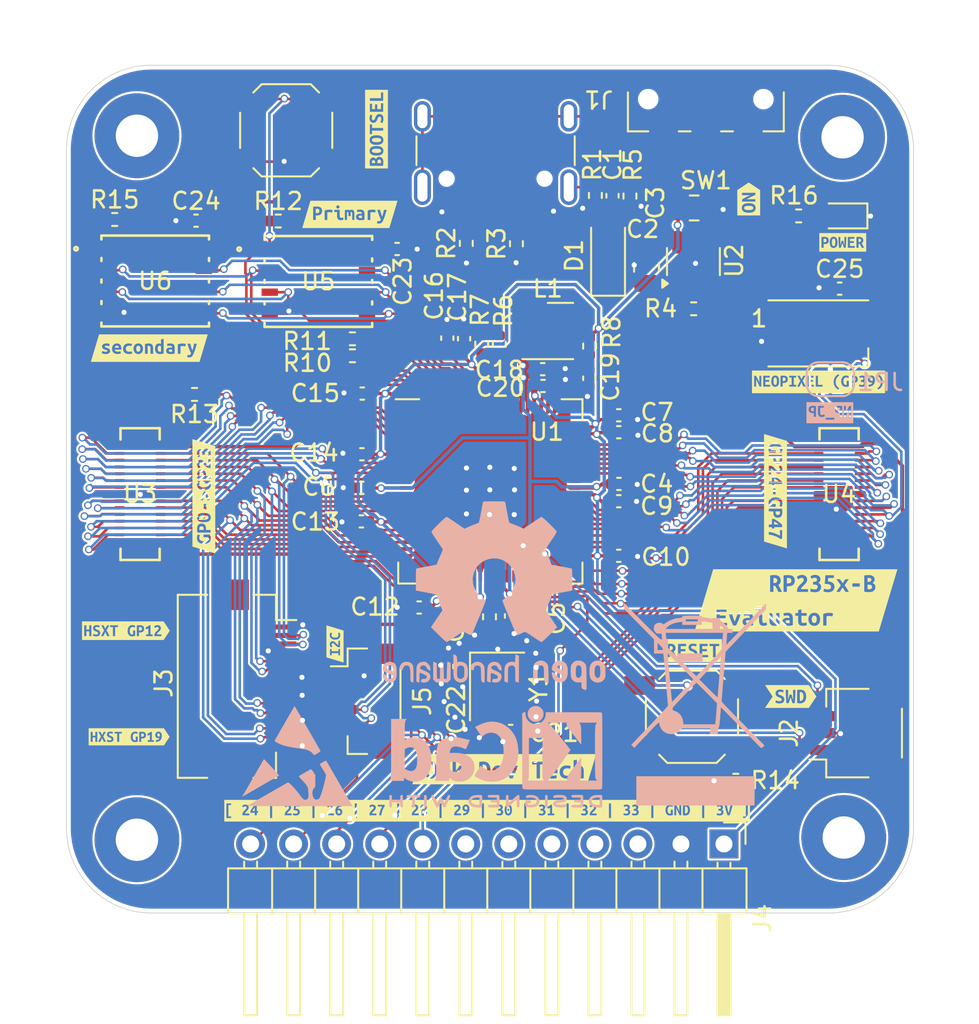
<source format=kicad_pcb>
(kicad_pcb (version 20240108) (generator "pcbnew") (generator_version "8.0")
  (layers (0 "F.Cu" signal) (1 "In1.Cu" signal) (2 "In2.Cu" signal) (31 "B.Cu" signal) (34 "B.Paste" user) (35 "F.Paste" user) (36 "B.SilkS" user "B.Silkscreen") (37 "F.SilkS" user "F.Silkscreen") (38 "B.Mask" user) (39 "F.Mask" user) (44 "Edge.Cuts" user))
  (net 0 "")
  (net 5 "GND")
  (net 6 "Net-(J1-SHIELD)")
  (net 7 "VIN")
  (net 8 "3.3V")
  (net 9 "CC2")
  (net 10 "CC1")
  (net 11 "REG_EN")
  (net 12 "Net-(SW1-C)")
  (net 14 "VUSB")
  (net 15 "USB_IN_DP")
  (net 16 "USB_IN_DM")
  (net 17 "Net-(U1-USB_DM)")
  (net 18 "Net-(U1-USB_DP)")
  (net 19 "1.1V")
  (net 20 "Net-(U1-VREG_AVDD)")
  (net 21 "VREG_LX")
  (net 22 "Net-(U1-XOUT)")
  (net 23 "Net-(U1-XIN)")
  (net 24 "GP47_A7")
  (net 25 "GP36")
  (net 26 "GP38")
  (net 27 "GP44_A4")
  (net 28 "GP26")
  (net 29 "GP32")
  (net 30 "gp28")
  (net 31 "GP40_A0")
  (net 32 "GP30")
  (net 33 "GP39")
  (net 34 "GP31")
  (net 35 "GP42_A2")
  (net 36 "GP41_A1")
  (net 37 "GP37")
  (net 38 "GP29")
  (net 39 "GP34")
  (net 40 "GP27")
  (net 41 "GP33")
  (net 42 "GP43_A3")
  (net 43 "GP46_A6")
  (net 44 "GP35")
  (net 45 "GP45_A5")
  (net 46 "GP25")
  (net 47 "GP24")
  (net 48 "/Net-(C22-Pad2)")
  (net 49 "GP20")
  (net 50 "GP14")
  (net 51 "GP12")
  (net 52 "GP8")
  (net 53 "GP7")
  (net 54 "GP3")
  (net 55 "GP15")
  (net 56 "GP19")
  (net 57 "GP18")
  (net 58 "GP10")
  (net 59 "GP13")
  (net 60 "GP22")
  (net 61 "GP1")
  (net 62 "GP5")
  (net 63 "GP11")
  (net 64 "GP0")
  (net 65 "GP17")
  (net 66 "GP4")
  (net 67 "GP9")
  (net 68 "GP21")
  (net 69 "GP6")
  (net 70 "GP16")
  (net 71 "GP2")
  (net 72 "GP23")
  (net 73 "Net-(U5-CS)")
  (net 74 "QSPI_CS")
  (net 75 "Net-(U6-CS)")
  (net 76 "QSPI_SD0")
  (net 77 "QSPI_SD2")
  (net 78 "QSPI_SD3")
  (net 79 "QSPI_SD1")
  (net 80 "QSPI_CLK")
  (net 81 "SWDIO")
  (net 82 "SWCLK")
  (net 83 "Net-(R14-Pad1)")
  (net 84 "Net-(U1-RUN)")
  (net 85 "Net-(D2-DIN)")
  (net 87 "Net-(D3-A)")
  (footprint "Capacitor_SMD:C_0402_1005Metric" (layer "F.Cu") (at 158.11 87.71 180)
    (property "Reference" "C18")
    (property "Value" "4.7uF")
  )
  (footprint "Capacitor_SMD:C_0402_1005Metric" (layer "F.Cu") (at 149.52 80.62 180)
    (property "Reference" "C23")
    (property "Value" "0.1uF")
  )
  (footprint "w25q128:W25Q128JW_WSON 6x5-mm_WIN" (layer "F.Cu") (at 144.8698 82.535)
    (property "Reference" "U5")
    (property "Value" "W25Q128JWPIM")
  )
  (footprint "kibuzzard-66B6616B" (layer "F.Cu") (at 133.7 109.4)
    (property "Reference" "kibuzzard-66B6616B" (hide yes))
    (property "Value" "G***" (hide yes))
  )
  (footprint "Resistor_SMD:R_0402_1005Metric" (layer "F.Cu") (at 161.22 77.46 -90)
    (property "Reference" "R1")
    (property "Value" "2M")
  )
  (footprint "kibuzzard-66B6615E" (layer "F.Cu") (at 133.51 103.14)
    (property "Reference" "kibuzzard-66B6615E" (hide yes))
    (property "Value" "G***" (hide yes))
  )
  (footprint "LED_SMD:LED_SK6812MINI_PLCC4_3.5x3.5mm_P1.75mm" (layer "F.Cu") (at 174.38 85.6)
    (property "Reference" "D2" (hide yes))
    (property "Value" "SK6812MINI")
  )
  (footprint "Package_DFN_QFN:QFN-80_EP_10.573x10.573_Pitch0.4mm" (layer "F.Cu") (at 155.02 94.92)
    (property "Reference" "U1")
    (property "Value" "RP235x-B")
  )
  (footprint "Capacitor_SMD:C_0402_1005Metric" (layer "F.Cu") (at 162.61 94.48 180)
    (property "Reference" "C4")
    (property "Value" "0.1uF")
  )
  (footprint "kibuzzard-66B65044" (layer "F.Cu") (at 174.39 88.46)
    (property "Reference" "kibuzzard-66B65044" (hide yes))
    (property "Value" "G***" (hide yes))
  )
  (footprint "kibuzzard-66B63D2E" (layer "F.Cu") (at 146.73 78.58)
    (property "Reference" "kibuzzard-66B63D2E" (hide yes))
    (property "Value" "G***" (hide yes))
  )
  (footprint "Capacitor_SMD:C_0402_1005Metric" (layer "F.Cu") (at 147.41 96.69)
    (property "Reference" "C13")
    (property "Value" "0.1uF")
  )
  (footprint "kibuzzard-66B63D0B" (layer "F.Cu") (at 172.75 107.02)
    (property "Reference" "kibuzzard-66B63D0B" (hide yes))
    (property "Value" "G***" (hide yes))
  )
  (footprint "Resistor_SMD:R_0402_1005Metric" (layer "F.Cu") (at 167.02 84.15)
    (property "Reference" "R4")
    (property "Value" "10k")
  )
  (footprint "Resistor_SMD:R_0402_1005Metric" (layer "F.Cu") (at 132.85 78.88)
    (property "Reference" "R15")
    (property "Value" "0")
  )
  (footprint "kibuzzard-66B63CFB" (layer "F.Cu") (at 166.99 104.31)
    (property "Reference" "kibuzzard-66B63CFB" (hide yes))
    (property "Value" "G***" (hide yes))
  )
  (footprint "CONN_HIROSE:SOIC_0DP-0.4V51_HIR" (layer "F.Cu") (at 134.345501 95.079999)
    (property "Reference" "U3")
    (property "Value" "DF40C-30DP-0.4V51")
  )
  (footprint "Resistor_SMD:R_0402_1005Metric" (layer "F.Cu") (at 155.55 86.24 -90)
    (property "Reference" "R6")
    (property "Value" "27")
  )
  (footprint "kibuzzard-66B63D3D" (layer "F.Cu") (at 134.89 86.47)
    (property "Reference" "kibuzzard-66B63D3D" (hide yes))
    (property "Value" "G***" (hide yes))
  )
  (footprint "Button_Switch_SMD:SW_SPDT_CK_JS102011SAQN" (layer "F.Cu") (at 167.74 71.78 180)
    (property "Reference" "SW1")
    (property "Value" "SW_SPDT")
  )
  (footprint "Resistor_SMD:R_0402_1005Metric" (layer "F.Cu") (at 163.26 77.5 -90)
    (property "Reference" "R5")
    (property "Value" "10k")
  )
  (footprint "Resistor_SMD:R_0402_1005Metric" (layer "F.Cu") (at 142.5 78.97)
    (property "Reference" "R12")
    (property "Value" "0")
  )
  (footprint "kibuzzard-66B66391" (layer "F.Cu") (at 145.85 103.92 90)
    (property "Reference" "kibuzzard-66B66391" (hide yes))
    (property "Value" "G***" (hide yes))
  )
  (footprint "Crystal:Crystal_SMD_SeikoEpson_FA238-4Pin_3.2x2.5mm" (layer "F.Cu") (at 155.42 106.43 -90)
    (property "Reference" "Y1")
    (property "Value" "12MHz")
  )
  (footprint "LED_SMD:LED_0603_1608Metric" (layer "F.Cu") (at 175.79 78.67 180)
    (property "Reference" "D3" (hide yes))
    (property "Value" "PWR")
  )
  (footprint "Resistor_SMD:R_0402_1005Metric" (layer "F.Cu") (at 160.88 86.35 90)
    (property "Reference" "R8")
    (property "Value" "33")
  )
  (footprint "w25q128:W25Q128JW_WSON 6x5-mm_WIN" (layer "F.Cu") (at 135.2398 82.51)
    (property "Reference" "U6")
    (property "Value" "W25Q128JWPIM")
  )
  (footprint "Resistor_SMD:R_0402_1005Metric" (layer "F.Cu") (at 153.6 80.29 90)
    (property "Reference" "R2")
    (property "Value" "5k1")
  )
  (footprint "Capacitor_SMD:C_0402_1005Metric" (layer "F.Cu") (at 137.65 78.95)
    (property "Reference" "C24")
    (property "Value" "0.1uF")
  )
  (footprint "Capacitor_SMD:C_0402_1005Metric" (layer "F.Cu") (at 175.64 82.96)
    (property "Reference" "C25")
    (property "Value" "0.1uF")
  )
  (footprint "Inductor_SMD_Wurth:L_Wurth_WE-LQSH-3012" (layer "F.Cu") (at 158.41 85.46)
    (property "Reference" "L1")
    (property "Value" "L_Small")
  )
  (footprint "Capacitor_SMD:C_0402_1005Metric" (layer "F.Cu") (at 153.47 85.91 -90)
    (property "Reference" "C17")
    (property "Value" "0.1uF")
  )
  (footprint "Capacitor_SMD:C_0402_1005Metric" (layer "F.Cu") (at 162.23 77.48 -90)
    (property "Reference" "C1")
    (property "Value" "0.1uF")
  )
  (footprint "Capacitor_SMD:C_0402_1005Metric" (layer "F.Cu") (at 147.44 92.73)
    (property "Reference" "C14")
    (property "Value" "0.1uF")
  )
  (footprint "Capacitor_SMD:C_0402_1005Metric" (layer "F.Cu") (at 162.6 90.43 180)
    (property "Reference" "C7")
    (property "Value" "0.1uF")
  )
  (footprint "Resistor_SMD:R_0402_1005Metric" (layer "F.Cu") (at 169.51 111.96 180)
    (property "Reference" "R14")
    (property "Value" "1k")
  )
  (footprint "Resistor_SMD:R_0402_1005Metric" (layer "F.Cu") (at 156.56 80.31 90)
    (property "Reference" "R3")
    (property "Value" "5k1")
  )
  (footprint "Button_Switch_SMD:SW_SPST_SKQG_WithStem" (layer "F.Cu") (at 166.92 108.22)
    (property "Reference" "SW2" (hide yes))
    (property "Value" "SW_Push")
  )
  (footprint "Capacitor_SMD:C_0402_1005Metric" (layer "F.Cu") (at 153.93 102.26 90)
    (property "Reference" "C11")
    (property "Value" "0.1uF")
  )
  (footprint "kibuzzard-66B69604" (layer "F.Cu") (at 155.84 111.31)
    (property "Reference" "kibuzzard-66B69604" (hide yes))
    (property "Value" "G***" (hide yes))
  )
  (footprint "kibuzzard-66B694FA" (layer "F.Cu") (at 154.83 113.76)
    (property "Reference" "kibuzzard-66B694FA" (hide yes))
    (property "Value" "G***" (hide yes))
  )
  (footprint "MountingHole:MountingHole_2.5mm_Pad_TopBottom" (layer "F.Cu") (at 134.16 115.47)
    (property "Reference" "H3" (hide yes))
    (property "Value" "MountingHole_Pad")
  )
  (footprint "Package_TO_SOT_SMD:SOT-23-5" (layer "F.Cu") (at 167.0075 81.3625 90)
    (property "Reference" "U2")
    (property "Value" "TLV75533PDBV")
  )
  (footprint "Connector_JST:JST_SH_SM03B-SRSS-TB_1x03-1MP_P1.00mm_Horizontal" (layer "F.Cu") (at 176.63 109.18 90)
    (property "Reference" "J2")
    (property "Value" "Conn_01x03_Pin")
  )
  (footprint "Connector_FFC-FPC:Hirose_FH12-15S-0.5SH_1x15-1MP_P0.50mm_Horizontal" (layer "F.Cu") (at 141.07 106.42 -90)
    (property "Reference" "J3")
    (property "Value" "Conn_01x22_Socket")
  )
  (footprint "Button_Switch_SMD:SW_SPST_SKQG_WithStem" (layer "F.Cu") (at 142.97 73.62)
    (property "Reference" "SW3" (hide yes))
    (property "Value" "SW_Push")
  )
  (footprint "kibuzzard-66B695F4" (layer "F.Cu") (at 173.06 101.35)
    (property "Reference" "kibuzzard-66B695F4" (hide yes))
    (property "Value" "G***" (hide yes))
  )
  (footprint "Connector_JST:JST_SH_BM04B-SRSS-TB_1x04-1MP_P1.00mm_Vertical" (layer "F.Cu") (at 147.705 107.3 -90)
    (property "Reference" "J5")
    (property "Value" "Conn_01x04_Pin")
  )
  (footprint "Capacitor_SMD:C_0402_1005Metric" (layer "F.Cu") (at 156.24 102.27 90)
    (property "Reference" "C5")
    (property "Value" "0.1uF")
  )
  (footprint "Capacitor_SMD:C_0402_1005Metric" (layer "F.Cu") (at 162.6 91.43 180)
    (property "Reference" "C8")
    (property "Value" "0.1uF")
  )
  (footprint "Capacitor_SMD:C_0402_1005Metric" (layer "F.Cu") (at 158.13 88.7 180)
    (property "Reference" "C20")
    (property "Value" "0.1uF")
  )
  (footprint "Connector_USB:USB_C_Receptacle_GCT_USB4105-xx-A_16P_TopMnt_Horizontal" (layer "F.Cu") (at 155.33 73.87 180)
    (property "Reference" "J1")
    (property "Value" "USB_C_Receptacle_USB2.0_14P")
  )
  (footprint "Diode_SMD:D_SOD-123" (layer "F.Cu") (at 161.9675 81.0175 90)
    (property "Reference" "D1")
    (property "Value" "D_Schottky")
  )
  (footprint "Resistor_SMD:R_0402_1005Metric" (layer "F.Cu") (at 146.88 85.92 180)
    (property "Reference" "R11")
    (property "Value" "0")
  )
  (footprint "Capacitor_SMD:C_0402_1005Metric" (layer "F.Cu") (at 162.6 95.5 180)
    (property "Reference" "C9")
    (property "Value" "0.1uF")
  )
  (footprint "kibuzzard-66B63DAC" (layer "F.Cu") (at 170.27 77.67 90)
    (property "Reference" "kibuzzard-66B63DAC" (hide yes))
    (property "Value" "G***" (hide yes))
  )
  (footprint "Capacitor_SMD:C_0402_1005Metric" (layer "F.Cu") (at 153.19 105.25 90)
    (property "Reference" "C22")
    (property "Value" "27pF")
  )
  (footprint "Connector_PinHeader_2.54mm:PinHeader_1x12_P2.54mm_Horizontal" (layer "F.Cu") (at 168.81 115.72 -90)
    (property "Reference" "J4")
    (property "Value" "Conn_01x12_Pin")
  )
  (footprint "Resistor_SMD:R_0402_1005Metric" (layer "F.Cu") (at 173.22 78.67)
    (property "Reference" "R16")
    (property "Value" "5k1")
  )
  (footprint "CONN_HIROSE:SOIC_0DP-0.4V51_HIR" (layer "F.Cu") (at 175.604499 95.080001)
    (property "Reference" "U4")
    (property "Value" "DF40C-30DP-0.4V51")
  )
  (footprint "Capacitor_SMD:C_0805_2012Metric" (layer "F.Cu") (at 164.24 81.7 90)
    (property "Reference" "C2")
    (property "Value" "1uF")
  )
  (footprint "Capacitor_SMD:C_0402_1005Metric" (layer "F.Cu") (at 150.82 101.77)
    (property "Reference" "C12")
    (property "Value" "0.1uF")
  )
  (footprint "Capacitor_SMD:C_0402_1005Metric" (layer "F.Cu") (at 147.43 94.71)
    (property "Reference" "C6")
    (property "Value" "0.1uF")
  )
  (footprint "kibuzzard-66B63CDC" (layer "F.Cu") (at 148.3 73.55 90)
    (property "Reference" "kibuzzard-66B63CDC" (hide yes))
    (property "Value" "G***" (hide yes))
  )
  (footprint "Resistor_SMD:R_0402_1005Metric" (layer "F.Cu") (at 154.51 86.24 -90)
    (property "Reference" "R7")
    (property "Value" "27")
  )
  (footprint "MountingHole:MountingHole_2.5mm_Pad_TopBottom" (layer "F.Cu") (at 134.16 73.94)
    (property "Reference" "H2" (hide yes))
    (property "Value" "MountingHole_Pad")
  )
  (footprint "kibuzzard-66B63D82" (layer "F.Cu") (at 138.11 95.21 90)
    (property "Reference" "kibuzzard-66B63D82" (hide yes))
    (property "Value" "G***" (hide yes))
  )
  (footprint "Resistor_SMD:R_0402_1005Metric" (layer "F.Cu") (at 154.97 102.32 90)
    (property "Reference" "R9")
    (property "Value" "953")
  )
  (footprint "Resistor_SMD:R_0402_1005Metric" (layer "F.Cu") (at 146.88 86.92 180)
    (property "Reference" "R10")
    (property "Value" "0")
  )
  (footprint "Capacitor_SMD:C_0402_1005Metric" (layer "F.Cu") (at 162.6 98.72 180)
    (property "Reference" "C10")
    (property "Value" "0.1uF")
  )
  (footprint "Resistor_SMD:R_0402_1005Metric" (layer "F.Cu") (at 137.56 89.2 180)
    (property "Reference" "R13")
    (property "Value" "0")
  )
  (footprint "kibuzzard-66B65027" (layer "F.Cu") (at 175.82 80.23)
    (property "Reference" "kibuzzard-66B65027" (hide yes))
    (property "Value" "G***" (hide yes))
  )
  (footprint "Capacitor_SMD:C_0402_1005Metric" (layer "F.Cu") (at 152.48 85.88 -90)
    (property "Reference" "C16")
    (property "Value" "0.1uF")
  )
  (footprint "Capacitor_SMD:C_0402_1005Metric" (layer "F.Cu") (at 156.22 109.05)
    (property "Reference" "C21")
    (property "Value" "27pF")
  )
  (footprint "Capacitor_SMD:C_0402_1005Metric" (layer "F.Cu") (at 147.46 89.15)
    (property "Reference" "C15")
    (property "Value" "0.1uF")
  )
  (footprint "Capacitor_SMD:C_0402_1005Metric" (layer "F.Cu") (at 160.86 88.25 -90)
    (property "Reference" "C19")
    (property "Value" "4.7uF")
  )
  (footprint "kibuzzard-66B63D92" (layer "F.Cu") (at 171.85 94.91 -90)
    (property "Reference" "kibuzzard-66B63D92" (hide yes))
    (property "Value" "G***" (hide yes))
  )
  (footprint "MountingHole:MountingHole_2.5mm_Pad_TopBottom" (layer "F.Cu") (at 175.88 115.34)
    (property "Reference" "H4" (hide yes))
    (property "Value" "MountingHole_Pad")
  )
  (footprint "MountingHole:MountingHole_2.5mm_Pad_TopBottom" (layer "F.Cu") (at 175.81 74.03)
    (property "Reference" "H1" (hide yes))
    (property "Value" "MountingHole_Pad")
  )
  (footprint "Capacitor_SMD:C_0805_2012Metric" (layer "F.Cu") (at 167.05 78.2)
    (property "Reference" "C3")
    (property "Value" "1uF")
  )
  (footprint "Jumper:SolderJumper-2_P1.3mm_Open_RoundedPad1.0x1.5mm" (layer "B.Cu") (at 175.09 88.3)
    (property "Reference" "JP1")
    (property "Value" "Jumper_2_Open")
  )
  (footprint "Symbol:ESD-Logo_6.6x6mm_SilkScreen" (layer "B.Cu") (at 143.621761 110.524512 180)
    (property "Reference" "REF**" (hide yes))
    (property "Value" "ESD-Logo_6.6x6mm_SilkScreen" (hide yes))
  )
  (footprint "Symbol:KiCad-Logo2_5mm_SilkScreen" (layer "B.Cu") (at 155.35 110.56 180)
    (property "Reference" "H5" (hide yes))
    (property "Value" "MountingHole_Pad" (hide yes))
  )
  (footprint "Symbol:OSHW-Logo2_14.6x12mm_SilkScreen" (layer "B.Cu") (at 155.24 101.06 180)
    (property "Reference" "REF**" (hide yes))
    (property "Value" "OSHW-Logo2_14.6x12mm_SilkScreen" (hide yes))
  )
  (footprint "kibuzzard-66B650E6" (layer "B.Cu") (at 175.06 90.28 180)
    (property "Reference" "kibuzzard-66B650E6" (hide yes))
    (property "Value" "G***" (hide yes))
  )
  (footprint "Symbol:WEEE-Logo_8.4x12mm_SilkScreen" (layer "B.Cu") (at 167.1 107.47 180)
    (property "Reference" "REF**" (hide yes))
    (property "Value" "WEEE-Logo_8.4x12mm_SilkScreen" (hide yes))
  )
  (gr_arc (start 175 69.78) (mid 178.535534 71.244466) (end 180 74.78) (stroke (width 0.05)) (layer "Edge.Cuts"))
  (gr_arc (start 180 114.79) (mid 178.535534 118.325534) (end 175 119.79) (stroke (width 0.05)) (layer "Edge.Cuts"))
  (gr_line (start 135 69.78) (end 175 69.78) (stroke (width 0.05)) (layer "Edge.Cuts"))
  (gr_line (start 130 114.79) (end 130 74.78) (stroke (width 0.05)) (layer "Edge.Cuts"))
  (gr_line (start 175 119.79) (end 135 119.79) (stroke (width 0.05)) (layer "Edge.Cuts"))
  (gr_arc (start 135 119.79) (mid 131.464466 118.325534) (end 130 114.79) (stroke (width 0.05)) (layer "Edge.Cuts"))
  (gr_line (start 180 74.78) (end 180 114.79) (stroke (width 0.05)) (layer "Edge.Cuts"))
  (gr_arc (start 130 74.78) (mid 131.464466 71.244466) (end 135 69.78) (stroke (width 0.05)) (layer "Edge.Cuts"))
  (segment (start 153.61 81.45) (end 153.61 80.81) (width 0.1524) (layer "F.Cu") (net 5))
  (segment (start 163.08 90.43) (end 163.33 90.68) (width 0.1524) (layer "F.Cu") (net 5))
  (segment (start 143.13 84.28) (end 143.03 84.43) (width 0.1524) (layer "F.Cu") (net 5))
  (segment (start 146.32 92.67) (end 146.9 92.67) (width 0.1524) (layer "F.Cu") (net 5))
  (segment (start 163.55 91.43) (end 163.08 91.43) (width 0.1524) (layer "F.Cu") (net 5))
  (segment (start 163.51 81.48) (end 164.24 80.75) (width 0.1524) (layer "F.Cu") (net 5))
  (segment (start 153.47 84.77) (end 153.45 84.75) (width 0.1524) (layer "F.Cu") (net 5))
  (segment (start 174.42 82.91) (end 174.42 82.96) (width 0.1524) (layer "F.Cu") (net 5))
  (segment (start 134.380001 95.079999) (end 134.36 95.1) (width 0.1524) (layer "F.Cu") (net 5))
  (segment (start 156.54 80.84) (end 156.56 80.82) (width 0.1524) (layer "F.Cu") (net 5))
  (segment (start 163.66 94.48) (end 163.69 94.51) (width 0.1524) (layer "F.Cu") (net 5))
  (segment (start 168 78.2) (end 168.67 78.2) (width 0.1524) (layer "F.Cu") (net 5))
  (segment (start 160.47 78.22) (end 160.97 78.22) (width 0.1524) (layer "F.Cu") (net 5))
  (segment (start 154.09 103.4) (end 154.09 102.9) (width 0.1524) (layer "F.Cu") (net 5))
  (segment (start 152.48 84.8) (end 152.46 84.78) (width 0.1524) (layer "F.Cu") (net 5))
  (segment (start 156.42 103.31) (end 156.24 103.13) (width 0.1524) (layer "F.Cu") (net 5))
  (segment (start 155.74 109.05) (end 155.27 108.58) (width 0.1524) (layer "F.Cu") (net 5))
  (segment (start 171.03 86.04) (end 171.06 86.07) (width 0.1524) (layer "F.Cu") (net 5))
  (segment (start 146.38 105.8) (end 147.57 105.8) (width 0.1524) (layer "F.Cu") (net 5))
  (segment (start 133.345 84.415) (end 133.4 84.36) (width 0.1524) (layer "F.Cu") (net 5))
  (segment (start 142.92 106.92) (end 143.88 106.92) (width 0.1524) (layer "F.Cu") (net 5))
  (segment (start 143.02 84.44) (end 143.13 84.28) (width 0.1524) (layer "F.Cu") (net 5))
  (segment (start 154.47 107.53) (end 153.39 106.45) (width 0.1524) (layer "F.Cu") (net 5))
  (segment (start 174.63 109.15) (end 174.69 109.09) (width 0.1524) (layer "F.Cu") (net 5))
  (segment (start 156.54 81.43) (end 156.54 80.84) (width 0.1524) (layer "F.Cu") (net 5))
  (segment (start 143.92 108.42) (end 143.93 108.43) (width 0.1524) (layer "F.Cu") (net 5))
  (segment (start 142.92 108.42) (end 143.92 108.42) (width 0.1524) (layer "F.Cu") (net 5))
  (segment (start 133.4 84.36) (end 133.36 84.4) (width 0.1524) (layer "F.Cu") (net 5))
  (segment (start 162.23 77.96) (end 161.23 77.96) (width 0.1524) (layer "F.Cu") (net 5))
  (segment (start 153.19 106.25) (end 153.39 106.45) (width 0.1524) (layer "F.Cu") (net 5))
  (segment (start 163.64 95.5) (end 163.65 95.51) (width 0.1524) (layer "F.Cu") (net 5))
  (segment (start 153.61 80.81) (end 153.6 80.8) (width 0.1524) (layer "F.Cu") (net 5))
  (segment (start 154.62 107.94) (end 154.62 107.53) (width 0.1524) (layer "F.Cu") (net 5))
  (segment (start 133.14 95.079999) (end 134.339999 95.079999) (width 0.1524) (layer "F.Cu") (net 5))
  (segment (start 158.53 78.17) (end 158.75 78.39) (width 0.1524) (layer "F.Cu") (net 5))
  (segment (start 142.92 105.92) (end 143.87 105.92) (width 0.1524) (layer "F.Cu") (net 5))
  (segment (start 152.13 78.4) (end 152.16 78.43) (width 0.1524) (layer "F.Cu") (net 5))
  (segment (start 146.94 89.11) (end 146.98 89.15) (width 0.1524) (layer "F.Cu") (net 5))
  (segment (start 142.83 75.47) (end 142.85 75.45) (width 0.1524) (layer "F.Cu") (net 5))
  (segment (start 143.82 102.92) (end 143.95 102.79) (width 0.1524) (layer "F.Cu") (net 5))
  (segment (start 154.09 102.9) (end 153.93 102.74) (width 0.1524) (layer "F.Cu") (net 5))
  (segment (start 142.92 104.42) (end 142 104.42) (width 0.1524) (layer "F.Cu") (net 5))
  (segment (start 152.48 85.4) (end 152.48 84.8) (width 0.1524) (layer "F.Cu") (net 5))
  (segment (start 155.46 104.57) (end 156.22 105.33) (width 0.1524) (layer "F.Cu") (net 5))
  (segment (start 172.63 86.475) (end 171.465 86.475) (width 0.1524) (layer "F.Cu") (net 5))
  (segment (start 176.5775 78.67) (end 177.45 78.67) (width 0.1524) (layer "F.Cu") (net 5))
  (segment (start 152.13 77.55) (end 152.13 78.4) (width 0.1524) (layer "F.Cu") (net 5))
  (segment (start 163.83 78.01) (end 163.92 78.1) (width 0.1524) (layer "F.Cu") (net 5))
  (segment (start 167.13 81.47) (end 167.13 82.3775) (width 0.1524) (layer "F.Cu") (net 5))
  (segment (start 160.97 78.22) (end 161.22 77.97) (width 0.1524) (layer "F.Cu") (net 5))
  (segment (start 155.27 108.58) (end 155.26 108.58) (width 0.1524) (layer "F.Cu") (net 5))
  (segment (start 137.17 78.95) (end 136.46 78.95) (width 0.1524) (layer "F.Cu") (net 5))
  (segment (start 163.08 98.72) (end 163.67 98.72) (width 0.1524) (layer "F.Cu") (net 5))
  (segment (start 142.92 102.92) (end 143.82 102.92) (width 0.1524) (layer "F.Cu") (net 5))
  (segment (start 150 80.62) (end 150.69 80.62) (width 0.1524) (layer "F.Cu") (net 5))
  (segment (start 143.87 105.92) (end 143.9 105.89) (width 0.1524) (layer "F.Cu") (net 5))
  (segment (start 163.73 91.61) (end 163.55 91.43) (width 0.1524) (layer "F.Cu") (net 5))
  (segment (start 163.51 81.57) (end 163.51 81.48) (width 0.1524) (layer "F.Cu") (net 5))
  (segment (start 155.26 108.58) (end 154.62 107.94) (width 0.1524) (layer "F.Cu") (net 5))
  (segment (start 168.67 78.2) (end 168.76 78.29) (width 0.1524) (layer "F.Cu") (net 5))
  (segment (start 142.92 109.92) (end 143.91 109.92) (width 0.1524) (layer "F.Cu") (net 5))
  (segment (start 171.465 86.475) (end 171.06 86.07) (width 0.1524) (layer "F.Cu") (net 5))
  (segment (start 132.3696 84.415) (end 133.345 84.415) (width 0.1524) (layer "F.Cu") (net 5))
  (segment (start 168.97 111.99) (end 169 111.96) (width 0.1524) (layer "F.Cu") (net 5))
  (segment (start 134.339999 95.079999) (end 134.36 95.1) (width 0.1524) (layer "F.Cu") (net 5))
  (segment (start 139.87 75.47) (end 142.83 75.47) (width 0.1524) (layer "F.Cu") (net 5))
  (segment (start 163.09 94.48) (end 163.66 94.48) (width 0.1524) (layer "F.Cu") (net 5))
  (segment (start 156.24 103.13) (end 156.24 102.75) (width 0.1524) (layer "F.Cu") (net 5))
  (segment (start 149.54 101.78) (end 150.49 101.78) (width 0.1524) (layer "F.Cu") (net 5))
  (segment (start 160.86 89.21) (end 160.75 89.32) (width 0.1524) (layer "F.Cu") (net 5))
  (segment (start 154.62 107.53) (end 154.47 107.53) (width 0.1524) (layer "F.Cu") (net 5))
  (segment (start 146.45 96.53) (end 146.93 96.53) (width 0.1524) (layer "F.Cu") (net 5))
  (segment (start 141.9996 84.44) (end 143.02 84.44) (width 0.1524) (layer "F.Cu") (net 5))
  (segment (start 175.66 109.18) (end 175.69 109.21) (width 0.1524) (layer "F.Cu") (net 5))
  (segment (start 158.53 77.55) (end 158.53 78.17) (width 0.1524) (layer "F.Cu") (net 5))
  (segment (start 171.03 86.07) (end 171.03 86.04) (width 0.1524) (layer "F.Cu") (net 5))
  (segment (start 153.19 105.73) (end 153.19 106.25) (width 0.1524) (layer "F.Cu") (net 5))
  (segment (start 174.63 109.18) (end 175.66 109.18) (width 0.1524) (layer "F.Cu") (net 5))
  (segment (start 150.69 80.62) (end 150.7 80.63) (width 0.1524) (layer "F.Cu") (net 5))
  (segment (start 146.94 94.7) (end 146.95 94.71) (width 0.1524) (layer "F.Cu") (net 5))
  (segment (start 163.67 98.72) (end 163.71 98.76) (width 0.1524) (layer "F.Cu") (net 5))
  (segment (start 163.26 78.01) (end 163.83 78.01) (width 0.1524) (layer "F.Cu") (net 5))
  (segment (start 177.45 78.67) (end 177.46 78.68) (width 0.1524) (layer "F.Cu") (net 5))
  (segment (start 167.13 82.3775) (end 167.0075 82.5) (width 0.1524) (layer "F.Cu") (net 5))
  (segment (start 143.88 106.92) (end 143.91 106.95) (width 0.1524) (layer "F.Cu") (net 5))
  (segment (start 168.22 111.99) (end 168.97 111.99) (width 0.1524) (layer "F.Cu") (net 5))
  (segment (start 163.33 90.68) (end 163.71 90.68) (width 0.1524) (layer "F.Cu") (net 5))
  (segment (start 155.46 104.23) (end 155.46 104.57) (width 0.1524) (layer "F.Cu") (net 5))
  (segment (start 163.08 95.5) (end 163.64 95.5) (width 0.1524) (layer "F.Cu") (net 5))
  (segment (start 161.23 77.96) (end 161.22 77.97) (width 0.1524) (layer "F.Cu") (net 5))
  (segment (start 171.06 86.07) (end 171.03 86.07) (width 0.1524) (layer "F.Cu") (net 5))
  (segment (start 149.52 101.76) (end 149.54 101.78) (width 0.1524) (layer "F.Cu") (net 5))
  (segment (start 146.26 96.72) (end 146.45 96.53) (width 0.1524) (layer "F.Cu") (net 5))
  (segment (start 146.38 89.11) (end 146.94 89.11) (width 0.1524) (layer "F.Cu") (net 5))
  (segment (start 135.551002 95.079999) (end 134.380001 95.079999) (width 0.1524) (layer "F.Cu") (net 5))
  (segment (start 143.91 109.92) (end 143.92 109.93) (width 0.1524) (layer "F.Cu") (net 5))
  (segment (start 153.47 85.43) (end 153.47 84.77) (width 0.1524) (layer "F.Cu") (net 5))
  (segment (start 146.34 94.7) (end 146.94 94.7) (width 0.1524) (layer "F.Cu") (net 5))
  (segment (start 142.87 75.47) (end 146.07 75.47) (width 0.1524) (layer "F.Cu") (net 5))
  (segment (start 146.9 92.67) (end 146.96 92.73) (width 0.1524) (layer "F.Cu") (net 5))
  (segment (start 142 104.42) (end 141.91 104.33) (width 0.1524) (layer "F.Cu") (net 5))
  (segment (start 142.85 75.45) (end 142.87 75.47) (width 0.1524) (layer "F.Cu") (net 5))
  (segment (start 175.16 82.96) (end 174.42 82.91) (width 0.1524) (layer "F.Cu") (net 5))
  (segment (start 160.86 88.73) (end 160.86 89.21) (width 0.1524) (layer "F.Cu") (net 5))
  (via (at 154.99 94.83) (size 0.45) (drill 0.3) (layers "F.Cu" "B.Cu") (net 5))
  (via (at 153.61 81.45) (size 0.45) (drill 0.3) (layers "F.Cu" "B.Cu") (net 5))
  (via (at 141.91 104.33) (size 0.45) (drill 0.3) (layers "F.Cu" "B.Cu") (net 5))
  (via (at 163.51 81.57) (size 0.45) (drill 0.3) (layers "F.Cu" "B.Cu") (net 5))
  (via (at 153.61 94.85) (size 0.45) (drill 0.3) (layers "F.Cu" "B.Cu") (net 5))
  (via (at 158.75 78.39) (size 0.45) (drill 0.3) (layers "F.Cu" "B.Cu") (net 5))
  (via (at 153.53 108.96) (size 0.45) (drill 0.3) (layers "F.Cu" "B.Cu") (net 5))
  (via (at 160.47 78.22) (size 0.45) (drill 0.3) (layers "F.Cu" "B.Cu") (net 5))
  (via (at 160.75 89.32) (size 0.45) (drill 0.3) (layers "F.Cu" "B.Cu") (net 5))
  (via (at 142.85 75.45) (size 0.45) (drill 0.3) (layers "F.Cu" "B.Cu") (net 5))
  (via (at 150.7 80.63) (size 0.45) (drill 0.3) (layers "F.Cu" "B.Cu") (net 5))
  (via (at 156.42 103.31) (size 0.45) (drill 0.3) (layers "F.Cu" "B.Cu") (net 5))
  (via (at 152.93 108.24) (size 0.45) (drill 0.3) (layers "F.Cu" "B.Cu") (net 5))
  (via (at 133.4 84.36) (size 0.45) (drill 0.3) (layers "F.Cu" "B.Cu") (net 5))
  (via (at 152.12 106.27) (size 0.45) (drill 0.3) (layers "F.Cu" "B.Cu") (net 5))
  (via (at 163.65 95.51) (size 0.45) (drill 0.3) (layers "F.Cu" "B.Cu") (net 5))
  (via (at 143.92 109.93) (size 0.45) (drill 0.3) (layers "F.Cu" "B.Cu") (net 5))
  (via (at 149.52 101.76) (size 0.45) (drill 0.3) (layers "F.Cu" "B.Cu") (net 5))
  (via (at 156.54 81.43) (size 0.45) (drill 0.3) (layers "F.Cu" "B.Cu") (net 5))
  (via (at 156.45 94.83) (size 0.45) (drill 0.3) (layers "F.Cu" "B.Cu") (net 5))
  (via (at 152.46 84.78) (size 0.45) (drill 0.3) (layers "F.Cu" "B.Cu") (net 5))
  (via (at 157.72 105.31) (size 0.45) (drill 0.3) (layers "F.Cu" "B.Cu") (net 5))
  (via (at 152.55 104.16) (size 0.45) (drill 0.3) (layers "F.Cu" "B.Cu") (net 5))
  (via (at 168.76 78.29) (size 0.45) (drill 0.3) (layers "F.Cu" "B.Cu") (net 5))
  (via (at 146.26 96.72) (size 0.45) (drill 0.3) (layers "F.Cu" "B.Cu") (net 5))
  (via (at 157.72 108.22) (size 0.45) (drill 0.3) (layers "F.Cu" "B.Cu") (net 5))
  (via (at 167.13 81.47) (size 0.45) (drill 0.3) (layers "F.Cu" "B.Cu") (net 5))
  (via (at 159.45 88.32) (size 0.45) (drill 0.3) (layers "F.Cu" "B.Cu") (net 5))
  (via (at 134.36 95.1) (size 0.45) (drill 0.3) (layers "F.Cu" "B.Cu") (net 5))
  (via (at 174.42 82.91) (size 0.45) (drill 0.3) (layers "F.Cu" "B.Cu") (net 5))
  (via (at 175.44 95.97) (size 0.45) (drill 0.3) (layers "F.Cu" "B.Cu") (net 5))
  (via (at 175.69 109.21) (size 0.45) (drill 0.3) (layers "F.Cu" "B.Cu") (net 5))
  (via (at 156.43 96.29) (size 0.45) (drill 0.3) (layers "F.Cu" "B.Cu") (net 5))
  (via (at 153.45 84.75) (size 0.45) (drill 0.3) (layers "F.Cu" "B.Cu") (net 5))
  (via (at 153.18 103.88) (size 0.45) (drill 0.3) (layers "F.Cu" "B.Cu") (net 5))
  (via (at 153.61 93.54) (size 0.45) (drill 0.3) (layers "F.Cu" "B.Cu") (net 5))
  (via (at 147.57 105.8) (size 0.45) (drill 0.3) (layers "F.Cu" "B.Cu") (net 5))
  (via (at 157.17 103.73) (size 0.45) (drill 0.3) (layers "F.Cu" "B.Cu") (net 5))
  (via (at 143.91 106.95) (size 0.45) (drill 0.3) (layers "F.Cu" "B.Cu") (net 5))
  (via (at 146.32 92.67) (size 0.45) (drill 0.3) (layers "F.Cu" "B.Cu") (net 5))
  (via (at 168.22 111.99) (size 0.45) (drill 0.3) (layers "F.Cu" "B.Cu") (net 5))
  (via (at 136.46 78.95) (size 0.45) (drill 0.3) (layers "F.Cu" "B.Cu") (net 5))
  (via (at 156.43 93.57) (size 0.45) (drill 0.3) (layers "F.Cu" "B.Cu") (net 5))
  (via (at 154.09 103.4) (size 0.45) (drill 0.3) (layers "F.Cu" "B.Cu") (net 5))
  (via (at 163.71 90.68) (size 0.45) (drill 0.3) (layers "F.Cu" "B.Cu") (net 5))
  (via (at 155.76 109.68) (size 0.45) (drill 0.3) (layers "F.Cu" "B.Cu") (net 5))
  (via (at 157.72 106.1) (size 0.45) (drill 0.3) (layers "F.Cu" "B.Cu") (net 5))
  (via (at 153.61 96.25) (size 0.45) (drill 0.3) (layers "F.Cu" "B.Cu") (net 5))
  (via (at 152.16 78.43) (size 0.45) (drill 0.3) (layers "F.Cu" "B.Cu") (net 5))
  (via (at 163.71 98.76) (size 0.45) (drill 0.3) (layers "F.Cu" "B.Cu") (net 5))
  (via (at 177.46 78.68) (size 0.45) (drill 0.3) (layers "F.Cu" "B.Cu") (net 5))
  (via (at 152.29 107.32) (size 0.45) (drill 0.3) (layers "F.Cu" "B.Cu") (net 5))
  (via (at 154.37 109.45) (size 0.45) (drill 0.3) (layers "F.Cu" "B.Cu") (net 5))
  (via (at 154.99 93.5) (size 0.45) (drill 0.3) (layers "F.Cu" "B.Cu") (net 5))
  (via (at 159.44 87.68) (size 0.45) (drill 0.3) (layers "F.Cu" "B.Cu") (net 5))
  (via (at 154.97 96.29) (size 0.45) (drill 0.3) (layers "F.Cu" "B.Cu") (net 5))
  (via (at 143.13 84.28) (size 0.45) (drill 0.3) (layers "F.Cu" "B.Cu") (net 5))
  (via (at 157.7 104.47) (size 0.45) (drill 0.3) (layers "F.Cu" "B.Cu") (net 5))
  (via (at 143.95 102.79) (size 0.45) (drill 0.3) (layers "F.Cu" "B.Cu") (net 5))
  (via (at 143.9 105.89) (size 0.45) (drill 0.3) (layers "F.Cu" "B.Cu") (net 5))
  (via (at 146.38 89.11) (size 0.45) (drill 0.3) (layers "F.Cu" "B.Cu") (net 5))
  (via (at 152.09 105.18) (size 0.45) (drill 0.3) (layers "F.Cu" "B.Cu") (net 5))
  (via (at 171.03 86.07) (size 0.45) (drill 0.3) (layers "F.Cu" "B.Cu") (net 5))
  (via (at 157.82 109.06) (size 0.45) (drill 0.3) (layers "F.Cu" "B.Cu") (net 5))
  (via (at 155.46 104.23) (size 0.45) (drill 0.3) (layers "F.Cu" "B.Cu") (net 5))
  (via (at 143.93 108.43) (size 0.45) (drill 0.3) (layers "F.Cu" "B.Cu") (net 5))
  (via (at 153.39 106.45) (size 0.45) (drill 0.3) (layers "F.Cu" "B.Cu") (net 5))
  (via (at 163.92 78.1) (size 0.45) (drill 0.3) (layers "F.Cu" "B.Cu") (net 5))
  (via (at 163.73 91.61) (size 0.45) (drill 0.3) (layers "F.Cu" "B.Cu") (net 5))
  (via (at 157.75 107.29) (size 0.45) (drill 0.3) (layers "F.Cu" "B.Cu") (net 5))
  (via (at 163.69 94.51) (size 0.45) (drill 0.3) (layers "F.Cu" "B.Cu") (net 5))
  (via (at 146.34 94.7) (size 0.45) (drill 0.3) (layers "F.Cu" "B.Cu") (net 5))
  (segment (start 161.22 76.95) (end 161.22 73.45) (width 0.1524) (layer "F.Cu") (net 6))
  (segment (start 161.195 76.975) (end 161.22 76.95) (width 0.1524) (layer "F.Cu") (net 6))
  (segment (start 161.27 77) (end 161.22 76.95) (width 0.1524) (layer "F.Cu") (net 6))
  (segment (start 160.565 72.795) (end 159.65 72.795) (width 0.1524) (layer "F.Cu") (net 6))
  (segment (start 151.01 72.795) (end 159.65 72.795) (width 0.1524) (layer "F.Cu") (net 6))
  (segment (start 161.22 73.45) (end 160.565 72.795) (width 0.1524) (layer "F.Cu") (net 6))
  (segment (start 151.01 76.975) (end 151.01 72.795) (width 0.1524) (layer "F.Cu") (net 6))
  (segment (start 162.23 77) (end 161.27 77) (width 0.1524) (layer "F.Cu") (net 6))
  (segment (start 159.65 76.975) (end 161.195 76.975) (width 0.1524) (layer "F.Cu") (net 6))
  (segment (start 176.12 82.15) (end 176.12 82.96) (width 0.3524) (layer "F.Cu") (net 7))
  (segment (start 172.71 78.67) (end 172.71 80.24) (width 0.3524) (layer "F.Cu") (net 7))
  (segment (start 166.0575 81.5685) (end 166.0575 82.5) (width 0.3524) (layer "F.Cu") (net 7))
  (segment (start 161.9675 82.6675) (end 164.2225 82.6675) (width 0.3524) (layer "F.Cu") (net 7))
  (segment (start 176.13 82.97) (end 176.12 82.96) (width 0.3524) (layer "F.Cu") (net 7))
  (segment (start 173.085 80.635) (end 173.085 80.615) (width 0.3524) (layer "F.Cu") (net 7))
  (segment (start 164.2225 82.6675) (end 164.24 82.65) (width 0.3524) (layer "F.Cu") (net 7))
  (segment (start 176.13 84.725) (end 176.13 82.97) (width 0.3524) (layer "F.Cu") (net 7))
  (segment (start 166.0575 82.5) (end 164.39 82.5) (width 0.3524) (layer "F.Cu") (net 7))
  (segment (start 168.52 85.2) (end 173.085 80.635) (width 0.3524) (layer "F.Cu") (net 7))
  (segment (start 173.92 81.45) (end 175.42 81.45) (width 0.3524) (layer "F.Cu") (net 7))
  (segment (start 173.085 80.615) (end 173.92 81.45) (width 0.3524) (layer "F.Cu") (net 7))
  (segment (start 175.42 81.45) (end 176.12 82.15) (width 0.3524) (layer "F.Cu") (net 7))
  (segment (start 167.74 74.53) (end 167.74 75.79) (width 0.3524) (layer "F.Cu") (net 7))
  (segment (start 166.51 84.15) (end 166.51 84.72) (width 0.3524) (layer "F.Cu") (net 7))
  (segment (start 167.74 75.79) (end 167.115 76.415) (width 0.3524) (layer "F.Cu") (net 7))
  (segment (start 172.71 80.24) (end 173.085 80.615) (width 0.3524) (layer "F.Cu") (net 7))
  (segment (start 167.115 80.511) (end 166.0575 81.5685) (width 0.3524) (layer "F.Cu") (net 7))
  (segment (start 166.0575 83.6975) (end 166.0575 82.5) (width 0.3524) (layer "F.Cu") (net 7))
  (segment (start 166.99 85.2) (end 168.52 85.2) (width 0.3524) (layer "F.Cu") (net 7))
  (segment (start 164.39 82.5) (end 164.24 82.65) (width 0.3524) (layer "F.Cu") (net 7))
  (segment (start 166.51 84.15) (end 166.0575 83.6975) (width 0.3524) (layer "F.Cu") (net 7))
  (segment (start 166.51 84.72) (end 166.99 85.2) (width 0.3524) (layer "F.Cu") (net 7))
  (segment (start 167.115 76.415) (end 167.115 80.511) (width 0.3524) (layer "F.Cu") (net 7))
  (segment (start 150.0235 92.73) (end 150.0335 92.72) (width 0.2) (layer "F.Cu") (net 8))
  (segment (start 162.1 91.45) (end 162.12 91.43) (width 0.2) (layer "F.Cu") (net 8))
  (segment (start 148.55 92.73) (end 150.0235 92.73) (width 0.2) (layer "F.Cu") (net 8))
  (segment (start 152.82 90.52) (end 152.82 89.9335) (width 0.2) (layer "F.Cu") (net 8))
  (segment (start 138.13 78.66) (end 138.95 77.84) (width 0.2) (layer "F.Cu") (net 8))
  (segment (start 143.47 92.28) (end 144.02 91.73) (width 0.2) (layer "F.Cu") (net 8))
  (segment (start 155.62 89.49) (end 155.64 89.47) (width 0.2) (layer "F.Cu") (net 8))
  (segment (start 174.398998 97.88) (end 176.81 97.88) (width 0.2) (layer "F.Cu") (net 8))
  (segment (start 155.62 89.9335) (end 155.62 89.49) (width 0.2) (layer "F.Cu") (net 8))
  (segment (start 144.96 106.8) (end 146.38 106.8) (width 0.2) (layer "F.Cu") (net 8))
  (segment (start 176.81 92.280002) (end 176.98146 92.108542) (width 0.2) (layer "F.Cu") (net 8))
  (segment (start 151.47 85.35) (end 152.48 86.36) (width 0.2) (layer "F.Cu") (net 8))
  (segment (start 160.0065 91.52) (end 161.27 91.52) (width 0.2) (layer "F.Cu") (net 8))
  (segment (start 152.42 100.82) (end 152.42 99.9065) (width 0.2) (layer "F.Cu") (net 8))
  (segment (start 144.294612 106.134612) (end 144.96 106.8) (width 0.2) (layer "F.Cu") (net 8))
  (segment (start 179.34 93.41) (end 179.34 97.96) (width 0.2) (layer "F.Cu") (net 8))
  (segment (start 147.74 80.63) (end 148.86 80.63) (width 0.2) (layer "F.Cu") (net 8))
  (segment (start 155.64 89.47) (end 155.64 89.38) (width 0.2) (layer "F.Cu") (net 8))
  (segment (start 160.88 85.84) (end 160.88 85.83) (width 0.2) (layer "F.Cu") (net 8))
  (segment (start 178.038542 92.108542) (end 179.34 93.41) (width 0.2) (layer "F.Cu") (net 8))
  (segment (start 154.566078 87.94) (end 154.43 87.94) (width 0.2) (layer "F.Cu") (net 8))
  (segment (start 147.94 89.15) (end 148.81 89.15) (width 0.2) (layer "F.Cu") (net 8))
  (segment (start 172.980002 92.280002) (end 166 85.3) (width 0.2) (layer "F.Cu") (net 8))
  (segment (start 152.59 90.75) (end 152.82 90.52) (width 0.2) (layer "F.Cu") (net 8))
  (segment (start 153.47 86.39) (end 153.47 86.98) (width 0.2) (layer "F.Cu") (net 8))
  (segment (start 179.34 97.96) (end 178.838 98.462) (width 0.2) (layer "F.Cu") (net 8))
  (segment (start 149.11 89.15) (end 150.71 90.75) (width 0.2) (layer "F.Cu") (net 8))
  (segment (start 148.57 96.72) (end 148.08 96.72) (width 0.2) (layer "F.Cu") (net 8))
  (segment (start 160.0065 98.72) (end 161.34 98.72) (width 0.2) (layer "F.Cu") (net 8))
  (segment (start 134.52 77.74) (end 137.21 77.74) (width 0.2) (layer "F.Cu") (net 8))
  (segment (start 161.31 95.29) (end 161.36 95.29) (width 0.2) (layer "F.Cu") (net 8))
  (segment (start 176.98146 92.108542) (end 178.038542 92.108542) (width 0.2) (layer "F.Cu") (net 8))
  (segment (start 154.42 99.9065) (end 154.42 101.15) (width 0.2) (layer "F.Cu") (net 8))
  (segment (start 148.6 102.76) (end 150.31 102.76) (width 0.2) (layer "F.Cu") (net 8))
  (segment (start 155.64 89.38) (end 155.823039 89.196961) (width 0.2) (layer "F.Cu") (net 8))
  (segment (start 155.823039 89.196961) (end 154.566078 87.94) (width 0.2) (layer "F.Cu") (net 8))
  (segment (start 146.08 78.97) (end 147.74 80.63) (width 0.2) (layer "F.Cu") (net 8))
  (segment (start 151.85 101.44) (end 151.48 101.81) (width 0.2) (layer "F.Cu") (net 8))
  (segment (start 166.1 79.24) (end 166.1 80.1825) (width 0.2) (layer "F.Cu") (net 8))
  (segment (start 161.27 91.52) (end 161.3 91.55) (width 0.2) (layer "F.Cu") (net 8))
  (segment (start 161.31 95.24) (end 161.31 95.29) (width 0.2) (layer "F.Cu") (net 8))
  (segment (start 161.22 90.97) (end 161.22 90.93) (width 0.2) (layer "F.Cu") (net 8))
  (segment (start 150.0335 96.72) (end 148.57 96.72) (width 0.2) (layer "F.Cu") (net 8))
  (segment (start 151.85 101.39) (end 152.42 100.82) (width 0.2) (layer "F.Cu") (net 8))
  (segment (start 146.92 91.73) (end 147.92 92.73) (width 0.2) (layer "F.Cu") (net 8))
  (segment (start 138.11 78.97) (end 138.13 78.95) (width 0.2) (layer "F.Cu") (net 8))
  (segment (start 161.19 95.12) (end 161.31 95.24) (width 0.2) (layer "F.Cu") (net 8))
  (segment (start 161.57 95.5) (end 162.12 95.5) (width 0.2) (layer "F.Cu") (net 8))
  (segment (start 160.0065 95.12) (end 161.19 95.12) (width 0.2) (layer "F.Cu") (net 8))
  (segment (start 144.53 103.18) (end 144.95 102.76) (width 0.2) (layer "F.Cu") (net 8))
  (segment (start 154.43 87.94) (end 153.92 87.43) (width 0.2) (layer "F.Cu") (net 8))
  (segment (start 147.92 92.73) (end 148.53 92.73) (width 0.2) (layer "F.Cu") (net 8))
  (segment (start 166.1 80.1825) (end 166.0575 80.225) (width 0.2) (layer "F.Cu") (net 8))
  (segment (start 133.14 97.879998) (end 135.551002 97.879998) (width 0.2) (layer "F.Cu") (net 8))
  (segment (start 148.53 92.73) (end 148.54 92.72) (width 0.2) (layer "F.Cu") (net 8))
  (segment (start 176.81 92.280002) (end 174.398998 92.280002) (width 0.2) (layer "F.Cu") (net 8))
  (segment (start 161.4 91.45) (end 162.1 91.45) (width 0.2) (layer "F.Cu") (net 8))
  (segment (start 154.42 101.15) (end 153.86 101.71) (width 0.2) (layer "F.Cu") (net 8))
  (segment (start 148.81 89.15) (end 149.11 89.15) (width 0.2) (layer "F.Cu") (net 8))
  (segment (start 161.07 91.12) (end 161.22 90.97) (width 0.2) (layer "F.Cu") (net 8))
  (segment (start 166.1 78.2) (end 166.1 79.18) (width 0.2) (layer "F.Cu") (net 8))
  (segment (start 174.398998 92.280002) (end 172.980002 92.280002) (width 0.2) (layer "F.Cu") (net 8))
  (segment (start 152.48 86.36) (end 153.44 86.36) (width 0.2) (layer "F.Cu") (net 8))
  (segment (start 166.1 79.18) (end 166.07 79.21) (width 0.2) (layer "F.Cu") (net 8))
  (segment (start 161.22 90.93) (end 161.26 90.93) (width 0.2) (layer "F.Cu") (net 8))
  (segment (start 160.0065 91.12) (end 161.07 91.12) (width 0.2) (layer "F.Cu") (net 8))
  (segment (start 160.88 85.83) (end 161.41 85.3) (width 0.2) (layer "F.Cu") (net 8))
  (segment (start 144.294612 106.134612) (end 144.53 105.899225) (width 0.2) (layer "F.Cu") (net 8))
  (segment (start 137.21 77.74) (end 138.13 78.66) (width 0.2) (layer "F.Cu") (net 8))
  (segment (start 144.53 105.899225) (end 144.53 103.18) (width 0.2) (layer "F.Cu") (net 8))
  (segment (start 148.54 92.72) (end 148.55 92.73) (width 0.2) (layer "F.Cu") (net 8))
  (segment (start 133.14 92.28) (end 135.551002 92.28) (width 0.2) (layer "F.Cu") (net 8))
  (segment (start 138.13 78.95) (end 138.13 78.66) (width 0.2) (layer "F.Cu") (net 8))
  (segment (start 148.499718 102.76) (end 148.6 102.76) (width 0.2) (layer "F.Cu") (net 8))
  (segment (start 152.45 86.39) (end 152.48 86.36) (width 0.2) (layer "F.Cu") (net 8))
  (segment (start 138.95 77.84) (end 142.63 77.84) (width 0.2) (layer "F.Cu") (net 8))
  (segment (start 143.01 78.22) (end 143.01 78.97) (width 0.2) (layer "F.Cu") (net 8))
  (segment (start 161.5 90.69) (end 162.13 90.69) (width 0.2) (layer "F.Cu") (net 8))
  (segment (start 136.288204 98.6172) (end 144.356918 98.6172) (width 0.2) (layer "F.Cu") (net 8))
  (segment (start 177.392 98.462) (end 176.81 97.88) (width 0.2) (layer "F.Cu") (net 8))
  (segment (start 138.11 80.605) (end 138.11 78.97) (width 0.2) (layer "F.Cu") (net 8))
  (segment (start 156.02 89.393922) (end 155.823039 89.196961) (width 0.2) (layer "F.Cu") (net 8))
  (segment (start 142.63 77.84) (end 143.01 78.22) (width 0.2) (layer "F.Cu") (net 8))
  (segment (start 153.44 86.36) (end 153.47 86.39) (width 0.2) (layer "F.Cu") (net 8))
  (segment (start 148.86 80.63) (end 151.47 83.24) (width 0.2) (layer "F.Cu") (net 8))
  (segment (start 133.36 78.88) (end 133.38 78.88) (width 0.2) (layer "F.Cu") (net 8))
  (segment (start 153.86 101.71) (end 153.93 101.78) (width 0.2) (layer "F.Cu") (net 8))
  (segment (start 135.551002 97.879998) (end 136.288204 98.6172) (width 0.2) (layer "F.Cu") (net 8))
  (segment (start 144.356918 98.6172) (end 148.499718 102.76) (width 0.2) (layer "F.Cu") (net 8))
  (segment (start 161.36 95.29) (end 161.57 95.5) (width 0.2) (layer "F.Cu") (net 8))
  (segment (start 133.38 78.88) (end 134.52 77.74) (width 0.2) (layer "F.Cu") (net 8))
  (segment (start 151.47 83.24) (end 151.47 85.35) (width 0.2) (layer "F.Cu") (net 8))
  (segment (start 161.34 98.72) (end 162.12 98.72) (width 0.2) (layer "F.Cu") (net 8))
  (segment (start 166.07 79.21) (end 166.1 79.24) (width 0.2) (layer "F.Cu") (net 8))
  (segment (start 142.92 106.42) (end 144.009225 106.42) (width 0.2) (layer "F.Cu") (net 8))
  (segment (start 178.838 98.462) (end 177.392 98.462) (width 0.2) (layer "F.Cu") (net 8))
  (segment (start 151.85 101.39) (end 151.85 101.44) (width 0.2) (layer "F.Cu") (net 8))
  (segment (start 150.31 102.76) (end 151.3 101.77) (width 0.2) (layer "F.Cu") (net 8))
  (segment (start 156.02 89.9335) (end 156.02 89.393922) (width 0.2) (layer "F.Cu") (net 8))
  (segment (start 148.08 96.72) (end 147.89 96.53) (width 0.2) (layer "F.Cu") (net 8))
  (segment (start 161.3 91.55) (end 161.4 91.45) (width 0.2) (layer "F.Cu") (net 8))
  (segment (start 153.47 86.98) (end 153.92 87.43) (width 0.2) (layer "F.Cu") (net 8))
  (segment (start 135.551002 92.28) (end 143.47 92.28) (width 0.2) (layer "F.Cu") (net 8))
  (segment (start 144.009225 106.42) (end 144.294612 106.134612) (width 0.2) (layer "F.Cu") (net 8))
  (segment (start 150.71 90.75) (end 152.59 90.75) (width 0.2) (layer "F.Cu") (net 8))
  (segment (start 161.26 90.93) (end 161.5 90.69) (width 0.2) (layer "F.Cu") (net 8))
  (segment (start 143.01 78.97) (end 146.08 78.97) (width 0.2) (layer "F.Cu") (net 8))
  (segment (start 144.02 91.73) (end 146.92 91.73) (width 0.2) (layer "F.Cu") (net 8))
  (segment (start 166 85.3) (end 161.41 85.3) (width 0.2) (layer "F.Cu") (net 8))
  (segment (start 144.95 102.76) (end 148.6 102.76) (width 0.2) (layer "F.Cu") (net 8))
  (via (at 161.41 85.3) (size 0.45) (drill 0.3) (layers "F.Cu" "B.Cu") (net 8))
  (via (at 148.57 96.72) (size 0.45) (drill 0.3) (layers "F.Cu" "B.Cu") (net 8))
  (via (at 161.3 91.55) (size 0.45) (drill 0.3) (layers "F.Cu" "B.Cu") (net 8))
  (via (at 157.65 89.28) (size 0.45) (drill 0.3) (layers "F.Cu" "B.Cu") (net 8))
  (via (at 148.81 89.15) (size 0.45) (drill 0.3) (layers "F.Cu" "B.Cu") (net 8))
  (via (at 161.34 98.72) (size 0.45) (drill 0.3) (layers "F.Cu" "B.Cu") (net 8))
  (via (at 153.92 87.43) (size 0.45) (drill 0.3) (layers "F.Cu" "B.Cu") (net 8))
  (via (at 166.07 79.21) (size 0.45) (drill 0.3) (layers "F.Cu" "B.Cu") (net 8))
  (via (at 161.31 95.29) (size 0.45) (drill 0.3) (layers "F.Cu" "B.Cu") (net 8))
  (via (at 148.54 92.72) (size 0.45) (drill 0.3) (layers "F.Cu" "B.Cu") (net 8))
  (via (at 154.42 101.15) (size 0.45) (drill 0.3) (layers "F.Cu" "B.Cu") (net 8))
  (via (at 161.22 90.93) (size 0.45) (drill 0.3) (layers "F.Cu" "B.Cu") (net 8))
  (via (at 151.85 101.39) (size 0.45) (drill 0.3) (layers "F.Cu" "B.Cu") (net 8))
  (segment (start 161.34 95.32) (end 161.31 95.29) (width 0.2) (layer "B.Cu") (net 8))
  (segment (start 161.39 85.3) (end 161.41 85.3) (width 0.2) (layer "B.Cu") (net 8))
  (segment (start 161.31 95.29) (end 161.742 94.858) (width 0.2) (layer "B.Cu") (net 8))
  (segment (start 175.2618 109.2682) (end 175.2618 109.032633) (width 0.1524) (layer "B.Cu") (net 8))
  (segment (start 160.04 82.72) (end 161.41 84.09) (width 0.2) (layer "B.Cu") (net 8))
  (segment (start 161.39 90.76) (end 161.39 85.3) (width 0.2) (layer "B.Cu") (net 8))
  (segment (start 154.64 86.22) (end 155.79 86.22) (width 0.2) (layer "B.Cu") (net 8))
  (segment (start 168.81 115.72) (end 175.2618 109.2682) (width 0.1524) (layer "B.Cu") (net 8))
  (segment (start 154.39 101.12) (end 154.42 101.15) (width 0.2) (layer "B.Cu") (net 8))
  (segment (start 160.84 90.55) (end 161.22 90.93) (width 0.2) (layer "B.Cu") (net 8))
  (segment (start 161.3 91.01) (end 161.22 90.93) (width 0.2) (layer "B.Cu") (net 8))
  (segment (start 150.53 87.43) (end 153.92 87.43) (width 0.2) (layer "B.Cu") (net 8))
  (segment (start 161.3 91.55) (end 161.3 91.01) (width 0.2) (layer "B.Cu") (net 8))
  (segment (start 147.23 94.03) (end 148.54 92.72) (width 0.2) (layer "B.Cu") (net 8))
  (segment (start 154.42 98.88) (end 154.42 101.15) (width 0.2) (layer "B.Cu") (net 8))
  (segment (start 161.39 85.3) (end 161.39 85.3) (width 0.2) (layer "B.Cu") (net 8))
  (segment (start 152.41 100.56) (end 152.41 100.83) (width 0.2) (layer "B.Cu") (net 8))
  (segment (start 148.118 96.268) (end 147.928 96.268) (width 0.2) (layer "B.Cu") (net 8))
  (segment (start 148.81 89.15) (end 150.53 87.43) (width 0.2) (layer "B.Cu") (net 8))
  (segment (start 167.5836 101.97) (end 167.5818 101.9682) (width 0.1524) (layer "B.Cu") (net 8))
  (segment (start 162.532633 101.9682) (end 161.34 100.775567) (width 0.1524) (layer "B.Cu") (net 8))
  (segment (start 171.37 101.97) (end 167.5836 101.97) (width 0.1524) (layer "B.Cu") (net 8))
  (segment (start 167.5818 101.9682) (end 162.532633 101.9682) (width 0.1524) (layer "B.Cu") (net 8))
  (segment (start 161.34 98.72) (end 161.34 95.32) (width 0.2) (layer "B.Cu") (net 8))
  (segment (start 161.41 84.09) (end 161.41 85.3) (width 0.2) (layer "B.Cu") (net 8))
  (segment (start 147.23 95.57) (end 147.23 94.03) (width 0.2) (layer "B.Cu") (net 8))
  (segment (start 155.98 83.36) (end 156.62 82.72) (width 0.2) (layer "B.Cu") (net 8))
  (segment (start 147.928 96.268) (end 147.23 95.57) (width 0.2) (layer "B.Cu") (net 8))
  (segment (start 157.65 89.28) (end 158.92 90.55) (width 0.2) (layer "B.Cu") (net 8))
  (segment (start 166.09 80.6) (end 166.09 79.27) (width 0.2) (layer "B.Cu") (net 8))
  (segment (start 153.92 87.43) (end 153.92 86.94) (width 0.2) (layer "B.Cu") (net 8))
  (segment (start 152.41 100.56) (end 152.41 98.95) (width 0.2) (layer "B.Cu") (net 8))
  (segment (start 175.39 105.99) (end 171.37 101.97) (width 0.1524) (layer "B.Cu") (net 8))
  (segment (start 152.79 98.57) (end 154.11 98.57) (width 0.2) (layer "B.Cu") (net 8))
  (segment (start 161.41 85.28) (end 166.09 80.6) (width 0.2) (layer "B.Cu") (net 8))
  (segment (start 154.11 98.57) (end 154.42 98.88) (width 0.2) (layer "B.Cu") (net 8))
  (segment (start 148.54 92.72) (end 148.54 89.42) (width 0.2) (layer "B.Cu") (net 8))
  (segment (start 155.79 86.22) (end 155.98 86.03) (width 0.2) (layer "B.Cu") (net 8))
  (segment (start 152.41 98.95) (end 152.79 98.57) (width 0.2) (layer "B.Cu") (net 8))
  (segment (start 158.92 90.55) (end 160.84 90.55) (width 0.2) (layer "B.Cu") (net 8))
  (segment (start 155.98 86.03) (end 155.98 83.36) (width 0.2) (layer "B.Cu") (net 8))
  (segment (start 175.2618 109.032633) (end 175.39 108.904433) (width 0.1524) (layer "B.Cu") (net 8))
  (segment (start 175.39 108.904433) (end 175.39 105.99) (width 0.1524) (layer "B.Cu") (net 8))
  (segment (start 161.742 94.858) (end 161.742 91.992) (width 0.2) (layer "B.Cu") (net 8))
  (segment (start 161.22 90.93) (end 161.39 90.76) (width 0.2) (layer "B.Cu") (net 8))
  (segment (start 161.34 100.775567) (end 161.34 98.72) (width 0.1524) (layer "B.Cu") (net 8))
  (segment (start 152.41 100.83) (end 151.85 101.39) (width 0.2) (layer "B.Cu") (net 8))
  (segment (start 148.57 96.72) (end 152.41 100.56) (width 0.2) (layer "B.Cu") (net 8))
  (segment (start 156.62 82.72) (end 160.04 82.72) (width 0.2) (layer "B.Cu") (net 8))
  (segment (start 148.57 96.72) (end 148.118 96.268) (width 0.2) (layer "B.Cu") (net 8))
  (segment (start 161.742 91.992) (end 161.3 91.55) (width 0.2) (layer "B.Cu") (net 8))
  (segment (start 153.92 86.94) (end 154.64 86.22) (width 0.2) (layer "B.Cu") (net 8))
  (segment (start 148.54 89.42) (end 148.81 89.15) (width 0.2) (layer "B.Cu") (net 8))
  (segment (start 161.41 85.3) (end 161.41 85.28) (width 0.2) (layer "B.Cu") (net 8))
  (segment (start 153.58 79.76) (end 153.6 79.78) (width 0.1524) (layer "F.Cu") (net 9))
  (segment (start 153.58 77.55) (end 153.58 79.76) (width 0.1524) (layer "F.Cu") (net 9))
  (segment (start 156.58 79.78) (end 156.56 79.8) (width 0.1524) (layer "F.Cu") (net 10))
  (segment (start 156.58 77.55) (end 156.58 79.78) (width 0.1524) (layer "F.Cu") (net 10))
  (segment (start 170.24 80.94) (end 168.68 82.5) (width 0.1524) (layer "F.Cu") (net 11))
  (segment (start 167.53 84.15) (end 167.9575 83.7225) (width 0.1524) (layer "F.Cu") (net 11))
  (segment (start 168.68 82.5) (end 167.9575 82.5) (width 0.1524) (layer "F.Cu") (net 11))
  (segment (start 170.24 74.53) (end 170.24 80.94) (width 0.1524) (layer "F.Cu") (net 11))
  (segment (start 167.9575 83.7225) (end 167.9575 82.5) (width 0.1524) (layer "F.Cu") (net 11))
  (segment (start 163.26 76.99) (end 163.26 76.51) (width 0.1524) (layer "F.Cu") (net 12))
  (segment (start 163.26 76.51) (end 165.24 74.53) (width 0.1524) (layer "F.Cu") (net 12))
  (segment (start 158.08 79.37) (end 158.0825 79.3675) (width 0.3524) (layer "F.Cu") (net 14))
  (segment (start 153.0936 76.6464) (end 153.93 75.81) (width 0.3524) (layer "F.Cu") (net 14))
  (segment (start 157.73 79.02) (end 158.08 79.37) (width 0.3524) (layer "F.Cu") (net 14))
  (segment (start 152.93 77.55) (end 153.0936 77.3864) (width 0.3524) (layer "F.Cu") (net 14))
  (segment (start 157.73 76.975001) (end 157.73 77.55) (width 0.3524) (layer "F.Cu") (net 14))
  (segment (start 157.48 76.35) (end 157.48 76.725001) (width 0.3524) (layer "F.Cu") (net 14))
  (segment (start 156.94 75.81) (end 157.48 76.35) (width 0.3524) (layer "F.Cu") (net 14))
  (segment (start 153.0936 77.3864) (end 153.0936 76.6464) (width 0.3524) (layer "F.Cu") (net 14))
  (segment (start 153.93 75.81) (end 156.94 75.81) (width 0.3524) (layer "F.Cu") (net 14))
  (segment (start 157.48 76.725001) (end 157.73 76.975001) (width 0.3524) (layer "F.Cu") (net 14))
  (segment (start 157.73 77.55) (end 157.73 79.02) (width 0.3524) (layer "F.Cu") (net 14))
  (segment (start 158.0825 79.3675) (end 161.9675 79.3675) (width 0.3524) (layer "F.Cu") (net 14))
  (segment (start 154.84 78.535131) (end 154.84 85.4) (width 0.1524) (layer "F.Cu") (net 15))
  (segment (start 155.6 76.48) (end 155.6 76.57) (width 0.1524) (layer "F.Cu") (net 15))
  (segment (start 154.58 76.79) (end 154.89 76.48) (width 0.1524) (layer "F.Cu") (net 15))
  (segment (start 154.84 85.4) (end 154.51 85.73) (width 0.1524) (layer "F.Cu") (net 15))
  (segment (start 154.58 77.55) (end 154.58 78.275131) (width 0.1524) (layer "F.Cu") (net 15))
  (segment (start 155.6 76.57) (end 155.58 76.59) (width 0.1524) (layer "F.Cu") (net 15))
  (segment (start 154.58 77.55) (end 154.58 76.79) (width 0.1524) (layer "F.Cu") (net 15))
  (segment (start 154.89 76.48) (end 155.6 76.48) (width 0.1524) (layer "F.Cu") (net 15))
  (segment (start 154.58 78.275131) (end 154.84 78.535131) (width 0.1524) (layer "F.Cu") (net 15))
  (segment (start 155.58 76.59) (end 155.58 77.55) (width 0.1524) (layer "F.Cu") (net 15))
  (segment (start 155.4 78.49) (end 155.19 78.49) (width 0.1524) (layer "F.Cu") (net 16))
  (segment (start 155.1194 79.0506) (end 155.1194 85.2994) (width 0.1524) (layer "F.Cu") (net 16))
  (segment (start 155.19 78.49) (end 155.08 78.38) (width 0.1524) (layer "F.Cu") (net 16))
  (segment (start 155.4 78.49) (end 155.4 78.77) (width 0.1524) (layer "F.Cu") (net 16))
  (segment (start 155.4 78.77) (end 155.1194 79.0506) (width 0.1524) (layer "F.Cu") (net 16))
  (segment (start 156.08 78.28) (end 155.87 78.49) (width 0.1524) (layer "F.Cu") (net 16))
  (segment (start 156.08 77.55) (end 156.08 78.28) (width 0.1524) (layer "F.Cu") (net 16))
  (segment (start 155.08 78.38) (end 155.08 77.55) (width 0.1524) (layer "F.Cu") (net 16))
  (segment (start 155.87 78.49) (end 155.4 78.49) (width 0.1524) (layer "F.Cu") (net 16))
  (segment (start 155.1194 85.2994) (end 155.55 85.73) (width 0.1524) (layer "F.Cu") (net 16))
  (segment (start 155.55 86.75) (end 155.55 87.6006) (width 0.1524) (layer "F.Cu") (net 17))
  (segment (start 156.121834 88.111835) (end 156.121834 88.671834) (width 0.1524) (layer "F.Cu") (net 17))
  (segment (start 156.121834 88.671834) (end 156.82 89.37) (width 0.1524) (layer "F.Cu") (net 17))
  (segment (start 155.6106 87.6006) (end 156.121834 88.111835) (width 0.1524) (layer "F.Cu") (net 17))
  (segment (start 156.82 89.37) (end 156.82 89.9335) (width 0.1524) (layer "F.Cu") (net 17))
  (segment (start 155.55 87.6006) (end 155.6106 87.6006) (width 0.1524) (layer "F.Cu") (net 17))
  (segment (start 155.39 87.88) (end 155.494868 87.88) (width 0.1524) (layer "F.Cu") (net 18))
  (segment (start 154.51 87) (end 155.39 87.88) (width 0.1524) (layer "F.Cu") (net 18))
  (segment (start 155.842434 88.787566) (end 156.42 89.365132) (width 0.1524) (layer "F.Cu") (net 18))
  (segment (start 155.494868 87.88) (end 155.842434 88.227566) (width 0.1524) (layer "F.Cu") (net 18))
  (segment (start 156.42 89.365132) (end 156.42 89.9335) (width 0.1524) (layer "F.Cu") (net 18))
  (segment (start 155.842434 88.227566) (end 155.842434 88.787566) (width 0.1524) (layer "F.Cu") (net 18))
  (segment (start 154.51 86.75) (end 154.51 87) (width 0.1524) (layer "F.Cu") (net 18))
  (segment (start 161.51 94.58) (end 161.61 94.48) (width 0.2) (layer "F.Cu") (net 19))
  (segment (start 148.57 94.73) (end 148.56 94.72) (width 0.2) (layer "F.Cu") (net 19))
  (segment (start 147.92 94.72) (end 147.91 94.71) (width 0.2) (layer "F.Cu") (net 19))
  (segment (start 156.16 101.71) (end 156.24 101.79) (width 0.2) (layer "F.Cu") (net 19))
  (segment (start 150.0335 94.72) (end 148.58 94.72) (width 0.2) (layer "F.Cu") (net 19))
  (segment (start 148.56 94.72) (end 147.92 94.72) (width 0.2) (layer "F.Cu") (net 19))
  (segment (start 161.38 94.58) (end 161.51 94.58) (width 0.2) (layer "F.Cu") (net 19))
  (segment (start 148.58 94.72) (end 148.57 94.73) (width 0.2) (layer "F.Cu") (net 19))
  (segment (start 155.62 99.9065) (end 155.62 100.42) (width 0.2) (layer "F.Cu") (net 19))
  (segment (start 155.62 100.42) (end 156.16 100.96) (width 0.2) (layer "F.Cu") (net 19))
  (segment (start 160.0065 94.72) (end 161.24 94.72) (width 0.2) (layer "F.Cu") (net 19))
  (segment (start 156.16 100.96) (end 156.16 101.71) (width 0.2) (layer "F.Cu") (net 19))
  (segment (start 161.61 94.48) (end 162.13 94.48) (width 0.2) (layer "F.Cu") (net 19))
  (segment (start 161.24 94.72) (end 161.38 94.58) (width 0.2) (layer "F.Cu") (net 19))
  (via (at 156.94 87.5) (size 0.45) (drill 0.3) (layers "F.Cu" "B.Cu") (net 19))
  (via (at 161.29 94.64) (size 0.45) (drill 0.3) (layers "F.Cu" "B.Cu") (net 19))
  (via (at 148.57 94.73) (size 0.45) (drill 0.3) (layers "F.Cu" "B.Cu") (net 19))
  (via (at 156.96 88.21) (size 0.45) (drill 0.3) (layers "F.Cu" "B.Cu") (net 19))
  (via (at 156.16 100.96) (size 0.45) (drill 0.3) (layers "F.Cu" "B.Cu") (net 19))
  (segment (start 159.24 94.65) (end 161.28 94.65) (width 0.2) (layer "B.Cu") (net 19))
  (segment (start 156.96 90.08) (end 157.36 90.48) (width 0.2) (layer "B.Cu") (net 19))
  (segment (start 153.38 91.76) (end 151.25 93.89) (width 0.2) (layer "B.Cu") (net 19))
  (segment (start 156.96 88.21) (end 156.96 90.08) (width 0.2) (layer "B.Cu") (net 19))
  (segment (start 150.42 94.72) (end 148.62 94.72) (width 0.2) (layer "B.Cu") (net 19))
  (segment (start 157.36 91.76) (end 157.36 94.33) (width 0.2) (layer "B.Cu") (net 19))
  (segment (start 156.16 100.96) (end 156.16 98.08) (width 0.2) (layer "B.Cu") (net 19))
  (segment (start 156.94 88.19) (end 156.96 88.21) (width 0.2) (layer "B.Cu") (net 19))
  (segment (start 156.94 87.5) (end 156.94 88.19) (width 0.2) (layer "B.Cu") (net 19))
  (segment (start 161.28 94.65) (end 161.29 94.64) (width 0.2) (layer "B.Cu") (net 19))
  (segment (start 161.29 94.64) (end 161.3 94.63) (width 0.2) (layer "B.Cu") (net 19))
  (segment (start 151.25 93.89) (end 150.42 94.72) (width 0.2) (layer "B.Cu") (net 19))
  (segment (start 157.36 94.33) (end 158.92 94.33) (width 0.2) (layer "B.Cu") (net 19))
  (segment (start 156.16 100.96) (end 156.13 100.93) (width 0.2) (layer "B.Cu") (net 19))
  (segment (start 157.36 96.88) (end 157.36 94.33) (width 0.2) (layer "B.Cu") (net 19))
  (segment (start 157.36 90.48) (end 157.36 91.76) (width 0.2) (layer "B.Cu") (net 19))
  (segment (start 158.92 94.33) (end 159.24 94.65) (width 0.2) (layer "B.Cu") (net 19))
  (segment (start 156.16 98.08) (end 157.36 96.88) (width 0.2) (layer "B.Cu") (net 19))
  (segment (start 157.36 91.76) (end 153.38 91.76) (width 0.2) (layer "B.Cu") (net 19))
  (segment (start 160.12 87.97) (end 160.32 87.77) (width 0.1524) (layer "F.Cu") (net 20))
  (segment (start 158.82 89.77) (end 160.12 88.47) (width 0.1524) (layer "F.Cu") (net 20))
  (segment (start 160.32 87.77) (end 160.86 87.77) (width 0.1524) (layer "F.Cu") (net 20))
  (segment (start 160.88 87.75) (end 160.86 87.77) (width 0.1524) (layer "F.Cu") (net 20))
  (segment (start 158.82 89.9335) (end 158.82 89.77) (width 0.1524) (layer "F.Cu") (net 20))
  (segment (start 160.88 86.86) (end 160.88 87.75) (width 0.1524) (layer "F.Cu") (net 20))
  (segment (start 160.12 88.47) (end 160.12 87.97) (width 0.1524) (layer "F.Cu") (net 20))
  (segment (start 155.19 100.994868) (end 155.2494 101.054269) (width 0.1524) (layer "F.Cu") (net 22))
  (segment (start 157.03 106.72) (end 156.22 107.53) (width 0.1524) (layer "F.Cu") (net 22))
  (segment (start 156.3 104.25) (end 156.8464 104.25) (width 0.1524) (layer "F.Cu") (net 22))
  (segment (start 156.8464 104.25) (end 157.03 104.4336) (width 0.1524) (layer "F.Cu") (net 22))
  (segment (start 155.19 99.9365) (end 155.19 100.994868) (width 0.1524) (layer "F.Cu") (net 22))
  (segment (start 157.03 104.4336) (end 157.03 106.72) (width 0.1524) (layer "F.Cu") (net 22))
  (segment (start 156.7 108.01) (end 156.22 107.53) (width 0.1524) (layer "F.Cu") (net 22))
  (segment (start 155.2494 101.28737) (end 155.6 101.63797) (width 0.1524) (layer "F.Cu") (net 22))
  (segment (start 155.6 101.63797) (end 155.6 103.55) (width 0.1524) (layer "F.Cu") (net 22))
  (segment (start 156.7 109.05) (end 156.7 108.01) (width 0.1524) (layer "F.Cu") (net 22))
  (segment (start 155.6 103.55) (end 156.3 104.25) (width 0.1524) (layer "F.Cu") (net 22))
  (segment (start 155.22 99.9065) (end 155.19 99.9365) (width 0.1524) (layer "F.Cu") (net 22))
  (segment (start 155.2494 101.054269) (end 155.2494 101.28737) (width 0.1524) (layer "F.Cu") (net 22))
  (segment (start 154.97 101.81) (end 154.97 101.169999) (width 0.1524) (layer "F.Cu") (net 23))
  (segment (start 154.86 100.179432) (end 154.82 100.139432) (width 0.1524) (layer "F.Cu") (net 23))
  (segment (start 154.97 101.169999) (end 154.86 101.059999) (width 0.1524) (layer "F.Cu") (net 23))
  (segment (start 154.86 101.059999) (end 154.86 100.179432) (width 0.1524) (layer "F.Cu") (net 23))
  (segment (start 154.82 100.139432) (end 154.82 99.9065) (width 0.1524) (layer "F.Cu") (net 23))
  (segment (start 177.389458 92.560542) (end 177.269999 92.680001) (width 0.1524) (layer "F.Cu") (net 24))
  (segment (start 166.414433 91.56) (end 165.860833 92.1136) (width 0.1524) (layer "F.Cu") (net 24))
  (segment (start 165.860833 92.1136) (end 165.77544 92.1136) (width 0.1524) (layer "F.Cu") (net 24))
  (segment (start 165.72784 92.1612) (end 161.0312 92.1612) (width 0.1524) (layer "F.Cu") (net 24))
  (segment (start 165.77544 92.1136) (end 165.72784 92.1612) (width 0.1524) (layer "F.Cu") (net 24))
  (segment (start 177.804923 92.560542) (end 177.389458 92.560542) (width 0.1524) (layer "F.Cu") (net 24))
  (segment (start 160.79 91.92) (end 160.0065 91.92) (width 0.1524) (layer "F.Cu") (net 24))
  (segment (start 177.269999 92.680001) (end 176.81 92.680001) (width 0.1524) (layer "F.Cu") (net 24))
  (segment (start 166.45 91.56) (end 166.414433 91.56) (width 0.1524) (layer "F.Cu") (net 24))
  (segment (start 161.0312 92.1612) (end 160.79 91.92) (width 0.1524) (layer "F.Cu") (net 24))
  (via (at 177.804923 92.560542) (size 0.45) (drill 0.3) (layers "F.Cu" "B.Cu") (net 24))
  (via (at 166.45 91.56) (size 0.45) (drill 0.3) (layers "F.Cu" "B.Cu") (net 24))
  (segment (start 168.586907 92.656379) (end 167.742927 91.8124) (width 0.1524) (layer "B.Cu") (net 24))
  (segment (start 166.7024 91.8124) (end 166.45 91.56) (width 0.1524) (layer "B.Cu") (net 24))
  (segment (start 170.49434 92.21) (end 170.047961 92.656379) (width 0.1524) (layer "B.Cu") (net 24))
  (segment (start 177.454381 92.21) (end 170.49434 92.21) (width 0.1524) (layer "B.Cu") (net 24))
  (segment (start 177.804923 92.560542) (end 177.454381 92.21) (width 0.1524) (layer "B.Cu") (net 24))
  (segment (start 170.047961 92.656379) (end 168.586907 92.656379) (width 0.1524) (layer "B.Cu") (net 24))
  (segment (start 167.742927 91.8124) (end 166.7024 91.8124) (width 0.1524) (layer "B.Cu") (net 24))
  (segment (start 165.31 97.01) (end 165.35 97.05) (width 0.1524) (layer "F.Cu") (net 25))
  (segment (start 165.4 97.05) (end 165.4 97.1) (width 0.1524) (layer "F.Cu") (net 25))
  (segment (start 164.69 97.01) (end 165.31 97.01) (width 0.1524) (layer "F.Cu") (net 25))
  (segment (start 160.4589 97.12) (end 160.4697 97.1308) (width 0.1524) (layer "F.Cu") (net 25))
  (segment (start 165.4 97.1) (end 165.37 97.07) (width 0.1524) (layer "F.Cu") (net 25))
  (segment (start 160.4697 97.1308) (end 164.5692 97.1308) (width 0.1524) (layer "F.Cu") (net 25))
  (segment (start 164.5692 97.1308) (end 164.69 97.01) (width 0.1524) (layer "F.Cu") (net 25))
  (segment (start 165.35 97.05) (end 165.4 97.05) (width 0.1524) (layer "F.Cu") (net 25))
  (segment (start 177.390001 97.480001) (end 177.92 98.01) (width 0.1524) (layer "F.Cu") (net 25))
  (segment (start 176.81 97.480001) (end 177.390001 97.480001) (width 0.1524) (layer "F.Cu") (net 25))
  (segment (start 160.0065 97.12) (end 160.4589 97.12) (width 0.1524) (layer "F.Cu") (net 25))
  (via (at 177.92 98.01) (size 0.45) (drill 0.3) (layers "F.Cu" "B.Cu") (net 25))
  (via (at 165.4 97.05) (size 0.45) (drill 0.3) (layers "F.Cu" "B.Cu") (net 25))
  (segment (start 177.596866 97.409576) (end 175.49309 95.3058) (width 0.1524) (layer "B.Cu") (net 25))
  (segment (start 171.744987 95.3058) (end 171.321007 95.729779) (width 0.1524) (layer "B.Cu") (net 25))
  (segment (start 175.49309 95.3058) (end 171.744987 95.3058) (width 0.1524) (layer "B.Cu") (net 25))
  (segment (start 177.596866 97.686866) (end 177.596866 97.409576) (width 0.1524) (layer "B.Cu") (net 25))
  (segment (start 177.92 98.01) (end 177.596866 97.686866) (width 0.1524) (layer "B.Cu") (net 25))
  (segment (start 171.321007 95.729779) (end 168.09092 95.729779) (width 0.1524) (layer "B.Cu") (net 25))
  (segment (start 168.09092 95.729779) (end 166.612499 97.2082) (width 0.1524) (layer "B.Cu") (net 25))
  (segment (start 166.612499 97.2082) (end 165.5582 97.2082) (width 0.1524) (layer "B.Cu") (net 25))
  (segment (start 165.5582 97.2082) (end 165.4 97.05) (width 0.1524) (layer "B.Cu") (net 25))
  (segment (start 166.47 96.37) (end 166.42 96.32) (width 0.1524) (layer "F.Cu") (net 26))
  (segment (start 166.47 96.35) (end 166.47 96.37) (width 0.1524) (layer "F.Cu") (net 26))
  (segment (start 166.26 96.16) (end 166.45 96.35) (width 0.1524) (layer "F.Cu") (net 26))
  (segment (start 164.58 96.16) (end 166.26 96.16) (width 0.1524) (layer "F.Cu") (net 26))
  (segment (start 166.45 96.35) (end 166.47 96.35) (width 0.1524) (layer "F.Cu") (net 26))
  (segment (start 177.92 96.68) (end 178.04 96.8) (width 0.1524) (layer "F.Cu") (net 26))
  (segment (start 161.196171 96.572) (end 164.168 96.572) (width 0.1524) (layer "F.Cu") (net 26))
  (segment (start 160.0065 96.32) (end 160.944171 96.32) (width 0.1524) (layer "F.Cu") (net 26))
  (segment (start 160.944171 96.32) (end 161.196171 96.572) (width 0.1524) (layer "F.Cu") (net 26))
  (segment (start 164.168 96.572) (end 164.58 96.16) (width 0.1524) (layer "F.Cu") (net 26))
  (segment (start 176.81 96.68) (end 177.92 96.68) (width 0.1524) (layer "F.Cu") (net 26))
  (via (at 166.47 96.35) (size 0.45) (drill 0.3) (layers "F.Cu" "B.Cu") (net 26))
  (via (at 178.04 96.8) (size 0.45) (drill 0.3) (layers "F.Cu" "B.Cu") (net 26))
  (segment (start 166.47 96.35) (end 166.65 96.35) (width 0.1524) (layer "B.Cu") (net 26))
  (segment (start 166.65 96.35) (end 167.829021 95.170979) (width 0.1524) (layer "B.Cu") (net 26))
  (segment (start 178.04 96.8) (end 177.98 96.74) (width 0.1524) (layer "B.Cu") (net 26))
  (segment (start 171.513525 94.747) (end 175.816039 94.747) (width 0.1524) (layer "B.Cu") (net 26))
  (segment (start 167.829021 95.170979) (end 171.089545 95.170979) (width 0.1524) (layer "B.Cu") (net 26))
  (segment (start 171.089545 95.170979) (end 171.513525 94.747) (width 0.1524) (layer "B.Cu") (net 26))
  (segment (start 177.869039 96.8) (end 178.04 96.8) (width 0.1524) (layer "B.Cu") (net 26))
  (segment (start 175.816039 94.747) (end 177.869039 96.8) (width 0.1524) (layer "B.Cu") (net 26))
  (segment (start 177.767983 94.13285) (end 177.515134 93.880001) (width 0.1524) (layer "F.Cu") (net 27))
  (segment (start 178.325567 93.93) (end 178.122717 94.13285) (width 0.1524) (layer "F.Cu") (net 27))
  (segment (start 166.97 93.13) (end 166.89 93.05) (width 0.1524) (layer "F.Cu") (net 27))
  (segment (start 166.068033 93.0064) (end 166.122633 92.9518) (width 0.1524) (layer "F.Cu") (net 27))
  (segment (start 166.122633 92.9518) (end 166.7918 92.9518) (width 0.1524) (layer "F.Cu") (net 27))
  (segment (start 160.794867 93.12) (end 160.908467 93.0064) (width 0.1524) (layer "F.Cu") (net 27))
  (segment (start 160.0065 93.12) (end 160.794867 93.12) (width 0.1524) (layer "F.Cu") (net 27))
  (segment (start 178.56 93.93) (end 178.325567 93.93) (width 0.1524) (layer "F.Cu") (net 27))
  (segment (start 177.515134 93.880001) (end 176.81 93.880001) (width 0.1524) (layer "F.Cu") (net 27))
  (segment (start 160.908467 93.0064) (end 166.068033 93.0064) (width 0.1524) (layer "F.Cu") (net 27))
  (segment (start 178.122717 94.13285) (end 177.767983 94.13285) (width 0.1524) (layer "F.Cu") (net 27))
  (segment (start 166.7918 92.9518) (end 166.97 93.13) (width 0.1524) (layer "F.Cu") (net 27))
  (via (at 166.97 93.13) (size 0.45) (drill 0.3) (layers "F.Cu" "B.Cu") (net 27))
  (via (at 178.56 93.93) (size 0.45) (drill 0.3) (layers "F.Cu" "B.Cu") (net 27))
  (segment (start 166.97 93.13) (end 167.875132 93.13) (width 0.1524) (layer "B.Cu") (net 27))
  (segment (start 168.239711 93.494579) (end 170.395157 93.494579) (width 0.1524) (layer "B.Cu") (net 27))
  (segment (start 177.775132 94.14) (end 178.134433 94.14) (width 0.1524) (layer "B.Cu") (net 27))
  (segment (start 178.162633 94.1118) (end 178.3282 94.1118) (width 0.1524) (layer "B.Cu") (net 27))
  (segment (start 170.841536 93.0482) (end 176.683332 93.0482) (width 0.1524) (layer "B.Cu") (net 27))
  (segment (start 178.56 93.93) (end 178.56 93.98) (width 0.1524) (layer "B.Cu") (net 27))
  (segment (start 178.134433 94.14) (end 178.162633 94.1118) (width 0.1524) (layer "B.Cu") (net 27))
  (segment (start 167.875132 93.13) (end 168.239711 93.494579) (width 0.1524) (layer "B.Cu") (net 27))
  (segment (start 176.683332 93.0482) (end 177.775132 94.14) (width 0.1524) (layer "B.Cu") (net 27))
  (segment (start 178.56 93.98) (end 178.5 93.92) (width 0.1524) (layer "B.Cu") (net 27))
  (segment (start 170.395157 93.494579) (end 170.841536 93.0482) (width 0.1524) (layer "B.Cu") (net 27))
  (segment (start 178.3282 94.1118) (end 178.51 93.93) (width 0.1524) (layer "B.Cu") (net 27))
  (segment (start 178.51 93.93) (end 178.56 93.93) (width 0.1524) (layer "B.Cu") (net 27))
  (segment (start 161.2594 105.3206) (end 161.2594 107.725732) (width 0.1524) (layer "F.Cu") (net 28))
  (segment (start 164.9218 101.6582) (end 161.2594 105.3206) (width 0.1524) (layer "F.Cu") (net 28))
  (segment (start 151.88 109.41) (end 150.9088 108.4388) (width 0.1524) (layer "F.Cu") (net 28))
  (segment (start 145.95 114.99) (end 145.95 115.72) (width 0.1524) (layer "F.Cu") (net 28))
  (segment (start 151.9 109.43) (end 151.88 109.43) (width 0.1524) (layer "F.Cu") (net 28))
  (segment (start 151.88 109.43) (end 151.88 109.41) (width 0.1524) (layer "F.Cu") (net 28))
  (segment (start 169.8158 97.224989) (end 165.382586 101.6582) (width 0.1524) (layer "F.Cu") (net 28))
  (segment (start 153.2194 110.7494) (end 151.9 109.43) (width 0.1524) (layer "F.Cu") (net 28))
  (segment (start 153.62 100.854868) (end 153.62 99.9065) (width 0.1524) (layer "F.Cu") (net 28))
  (segment (start 158.235731 110.7494) (end 153.2194 110.7494) (width 0.1524) (layer "F.Cu") (net 28))
  (segment (start 169.8158 96.9942) (end 169.8158 97.224989) (width 0.1524) (layer "F.Cu") (net 28))
  (segment (start 146.73 114.21) (end 145.95 114.99) (width 0.1524) (layer "F.Cu") (net 28))
  (segment (start 170.13 96.68) (end 169.8158 96.9942) (width 0.1524) (layer "F.Cu") (net 28))
  (segment (start 174.398998 96.68) (end 170.13 96.68) (width 0.1524) (layer "F.Cu") (net 28))
  (segment (start 161.2594 107.725732) (end 158.235731 110.7494) (width 0.1524) (layer "F.Cu") (net 28))
  (segment (start 150.9088 108.4388) (end 150.9088 104.5086) (width 0.1524) (layer "F.Cu") (net 28))
  (segment (start 153.1374 101.337468) (end 153.62 100.854868) (width 0.1524) (layer "F.Cu") (net 28))
  (segment (start 165.382586 101.6582) (end 164.9218 101.6582) (width 0.1524) (layer "F.Cu") (net 28))
  (segment (start 150.9088 104.5086) (end 153.1374 102.28) (width 0.1524) (layer "F.Cu") (net 28))
  (segment (start 153.1374 102.28) (end 153.1374 101.337468) (width 0.1524) (layer "F.Cu") (net 28))
  (via (at 151.88 109.43) (size 0.45) (drill 0.3) (layers "F.Cu" "B.Cu") (net 28))
  (via (at 146.73 114.21) (size 0.45) (drill 0.3) (layers "F.Cu" "B.Cu") (net 28))
  (segment (start 151.2218 109.7182) (end 151.5918 109.7182) (width 0.1524) (layer "B.Cu") (net 28))
  (segment (start 146.73 114.21) (end 151.2218 109.7182) (width 0.1524) (layer "B.Cu") (net 28))
  (segment (start 151.5918 109.7182) (end 151.88 109.43) (width 0.1524) (layer "B.Cu") (net 28))
  (segment (start 168.689399 93.880001) (end 174.398998 93.880001) (width 0.1524) (layer "F.Cu") (net 29))
  (segment (start 168.1394 94.43) (end 168.689399 93.880001) (width 0.1524) (layer "F.Cu") (net 29))
  (segment (start 159.1265 99.6) (end 162.81 99.6) (width 0.1524) (layer "F.Cu") (net 29))
  (segment (start 168.05 96.62) (end 168.05 96.560962) (width 0.1524) (layer "F.Cu") (net 29))
  (segment (start 165.010962 99.6) (end 167.990962 96.62) (width 0.1524) (layer "F.Cu") (net 29))
  (segment (start 162.81 99.6) (end 162.82 99.61) (width 0.1524) (layer "F.Cu") (net 29))
  (segment (start 167.990962 96.62) (end 168.05 96.62) (width 0.1524) (layer "F.Cu") (net 29))
  (segment (start 168.05 96.560962) (end 168.1394 96.471561) (width 0.1524) (layer "F.Cu") (net 29))
  (segment (start 168.1394 96.471561) (end 168.1394 94.43) (width 0.1524) (layer "F.Cu") (net 29))
  (segment (start 162.83 99.6) (end 165.010962 99.6) (width 0.1524) (layer "F.Cu") (net 29))
  (segment (start 162.82 99.61) (end 162.83 99.6) (width 0.1524) (layer "F.Cu") (net 29))
  (segment (start 158.82 99.9065) (end 159.1265 99.6) (width 0.1524) (layer "F.Cu") (net 29))
  (via (at 162.82 99.61) (size 0.45) (drill 0.3) (layers "F.Cu" "B.Cu") (net 29))
  (segment (start 159.14 104.32) (end 160.74 102.72) (width 0.1524) (layer "F.Cu") (net 30))
  (segment (start 159.895732 101.0994) (end 159.565131 101.43) (width 0.1524) (layer "F.Cu") (net 30))
  (segment (start 165.151125 101.0994) (end 164.675468 101.0994) (width 0.1524) (layer "F.Cu") (net 30))
  (segment (start 158.295968 101.43) (end 157.22 100.354032) (width 0.1524) (layer "F.Cu") (net 30))
  (segment (start 161.7606 102.12) (end 160.74 101.0994) (width 0.1524) (layer "F.Cu") (net 30))
  (segment (start 160.74 101.0994) (end 159.895732 101.0994) (width 0.1524) (layer "F.Cu") (net 30))
  (segment (start 163.654868 102.12) (end 161.7606 102.12) (width 0.1524) (layer "F.Cu") (net 30))
  (segment (start 169.257 96.993525) (end 165.151125 101.0994) (width 0.1524) (layer "F.Cu") (net 30))
  (segment (start 159.565131 101.43) (end 158.295968 101.43) (width 0.1524) (layer "F.Cu") (net 30))
  (segment (start 157.22 100.354032) (end 157.22 99.9065) (width 0.1524) (layer "F.Cu") (net 30))
  (segment (start 174.398998 95.880002) (end 169.659998 95.880002) (width 0.1524) (layer "F.Cu") (net 30))
  (segment (start 160.74 102.72) (end 160.74 101.0994) (width 0.1524) (layer "F.Cu") (net 30))
  (segment (start 164.675468 101.0994) (end 163.654868 102.12) (width 0.1524) (layer "F.Cu") (net 30))
  (segment (start 169.659998 95.880002) (end 169.257 96.283) (width 0.1524) (layer "F.Cu") (net 30))
  (segment (start 169.257 96.283) (end 169.257 96.993525) (width 0.1524) (layer "F.Cu") (net 30))
  (via (at 159.14 104.32) (size 0.45) (drill 0.3) (layers "F.Cu" "B.Cu") (net 30))
  (segment (start 157.87 110.52) (end 159.042434 109.347566) (width 0.1524) (layer "B.Cu") (net 30))
  (segment (start 159.042434 109.347566) (end 159.042434 104.407566) (width 0.1524) (layer "B.Cu") (net 30))
  (segment (start 153.32 111.47) (end 156.92 111.47) (width 0.1524) (layer "B.Cu") (net 30))
  (segment (start 151.03 115.72) (end 151.03 113.76) (width 0.1524) (layer "B.Cu") (net 30))
  (segment (start 159.14 104.32) (end 159.14 104.31) (width 0.1524) (layer "B.Cu") (net 30))
  (segment (start 159.042434 104.407566) (end 159.13 104.32) (width 0.1524) (layer "B.Cu") (net 30))
  (segment (start 159.13 104.32) (end 159.14 104.32) (width 0.1524) (layer "B.Cu") (net 30))
  (segment (start 156.92 111.47) (end 157.87 110.52) (width 0.1524) (layer "B.Cu") (net 30))
  (segment (start 151.03 113.76) (end 153.32 111.47) (width 0.1524) (layer "B.Cu") (net 30))
  (segment (start 159.14 104.31) (end 159.1 104.35) (width 0.1524) (layer "B.Cu") (net 30))
  (segment (start 164.23 95.535567) (end 164.23 95.5) (width 0.1524) (layer "F.Cu") (net 31))
  (segment (start 160.934433 95.52) (end 161.427633 96.0132) (width 0.1524) (layer "F.Cu") (net 31))
  (segment (start 164.23 95.5) (end 165.91 95.5) (width 0.1524) (layer "F.Cu") (net 31))
  (segment (start 160.0065 95.52) (end 160.934433 95.52) (width 0.1524) (layer "F.Cu") (net 31))
  (segment (start 178.630001 95.879999) (end 178.85 95.66) (width 0.1524) (layer "F.Cu") (net 31))
  (segment (start 166.21 95.16) (end 166.16 95.25) (width 0.1524) (layer "F.Cu") (net 31))
  (segment (start 176.81 95.879999) (end 178.630001 95.879999) (width 0.1524) (layer "F.Cu") (net 31))
  (segment (start 165.91 95.5) (end 166.21 95.16) (width 0.1524) (layer "F.Cu") (net 31))
  (segment (start 163.752367 96.0132) (end 164.23 95.535567) (width 0.1524) (layer "F.Cu") (net 31))
  (segment (start 161.427633 96.0132) (end 163.752367 96.0132) (width 0.1524) (layer "F.Cu") (net 31))
  (via (at 166.21 95.16) (size 0.45) (drill 0.3) (layers "F.Cu" "B.Cu") (net 31))
  (via (at 178.85 95.66) (size 0.45) (drill 0.3) (layers "F.Cu" "B.Cu") (net 31))
  (segment (start 166.905567 95.16) (end 166.21 95.16) (width 0.1524) (layer "B.Cu") (net 31))
  (segment (start 167.453388 94.612179) (end 166.905567 95.16) (width 0.1524) (layer "B.Cu") (net 31))
  (segment (start 176.217936 94.1882) (end 171.282063 94.1882) (width 0.1524) (layer "B.Cu") (net 31))
  (segment (start 177.1524 95.293099) (end 177.1524 95.122664) (width 0.1524) (layer "B.Cu") (net 31))
  (segment (start 170.858083 94.612179) (end 167.453388 94.612179) (width 0.1524) (layer "B.Cu") (net 31))
  (segment (start 177.608702 95.7494) (end 177.1524 95.293099) (width 0.1524) (layer "B.Cu") (net 31))
  (segment (start 177.1524 95.122664) (end 176.217936 94.1882) (width 0.1524) (layer "B.Cu") (net 31))
  (segment (start 171.282063 94.1882) (end 170.858083 94.612179) (width 0.1524) (layer "B.Cu") (net 31))
  (segment (start 178.7606 95.7494) (end 177.608702 95.7494) (width 0.1524) (layer "B.Cu") (net 31))
  (segment (start 178.85 95.66) (end 178.7606 95.7494) (width 0.1524) (layer "B.Cu") (net 31))
  (segment (start 162.75 100.95) (end 162.76 100.96) (width 0.1524) (layer "F.Cu") (net 32))
  (segment (start 159.2753 100.87) (end 159.6047 100.5406) (width 0.1524) (layer "F.Cu") (net 32))
  (segment (start 168.6982 95.3718) (end 169.389998 94.680002) (width 0.1524) (layer "F.Cu") (net 32))
  (segment (start 168.6982 96.762062) (end 168.6982 95.3718) (width 0.1524) (layer "F.Cu") (net 32))
  (segment (start 158.02 100.3589) (end 158.5311 100.87) (width 0.1524) (layer "F.Cu") (net 32))
  (segment (start 162.74 100.96) (end 162.75 100.95) (width 0.1524) (layer "F.Cu") (net 32))
  (segment (start 164.024606 100.96) (end 164.444006 100.5406) (width 0.1524) (layer "F.Cu") (net 32))
  (segment (start 162.76 100.96) (end 164.024606 100.96) (width 0.1524) (layer "F.Cu") (net 32))
  (segment (start 164.444006 100.5406) (end 164.919662 100.5406) (width 0.1524) (layer "F.Cu") (net 32))
  (segment (start 164.919662 100.5406) (end 168.6982 96.762062) (width 0.1524) (layer "F.Cu") (net 32))
  (segment (start 161.390864 100.96) (end 162.74 100.96) (width 0.1524) (layer "F.Cu") (net 32))
  (segment (start 158.5311 100.87) (end 159.2753 100.87) (width 0.1524) (layer "F.Cu") (net 32))
  (segment (start 158.02 99.9065) (end 158.02 100.3589) (width 0.1524) (layer "F.Cu") (net 32))
  (segment (start 159.6047 100.5406) (end 160.971464 100.5406) (width 0.1524) (layer "F.Cu") (net 32))
  (segment (start 160.971464 100.5406) (end 161.390864 100.96) (width 0.1524) (layer "F.Cu") (net 32))
  (segment (start 169.389998 94.680002) (end 174.398998 94.680002) (width 0.1524) (layer "F.Cu") (net 32))
  (via (at 162.75 100.95) (size 0.45) (drill 0.3) (layers "F.Cu" "B.Cu") (net 32))
  (segment (start 160.939301 95.92) (end 161.311902 96.2926) (width 0.1524) (layer "F.Cu") (net 33))
  (segment (start 166.49 95.79) (end 166.56 95.68) (width 0.1524) (layer "F.Cu") (net 33))
  (segment (start 178.56 96.37) (end 178.470001 96.280001) (width 0.1524) (layer "F.Cu") (net 33))
  (segment (start 165.85 95.79) (end 166.49 95.79) (width 0.1524) (layer "F.Cu") (net 33))
  (segment (start 178.470001 96.280001) (end 176.81 96.280001) (width 0.1524) (layer "F.Cu") (net 33))
  (segment (start 164.031767 96.128931) (end 164.370698 95.79) (width 0.1524) (layer "F.Cu") (net 33))
  (segment (start 163.868099 96.2926) (end 164.031767 96.128931) (width 0.1524) (layer "F.Cu") (net 33))
  (segment (start 166.56 95.68) (end 166.51 95.77) (width 0.1524) (layer "F.Cu") (net 33))
  (segment (start 164.370698 95.79) (end 165.85 95.79) (width 0.1524) (layer "F.Cu") (net 33))
  (segment (start 161.311902 96.2926) (end 163.868099 96.2926) (width 0.1524) (layer "F.Cu") (net 33))
  (segment (start 160.0065 95.92) (end 160.939301 95.92) (width 0.1524) (layer "F.Cu") (net 33))
  (via (at 178.56 96.37) (size 0.45) (drill 0.3) (layers "F.Cu" "B.Cu") (net 33))
  (via (at 166.56 95.68) (size 0.45) (drill 0.3) (layers "F.Cu" "B.Cu") (net 33))
  (segment (start 178.56 96.37) (end 178.51 96.32) (width 0.1524) (layer "B.Cu") (net 33))
  (segment (start 177.492971 96.0288) (end 175.931771 94.4676) (width 0.1524) (layer "B.Cu") (net 33))
  (segment (start 178.51 96.32) (end 178.2188 96.0288) (width 0.1524) (layer "B.Cu") (net 33))
  (segment (start 179.2782 95.837367) (end 178.745567 96.37) (width 0.1524) (layer "B.Cu") (net 33))
  (segment (start 179.2782 92.5782) (end 179.2782 95.837367) (width 0.1524) (layer "B.Cu") (net 33))
  (segment (start 177.06 90.36) (end 179.2782 92.5782) (width 0.1524) (layer "B.Cu") (net 33))
  (segment (start 171.397794 94.4676) (end 170.973814 94.891579) (width 0.1524) (layer "B.Cu") (net 33))
  (segment (start 175.58 90.36) (end 177.06 90.36) (width 0.1524) (layer "B.Cu") (net 33))
  (segment (start 178.2188 96.0288) (end 177.492971 96.0288) (width 0.1524) (layer "B.Cu") (net 33))
  (segment (start 174.44 88.3) (end 174.44 89.22) (width 0.1524) (layer "B.Cu") (net 33))
  (segment (start 174.44 89.22) (end 175.58 90.36) (width 0.1524) (layer "B.Cu") (net 33))
  (segment (start 178.745567 96.37) (end 178.56 96.37) (width 0.1524) (layer "B.Cu") (net 33))
  (segment (start 167.021299 95.4394) (end 166.8006 95.4394) (width 0.1524) (layer "B.Cu") (net 33))
  (segment (start 167.56912 94.891579) (end 167.021299 95.4394) (width 0.1524) (layer "B.Cu") (net 33))
  (segment (start 170.973814 94.891579) (end 167.56912 94.891579) (width 0.1524) (layer "B.Cu") (net 33))
  (segment (start 175.931771 94.4676) (end 171.397794 94.4676) (width 0.1524) (layer "B.Cu") (net 33))
  (segment (start 166.8006 95.4394) (end 166.56 95.68) (width 0.1524) (layer "B.Cu") (net 33))
  (segment (start 161.215995 100.39) (end 162.76 100.39) (width 0.1524) (layer "F.Cu") (net 34))
  (segment (start 164.199474 100.39) (end 164.328275 100.2612) (width 0.1524) (layer "F.Cu") (net 34))
  (segment (start 168.4188 94.9012) (end 169.039997 94.280003) (width 0.1524) (layer "F.Cu") (net 34))
  (segment (start 158.67 100.56) (end 159.190168 100.56) (width 0.1524) (layer "F.Cu") (net 34))
  (segment (start 162.8 100.39) (end 164.199474 100.39) (width 0.1524) (layer "F.Cu") (net 34))
  (segment (start 162.78 100.37) (end 162.8 100.39) (width 0.1524) (layer "F.Cu") (net 34))
  (segment (start 158.42 99.9065) (end 158.42 100.31) (width 0.1524) (layer "F.Cu") (net 34))
  (segment (start 164.328275 100.2612) (end 164.803931 100.2612) (width 0.1524) (layer "F.Cu") (net 34))
  (segment (start 158.42 100.31) (end 158.67 100.56) (width 0.1524) (layer "F.Cu") (net 34))
  (segment (start 159.190168 100.56) (end 159.488969 100.2612) (width 0.1524) (layer "F.Cu") (net 34))
  (segment (start 169.039997 94.280003) (end 174.398998 94.280003) (width 0.1524) (layer "F.Cu") (net 34))
  (segment (start 168.4188 96.646331) (end 168.4188 94.9012) (width 0.1524) (layer "F.Cu") (net 34))
  (segment (start 161.087195 100.2612) (end 161.215995 100.39) (width 0.1524) (layer "F.Cu") (net 34))
  (segment (start 159.488969 100.2612) (end 161.087195 100.2612) (width 0.1524) (layer "F.Cu") (net 34))
  (segment (start 162.76 100.39) (end 162.78 100.37) (width 0.1524) (layer "F.Cu") (net 34))
  (segment (start 164.803931 100.2612) (end 168.4188 96.646331) (width 0.1524) (layer "F.Cu") (net 34))
  (via (at 162.78 100.37) (size 0.45) (drill 0.3) (layers "F.Cu" "B.Cu") (net 34))
  (segment (start 177.524871 94.680002) (end 177.844869 95) (width 0.1524) (layer "F.Cu") (net 35))
  (segment (start 166.129472 93.95) (end 165.749472 93.57) (width 0.1524) (layer "F.Cu") (net 35))
  (segment (start 166.705653 93.95) (end 166.57 93.95) (width 0.1524) (layer "F.Cu") (net 35))
  (segment (start 166.809032 94.053379) (end 166.705653 93.95) (width 0.1524) (layer "F.Cu") (net 35))
  (segment (start 176.81 94.680002) (end 177.524871 94.680002) (width 0.1524) (layer "F.Cu") (net 35))
  (segment (start 161.13513 93.57) (end 160.78513 93.92) (width 0.1524) (layer "F.Cu") (net 35))
  (segment (start 177.844869 95) (end 177.86 95) (width 0.1524) (layer "F.Cu") (net 35))
  (segment (start 160.78513 93.92) (end 160.0065 93.92) (width 0.1524) (layer "F.Cu") (net 35))
  (segment (start 166.705653 93.95) (end 166.129472 93.95) (width 0.1524) (layer "F.Cu") (net 35))
  (segment (start 165.749472 93.57) (end 161.13513 93.57) (width 0.1524) (layer "F.Cu") (net 35))
  (via (at 166.809032 94.053379) (size 0.45) (drill 0.3) (layers "F.Cu" "B.Cu") (net 35))
  (via (at 177.86 95) (size 0.45) (drill 0.3) (layers "F.Cu" "B.Cu") (net 35))
  (segment (start 166.809032 94.053379) (end 170.626621 94.053379) (width 0.1524) (layer "B.Cu") (net 35))
  (segment (start 171.0506 93.6294) (end 176.4494 93.6294) (width 0.1524) (layer "B.Cu") (net 35))
  (segment (start 170.626621 94.053379) (end 171.0506 93.6294) (width 0.1524) (layer "B.Cu") (net 35))
  (segment (start 176.4494 93.6294) (end 177.82 95) (width 0.1524) (layer "B.Cu") (net 35))
  (segment (start 177.86 95.04) (end 177.84 95.02) (width 0.1524) (layer "B.Cu") (net 35))
  (segment (start 177.82 95) (end 177.86 95) (width 0.1524) (layer "B.Cu") (net 35))
  (segment (start 177.86 95) (end 177.86 95.04) (width 0.1524) (layer "B.Cu") (net 35))
  (segment (start 165.64434 93.86) (end 161.240262 93.86) (width 0.1524) (layer "F.Cu") (net 36))
  (segment (start 160.780262 94.32) (end 160.0065 94.32) (width 0.1524) (layer "F.Cu") (net 36))
  (segment (start 161.240262 93.86) (end 160.780262 94.32) (width 0.1524) (layer "F.Cu") (net 36))
  (segment (start 166.83 94.63) (end 166.41434 94.63) (width 0.1524) (layer "F.Cu") (net 36))
  (segment (start 178.393541 95.219694) (end 178.133235 95.48) (width 0.1524) (layer "F.Cu") (net 36))
  (segment (start 166.41434 94.63) (end 165.64434 93.86) (width 0.1524) (layer "F.Cu") (net 36))
  (segment (start 166.83 94.63) (end 166.49 94.63) (width 0.1524) (layer "F.Cu") (net 36))
  (segment (start 178.133235 95.48) (end 176.81 95.48) (width 0.1524) (layer "F.Cu") (net 36))
  (via (at 178.393541 95.219694) (size 0.45) (drill 0.3) (layers "F.Cu" "B.Cu") (net 36))
  (via (at 166.83 94.63) (size 0.45) (drill 0.3) (layers "F.Cu" "B.Cu") (net 36))
  (segment (start 177.724433 95.47) (end 177.4318 95.177367) (width 0.1524) (layer "B.Cu") (net 36))
  (segment (start 176.333668 93.9088) (end 171.166332 93.9088) (width 0.1524) (layer "B.Cu") (net 36))
  (segment (start 178.393541 95.219694) (end 178.45 95.276153) (width 0.1524) (layer "B.Cu") (net 36))
  (segment (start 167.135199 94.332779) (end 166.837978 94.63) (width 0.1524) (layer "B.Cu") (net 36))
  (segment (start 177.4318 95.006932) (end 176.333668 93.9088) (width 0.1524) (layer "B.Cu") (net 36))
  (segment (start 177.4318 95.177367) (end 177.4318 95.006932) (width 0.1524) (layer "B.Cu") (net 36))
  (segment (start 170.742352 94.332779) (end 167.135199 94.332779) (width 0.1524) (layer "B.Cu") (net 36))
  (segment (start 171.166332 93.9088) (end 170.742352 94.332779) (width 0.1524) (layer "B.Cu") (net 36))
  (segment (start 178.143235 95.47) (end 177.724433 95.47) (width 0.1524) (layer "B.Cu") (net 36))
  (segment (start 178.393541 95.219694) (end 178.143235 95.47) (width 0.1524) (layer "B.Cu") (net 36))
  (segment (start 166.837978 94.63) (end 166.83 94.63) (width 0.1524) (layer "B.Cu") (net 36))
  (segment (start 160.0065 96.72) (end 160.949039 96.72) (width 0.1524) (layer "F.Cu") (net 37))
  (segment (start 160.949039 96.72) (end 161.08044 96.8514) (width 0.1524) (layer "F.Cu") (net 37))
  (segment (start 164.3586 96.8514) (end 164.66 96.55) (width 0.1524) (layer "F.Cu") (net 37))
  (segment (start 177.662422 97.08) (end 178.025066 97.442644) (width 0.1524) (layer "F.Cu") (net 37))
  (segment (start 165.78 96.55) (end 166.01 96.78) (width 0.1524) (layer "F.Cu") (net 37))
  (segment (start 176.81 97.08) (end 177.662422 97.08) (width 0.1524) (layer "F.Cu") (net 37))
  (segment (start 166.03 96.78) (end 166.03 96.8) (width 0.1524) (layer "F.Cu") (net 37))
  (segment (start 161.08044 96.8514) (end 164.3586 96.8514) (width 0.1524) (layer "F.Cu") (net 37))
  (segment (start 166.03 96.8) (end 165.99 96.76) (width 0.1524) (layer "F.Cu") (net 37))
  (segment (start 166.01 96.78) (end 166.03 96.78) (width 0.1524) (layer "F.Cu") (net 37))
  (segment (start 164.66 96.55) (end 165.78 96.55) (width 0.1524) (layer "F.Cu") (net 37))
  (via (at 166.03 96.78) (size 0.45) (drill 0.3) (layers "F.Cu" "B.Cu") (net 37))
  (via (at 178.025066 97.442644) (size 0.45) (drill 0.3) (layers "F.Cu" "B.Cu") (net 37))
  (segment (start 178.025066 97.442644) (end 175.608822 95.0264) (width 0.1524) (layer "B.Cu") (net 37))
  (segment (start 166.645567 96.78) (end 166.03 96.78) (width 0.1524) (layer "B.Cu") (net 37))
  (segment (start 171.205276 95.450379) (end 167.975188 95.450379) (width 0.1524) (layer "B.Cu") (net 37))
  (segment (start 175.608822 95.0264) (end 171.629256 95.0264) (width 0.1524) (layer "B.Cu") (net 37))
  (segment (start 171.629256 95.0264) (end 171.205276 95.450379) (width 0.1524) (layer "B.Cu") (net 37))
  (segment (start 167.975188 95.450379) (end 166.645567 96.78) (width 0.1524) (layer "B.Cu") (net 37))
  (segment (start 159.4494 101.1506) (end 159.780001 100.82) (width 0.1524) (layer "F.Cu") (net 38))
  (segment (start 169.37 95.48) (end 174.398998 95.48) (width 0.1524) (layer "F.Cu") (net 38))
  (segment (start 164.559737 100.82) (end 165.035393 100.82) (width 0.1524) (layer "F.Cu") (net 38))
  (segment (start 157.62 99.9065) (end 157.62 100.3589) (width 0.1524) (layer "F.Cu") (net 38))
  (segment (start 168.9776 95.8724) (end 169.37 95.48) (width 0.1524) (layer "F.Cu") (net 38))
  (segment (start 160.855732 100.82) (end 161.555732 101.52) (width 0.1524) (layer "F.Cu") (net 38))
  (segment (start 168.9776 96.877793) (end 168.9776 95.8724) (width 0.1524) (layer "F.Cu") (net 38))
  (segment (start 162.71 101.54) (end 162.73 101.52) (width 0.1524) (layer "F.Cu") (net 38))
  (segment (start 159.780001 100.82) (end 160.855732 100.82) (width 0.1524) (layer "F.Cu") (net 38))
  (segment (start 165.035393 100.82) (end 168.9776 96.877793) (width 0.1524) (layer "F.Cu") (net 38))
  (segment (start 157.62 100.3589) (end 158.4117 101.1506) (width 0.1524) (layer "F.Cu") (net 38))
  (segment (start 162.73 101.52) (end 163.859736 101.52) (width 0.1524) (layer "F.Cu") (net 38))
  (segment (start 163.859736 101.52) (end 164.559737 100.82) (width 0.1524) (layer "F.Cu") (net 38))
  (segment (start 158.4117 101.1506) (end 159.4494 101.1506) (width 0.1524) (layer "F.Cu") (net 38))
  (segment (start 161.555732 101.52) (end 162.69 101.52) (width 0.1524) (layer "F.Cu") (net 38))
  (segment (start 162.69 101.52) (end 162.71 101.54) (width 0.1524) (layer "F.Cu") (net 38))
  (via (at 162.71 101.54) (size 0.45) (drill 0.3) (layers "F.Cu" "B.Cu") (net 38))
  (segment (start 167.5694 96.251298) (end 167.5694 93.585732) (width 0.1524) (layer "F.Cu") (net 39))
  (segment (start 160.0065 97.92) (end 163.870699 97.92) (width 0.1524) (layer "F.Cu") (net 39))
  (segment (start 168.07513 93.080002) (end 174.398998 93.080002) (width 0.1524) (layer "F.Cu") (net 39))
  (segment (start 167.5694 93.585732) (end 168.07513 93.080002) (width 0.1524) (layer "F.Cu") (net 39))
  (segment (start 164.81 98.25) (end 164.83 98.23) (width 0.1524) (layer "F.Cu") (net 39))
  (segment (start 164.83 98.23) (end 164.85 98.25) (width 0.1524) (layer "F.Cu") (net 39))
  (segment (start 165.570698 98.25) (end 167.5694 96.251298) (width 0.1524) (layer "F.Cu") (net 39))
  (segment (start 164.85 98.25) (end 165.570698 98.25) (width 0.1524) (layer "F.Cu") (net 39))
  (segment (start 163.870699 97.92) (end 164.200699 98.25) (width 0.1524) (layer "F.Cu") (net 39))
  (segment (start 164.200699 98.25) (end 164.81 98.25) (width 0.1524) (layer "F.Cu") (net 39))
  (segment (start 165.266855 101.3788) (end 169.5364 97.109257) (width 0.1524) (layer "F.Cu") (net 40))
  (segment (start 160.98 105.19) (end 164.7912 101.3788) (width 0.1524) (layer "F.Cu") (net 40))
  (segment (start 153.4168 101.4532) (end 153.4168 102.395732) (width 0.1524) (layer "F.Cu") (net 40))
  (segment (start 169.889999 96.280001) (end 174.398998 96.280001) (width 0.1524) (layer "F.Cu") (net 40))
  (segment (start 169.5364 96.6336) (end 169.889999 96.280001) (width 0.1524) (layer "F.Cu") (net 40))
  (segment (start 169.5364 97.109257) (end 169.5364 96.6336) (width 0.1524) (layer "F.Cu") (net 40))
  (segment (start 164.7912 101.3788) (end 165.266855 101.3788) (width 0.1524) (layer "F.Cu") (net 40))
  (segment (start 154.02 100.85) (end 153.4168 101.4532) (width 0.1524) (layer "F.Cu") (net 40))
  (segment (start 152.75 109.51) (end 153.71 110.47) (width 0.1524) (layer "F.Cu") (net 40))
  (segment (start 151.22 104.592532) (end 151.22 107.98) (width 0.1524) (layer "F.Cu") (net 40))
  (segment (start 153.71 110.47) (end 158.12 110.47) (width 0.1524) (layer "F.Cu") (net 40))
  (segment (start 149.39 114.02) (end 149.39 114.334868) (width 0.1524) (layer "F.Cu") (net 40))
  (segment (start 152.7 109.51) (end 152.75 109.51) (width 0.1524) (layer "F.Cu") (net 40))
  (segment (start 152.7 109.46) (end 152.7 109.51) (width 0.1524) (layer "F.Cu") (net 40))
  (segment (start 160.98 107.61) (end 160.98 105.19) (width 0.1524) (layer "F.Cu") (net 40))
  (segment (start 153.4168 102.395732) (end 151.22 104.592532) (width 0.1524) (layer "F.Cu") (net 40))
  (segment (start 158.12 110.47) (end 160.98 107.61) (width 0.1524) (layer "F.Cu") (net 40))
  (segment (start 154.02 99.9065) (end 154.02 100.85) (width 0.1524) (layer "F.Cu") (net 40))
  (segment (start 151.22 107.98) (end 152.7 109.46) (width 0.1524) (layer "F.Cu") (net 40))
  (segment (start 149.39 114.334868) (end 148.49 115.234868) (width 0.1524) (layer "F.Cu") (net 40))
  (segment (start 148.49 115.234868) (end 148.49 115.72) (width 0.1524) (layer "F.Cu") (net 40))
  (via (at 149.39 114.02) (size 0.45) (drill 0.3) (layers "F.Cu" "B.Cu") (net 40))
  (via (at 152.7 109.51) (size 0.45) (drill 0.3) (layers "F.Cu" "B.Cu") (net 40))
  (segment (start 151.82 111.59) (end 151.82 110.39) (width 0.1524) (layer "B.Cu") (net 40))
  (segment (start 151.82 110.39) (end 152.7 109.51) (width 0.1524) (layer "B.Cu") (net 40))
  (segment (start 149.39 114.02) (end 151.82 111.59) (width 0.1524) (layer "B.Cu") (net 40))
  (segment (start 160.4589 98.32) (end 160.5721 98.2068) (width 0.1524) (layer "F.Cu") (net 41))
  (segment (start 167.86 96.35583) (end 167.86 93.93) (width 0.1524) (layer "F.Cu") (net 41))
  (segment (start 164.415567 98.86) (end 164.79 98.86) (width 0.1524) (layer "F.Cu") (net 41))
  (segment (start 163.762367 98.2068) (end 164.415567 98.86) (width 0.1524) (layer "F.Cu") (net 41))
  (segment (start 164.79 98.86) (end 164.8 98.85) (width 0.1524) (layer "F.Cu") (net 41))
  (segment (start 165.35583 98.86) (end 167.86 96.35583) (width 0.1524) (layer "F.Cu") (net 41))
  (segment (start 167.86 93.93) (end 168.309998 93.480002) (width 0.1524) (layer "F.Cu") (net 41))
  (segment (start 164.8 98.85) (end 164.81 98.86) (width 0.1524) (layer "F.Cu") (net 41))
  (segment (start 160.0065 98.32) (end 160.4589 98.32) (width 0.1524) (layer "F.Cu") (net 41))
  (segment (start 160.5721 98.2068) (end 163.762367 98.2068) (width 0.1524) (layer "F.Cu") (net 41))
  (segment (start 168.309998 93.480002) (end 174.398998 93.480002) (width 0.1524) (layer "F.Cu") (net 41))
  (segment (start 164.81 98.86) (end 165.35583 98.86) (width 0.1524) (layer "F.Cu") (net 41))
  (via (at 164.8 98.85) (size 0.45) (drill 0.3) (layers "F.Cu" "B.Cu") (net 41))
  (segment (start 160.0065 93.52) (end 160.789998 93.52) (width 0.1524) (layer "F.Cu") (net 42))
  (segment (start 161.024197 93.285801) (end 165.860405 93.285801) (width 0.1524) (layer "F.Cu") (net 42))
  (segment (start 165.860405 93.285801) (end 165.974004 93.3994) (width 0.1524) (layer "F.Cu") (net 42))
  (segment (start 166.2194 93.3994) (end 166.2 93.3994) (width 0.1524) (layer "F.Cu") (net 42))
  (segment (start 166.3 93.38) (end 166.2194 93.3994) (width 0.1524) (layer "F.Cu") (net 42))
  (segment (start 176.81 94.28) (end 177.520001 94.28) (width 0.1524) (layer "F.Cu") (net 42))
  (segment (start 160.789998 93.52) (end 161.024197 93.285801) (width 0.1524) (layer "F.Cu") (net 42))
  (segment (start 166.1806 93.3994) (end 166.3 93.38) (width 0.1524) (layer "F.Cu") (net 42))
  (segment (start 177.780001 94.54) (end 178.34 94.54) (width 0.1524) (layer "F.Cu") (net 42))
  (segment (start 177.520001 94.28) (end 177.780001 94.54) (width 0.1524) (layer "F.Cu") (net 42))
  (segment (start 165.974004 93.3994) (end 166.1806 93.3994) (width 0.1524) (layer "F.Cu") (net 42))
  (via (at 178.34 94.54) (size 0.45) (drill 0.3) (layers "F.Cu" "B.Cu") (net 42))
  (via (at 166.3 93.38) (size 0.45) (drill 0.3) (layers "F.Cu" "B.Cu") (net 42))
  (segment (start 166.3 93.38) (end 166.4782 93.5582) (width 0.1524) (layer "B.Cu") (net 42))
  (segment (start 168.123979 93.773979) (end 170.510889 93.773979) (width 0.1524) (layer "B.Cu") (net 42))
  (segment (start 167.9082 93.5582) (end 168.123979 93.773979) (width 0.1524) (layer "B.Cu") (net 42))
  (segment (start 176.59 93.35) (end 177.7 94.46) (width 0.1524) (layer "B.Cu") (net 42))
  (segment (start 178.34 94.54) (end 178.34 94.57) (width 0.1524) (layer "B.Cu") (net 42))
  (segment (start 178.34 94.57) (end 178.3 94.53) (width 0.1524) (layer "B.Cu") (net 42))
  (segment (start 170.510889 93.773979) (end 170.934868 93.35) (width 0.1524) (layer "B.Cu") (net 42))
  (segment (start 178.26 94.46) (end 178.34 94.54) (width 0.1524) (layer "B.Cu") (net 42))
  (segment (start 177.7 94.46) (end 178.26 94.46) (width 0.1524) (layer "B.Cu") (net 42))
  (segment (start 166.4782 93.5582) (end 167.9082 93.5582) (width 0.1524) (layer "B.Cu") (net 42))
  (segment (start 170.934868 93.35) (end 176.59 93.35) (width 0.1524) (layer "B.Cu") (net 42))
  (segment (start 165.84357 92.4406) (end 165.891171 92.393) (width 0.1524) (layer "F.Cu") (net 43))
  (segment (start 160.0065 92.32) (end 160.38 92.32) (width 0.1524) (layer "F.Cu") (net 43))
  (segment (start 166.187 92.393) (end 166.37 92.21) (width 0.1524) (layer "F.Cu") (net 43))
  (segment (start 160.38 92.32) (end 160.5006 92.4406) (width 0.1524) (layer "F.Cu") (net 43))
  (segment (start 176.81 93.08) (end 177.715567 93.08) (width 0.1524) (layer "F.Cu") (net 43))
  (segment (start 177.715567 93.08) (end 177.772182 93.136615) (width 0.1524) (layer "F.Cu") (net 43))
  (segment (start 160.5006 92.4406) (end 165.84357 92.4406) (width 0.1524) (layer "F.Cu") (net 43))
  (segment (start 165.891171 92.393) (end 166.187 92.393) (width 0.1524) (layer "F.Cu") (net 43))
  (via (at 166.37 92.21) (size 0.45) (drill 0.3) (layers "F.Cu" "B.Cu") (net 43))
  (via (at 177.772182 93.136615) (size 0.45) (drill 0.3) (layers "F.Cu" "B.Cu") (net 43))
  (segment (start 168.471175 92.935779) (end 167.627196 92.0918) (width 0.1524) (layer "B.Cu") (net 43))
  (segment (start 170.610072 92.4894) (end 170.163693 92.935779) (width 0.1524) (layer "B.Cu") (net 43))
  (segment (start 167.627196 92.0918) (end 166.4882 92.0918) (width 0.1524) (layer "B.Cu") (net 43))
  (segment (start 177.772182 93.136615) (end 177.124967 92.4894) (width 0.1524) (layer "B.Cu") (net 43))
  (segment (start 170.163693 92.935779) (end 168.471175 92.935779) (width 0.1524) (layer "B.Cu") (net 43))
  (segment (start 177.124967 92.4894) (end 170.610072 92.4894) (width 0.1524) (layer "B.Cu") (net 43))
  (segment (start 166.4882 92.0918) (end 166.37 92.21) (width 0.1524) (layer "B.Cu") (net 43))
  (segment (start 168.079999 92.680001) (end 174.398998 92.680001) (width 0.1524) (layer "F.Cu") (net 44))
  (segment (start 163.86583 97.52) (end 164.05583 97.71) (width 0.1524) (layer "F.Cu") (net 44))
  (segment (start 160.0065 97.52) (end 163.86583 97.52) (width 0.1524) (layer "F.Cu") (net 44))
  (segment (start 165.33 97.71) (end 165.715567 97.71) (width 0.1524) (layer "F.Cu") (net 44))
  (segment (start 165.32 97.72) (end 165.33 97.71) (width 0.1524) (layer "F.Cu") (net 44))
  (segment (start 165.31 97.71) (end 165.32 97.72) (width 0.1524) (layer "F.Cu") (net 44))
  (segment (start 164.05583 97.71) (end 165.31 97.71) (width 0.1524) (layer "F.Cu") (net 44))
  (segment (start 167.29 96.135567) (end 167.29 93.47) (width 0.1524) (layer "F.Cu") (net 44))
  (segment (start 165.715567 97.71) (end 167.29 96.135567) (width 0.1524) (layer "F.Cu") (net 44))
  (segment (start 167.29 93.47) (end 168.079999 92.680001) (width 0.1524) (layer "F.Cu") (net 44))
  (segment (start 177.73465 93.70465) (end 177.94535 93.70465) (width 0.1524) (layer "F.Cu") (net 45))
  (segment (start 177.2418 93.480002) (end 177.251798 93.49) (width 0.1524) (layer "F.Cu") (net 45))
  (segment (start 177.52 93.49) (end 177.73465 93.70465) (width 0.1524) (layer "F.Cu") (net 45))
  (segment (start 176.81 93.480002) (end 177.2418 93.480002) (width 0.1524) (layer "F.Cu") (net 45))
  (segment (start 166.006902 92.6724) (end 166.8076 92.6724) (width 0.1524) (layer "F.Cu") (net 45))
  (segment (start 166.8076 92.6724) (end 166.96 92.52) (width 0.1524) (layer "F.Cu") (net 45))
  (segment (start 166.96 92.52) (end 166.9 92.64) (width 0.1524) (layer "F.Cu") (net 45))
  (segment (start 165.959302 92.72) (end 166.006902 92.6724) (width 0.1524) (layer "F.Cu") (net 45))
  (segment (start 177.251798 93.49) (end 177.52 93.49) (width 0.1524) (layer "F.Cu") (net 45))
  (segment (start 160.0065 92.72) (end 165.959302 92.72) (width 0.1524) (layer "F.Cu") (net 45))
  (via (at 166.96 92.52) (size 0.45) (drill 0.3) (layers "F.Cu" "B.Cu") (net 45))
  (via (at 177.94535 93.70465) (size 0.45) (drill 0.3) (layers "F.Cu" "B.Cu") (net 45))
  (segment (start 170.725804 92.7688) (end 170.279425 93.215179) (width 0.1524) (layer "B.Cu") (net 45))
  (segment (start 177.73465 93.70465) (end 176.7988 92.7688) (width 0.1524) (layer "B.Cu") (net 45))
  (segment (start 177.94535 93.70465) (end 177.73465 93.70465) (width 0.1524) (layer "B.Cu") (net 45))
  (segment (start 168.355443 93.215179) (end 167.660264 92.52) (width 0.1524) (layer "B.Cu") (net 45))
  (segment (start 170.279425 93.215179) (end 168.355443 93.215179) (width 0.1524) (layer "B.Cu") (net 45))
  (segment (start 167.660264 92.52) (end 166.96 92.52) (width 0.1524) (layer "B.Cu") (net 45))
  (segment (start 176.7988 92.7688) (end 170.725804 92.7688) (width 0.1524) (layer "B.Cu") (net 45))
  (segment (start 161.5388 105.436332) (end 165.037532 101.9376) (width 0.1524) (layer "F.Cu") (net 46))
  (segment (start 153.22 100.859736) (end 152.858 101.221736) (width 0.1524) (layer "F.Cu") (net 46))
  (segment (start 150.6294 108.9194) (end 150.98 109.27) (width 0.1524) (layer "F.Cu") (net 46))
  (segment (start 145.1 114.04) (end 145.09 114.04) (width 0.1524) (layer "F.Cu") (net 46))
  (segment (start 158.351463 111.0288) (end 161.5388 107.841464) (width 0.1524) (layer "F.Cu") (net 46))
  (segment (start 150.98 109.27) (end 150.98 109.29) (width 0.1524) (layer "F.Cu") (net 46))
  (segment (start 161.5388 107.841464) (end 161.5388 105.436332) (width 0.1524) (layer "F.Cu") (net 46))
  (segment (start 150.6294 104.392868) (end 150.6294 108.9194) (width 0.1524) (layer "F.Cu") (net 46))
  (segment (start 170.360526 97.080002) (end 174.398998 97.080002) (width 0.1524) (layer "F.Cu") (net 46))
  (segment (start 152.858 101.221736) (end 152.858 102.164268) (width 0.1524) (layer "F.Cu") (net 46))
  (segment (start 153.22 99.9065) (end 153.22 100.859736) (width 0.1524) (layer "F.Cu") (net 46))
  (segment (start 150.98 109.29) (end 151 109.29) (width 0.1524) (layer "F.Cu") (net 46))
  (segment (start 165.037532 101.9376) (end 165.502928 101.9376) (width 0.1524) (layer "F.Cu") (net 46))
  (segment (start 151 109.29) (end 152.7388 111.0288) (width 0.1524) (layer "F.Cu") (net 46))
  (segment (start 165.502928 101.9376) (end 170.360526 97.080002) (width 0.1524) (layer "F.Cu") (net 46))
  (segment (start 152.858 102.164268) (end 150.6294 104.392868) (width 0.1524) (layer "F.Cu") (net 46))
  (segment (start 145.09 114.04) (end 143.41 115.72) (width 0.1524) (layer "F.Cu") (net 46))
  (segment (start 152.7388 111.0288) (end 158.351463 111.0288) (width 0.1524) (layer "F.Cu") (net 46))
  (via (at 145.1 114.04) (size 0.45) (drill 0.3) (layers "F.Cu" "B.Cu") (net 46))
  (via (at 150.98 109.29) (size 0.45) (drill 0.3) (layers "F.Cu" "B.Cu") (net 46))
  (segment (start 149.85 109.29) (end 150.98 109.29) (width 0.1524) (layer "B.Cu") (net 46))
  (segment (start 145.1 114.04) (end 149.85 109.29) (width 0.1524) (layer "B.Cu") (net 46))
  (segment (start 150.35 108.295395) (end 150.35 109.48) (width 0.1524) (layer "F.Cu") (net 47))
  (segment (start 147.15 110.54) (end 147.15 111.85) (width 0.1524) (layer "F.Cu") (net 47))
  (segment (start 170.355659 97.480001) (end 174.398998 97.480001) (width 0.1524) (layer "F.Cu") (net 47))
  (segment (start 165.618659 102.217) (end 170.355659 97.480001) (width 0.1524) (layer "F.Cu") (net 47))
  (segment (start 152.553568 102.073568) (end 150.35 104.277136) (width 0.1524) (layer "F.Cu") (net 47))
  (segment (start 150.35 104.277136) (end 150.35 108.295395) (width 0.1524) (layer "F.Cu") (net 47))
  (segment (start 148.654605 108.295395) (end 147.45 109.5) (width 0.1524) (layer "F.Cu") (net 47))
  (segment (start 152.82 99.9065) (end 152.82 100.864604) (width 0.1524) (layer "F.Cu") (net 47))
  (segment (start 161.8182 107.957195) (end 161.8182 105.5618) (width 0.1524) (layer "F.Cu") (net 47))
  (segment (start 152.82 100.864604) (end 152.553568 101.131036) (width 0.1524) (layer "F.Cu") (net 47))
  (segment (start 142.9782 113.6118) (end 140.87 115.72) (width 0.1524) (layer "F.Cu") (net 47))
  (segment (start 161.8182 105.5618) (end 165.163 102.217) (width 0.1524) (layer "F.Cu") (net 47))
  (segment (start 150.35 109.48) (end 152.1782 111.3082) (width 0.1524) (layer "F.Cu") (net 47))
  (segment (start 145.3882 113.6118) (end 142.9782 113.6118) (width 0.1524) (layer "F.Cu") (net 47))
  (segment (start 152.553568 101.131036) (end 152.553568 102.073568) (width 0.1524) (layer "F.Cu") (net 47))
  (segment (start 152.1782 111.3082) (end 158.467195 111.3082) (width 0.1524) (layer "F.Cu") (net 47))
  (segment (start 150.35 108.295395) (end 148.654605 108.295395) (width 0.1524) (layer "F.Cu") (net 47))
  (segment (start 147.15 111.85) (end 145.3882 113.6118) (width 0.1524) (layer "F.Cu") (net 47))
  (segment (start 158.467195 111.3082) (end 161.8182 107.957195) (width 0.1524) (layer "F.Cu") (net 47))
  (segment (start 165.163 102.217) (end 165.618659 102.217) (width 0.1524) (layer "F.Cu") (net 47))
  (segment (start 147.45 110.24) (end 147.15 110.54) (width 0.1524) (layer "F.Cu") (net 47))
  (segment (start 147.45 109.5) (end 147.45 110.24) (width 0.1524) (layer "F.Cu") (net 47))
  (segment (start 154.63 103.17) (end 154.97 102.83) (width 0.1524) (layer "F.Cu") (net 48))
  (segment (start 153.19 104.77) (end 154.06 104.77) (width 0.1524) (layer "F.Cu") (net 48))
  (segment (start 154.06 104.77) (end 154.62 105.33) (width 0.1524) (layer "F.Cu") (net 48))
  (segment (start 154.63 105.91) (end 154.63 103.17) (width 0.1524) (layer "F.Cu") (net 48))
  (segment (start 138.285395 96.279999) (end 135.551002 96.279999) (width 0.1524) (layer "F.Cu") (net 49))
  (segment (start 150.0335 98.72) (end 149.045468 98.72) (width 0.1524) (layer "F.Cu") (net 49))
  (segment (start 139.481196 97.4758) (end 138.285395 96.279999) (width 0.1524) (layer "F.Cu") (net 49))
  (segment (start 144.829705 97.4758) (end 139.481196 97.4758) (width 0.1524) (layer "F.Cu") (net 49))
  (segment (start 149.045468 98.72) (end 148.804268 98.4788) (width 0.1524) (layer "F.Cu") (net 49))
  (segment (start 148.804268 98.4788) (end 145.832705 98.4788) (width 0.1524) (layer "F.Cu") (net 49))
  (segment (start 145.832705 98.4788) (end 144.829705 97.4758) (width 0.1524) (layer "F.Cu") (net 49))
  (segment (start 149.1106 95.92) (end 148.99 95.7994) (width 0.1524) (layer "F.Cu") (net 50))
  (segment (start 140.71 93.48) (end 135.551002 93.48) (width 0.1524) (layer "F.Cu") (net 50))
  (segment (start 142.13 94.9) (end 140.71 93.48) (width 0.1524) (layer "F.Cu") (net 50))
  (segment (start 143.0294 95.7994) (end 142.15 94.92) (width 0.1524) (layer "F.Cu") (net 50))
  (segment (start 142.9 104.94) (end 142.92 104.92) (width 0.1524) (layer "F.Cu") (net 50))
  (segment (start 141.43 104.94) (end 142.9 104.94) (width 0.1524) (layer "F.Cu") (net 50))
  (segment (start 142.13 94.92) (end 142.13 94.9) (width 0.1524) (layer "F.Cu") (net 50))
  (segment (start 148.99 95.7994) (end 143.0294 95.7994) (width 0.1524) (layer "F.Cu") (net 50))
  (segment (start 150.0335 95.92) (end 149.1106 95.92) (width 0.1524) (layer "F.Cu") (net 50))
  (segment (start 142.15 94.92) (end 142.13 94.92) (width 0.1524) (layer "F.Cu") (net 50))
  (via (at 141.43 104.94) (size 0.45) (drill 0.3) (layers "F.Cu" "B.Cu") (net 50))
  (via (at 142.13 94.92) (size 0.45) (drill 0.3) (layers "F.Cu" "B.Cu") (net 50))
  (segment (start 141.755732 97.7594) (end 141.1994 98.315732) (width 0.1524) (layer "B.Cu") (net 50))
  (segment (start 142.13 97.385132) (end 141.755732 97.7594) (width 0.1524) (layer "B.Cu") (net 50))
  (segment (start 141.1994 104.76) (end 141.21 104.76) (width 0.1524) (layer "B.Cu") (net 50))
  (segment (start 141.39 104.94) (end 141.43 104.94) (width 0.1524) (layer "B.Cu") (net 50))
  (segment (start 141.1994 98.315732) (end 141.1994 104.76) (width 0.1524) (layer "B.Cu") (net 50))
  (segment (start 141.43 104.94) (end 141.43 104.98) (width 0.1524) (layer "B.Cu") (net 50))
  (segment (start 141.43 104.98) (end 141.37 104.92) (width 0.1524) (layer "B.Cu") (net 50))
  (segment (start 142.13 94.92) (end 142.13 97.385132) (width 0.1524) (layer "B.Cu") (net 50))
  (segment (start 141.21 104.76) (end 141.39 104.94) (width 0.1524) (layer "B.Cu") (net 50))
  (segment (start 148.785567 95.12) (end 148.682367 95.2232) (width 0.1524) (layer "F.Cu") (net 51))
  (segment (start 142.92 103.42) (end 143.93 103.42) (width 0.1524) (layer "F.Cu") (net 51))
  (segment (start 143.93 103.42) (end 143.98 103.37) (width 0.1524) (layer "F.Cu") (net 51))
  (segment (start 144.4032 95.2232) (end 143.23 94.05) (width 0.1524) (layer "F.Cu") (net 51))
  (segment (start 150.0335 95.12) (end 148.785567 95.12) (width 0.1524) (layer "F.Cu") (net 51))
  (segment (start 141.859999 92.679999) (end 135.551002 92.679999) (width 0.1524) (layer "F.Cu") (net 51))
  (segment (start 148.682367 95.2232) (end 144.4032 95.2232) (width 0.1524) (layer "F.Cu") (net 51))
  (segment (start 143.23 94.05) (end 141.859999 92.679999) (width 0.1524) (layer "F.Cu") (net 51))
  (via (at 143.23 94.05) (size 0.45) (drill 0.3) (layers "F.Cu" "B.Cu") (net 51))
  (via (at 143.98 103.37) (size 0.45) (drill 0.3) (layers "F.Cu" "B.Cu") (net 51))
  (segment (start 143.99 103.36) (end 144.01 103.36) (width 0.1524) (layer "B.Cu") (net 51))
  (segment (start 144.01 103.36) (end 144.03 103.34) (width 0.1524) (layer "B.Cu") (net 51))
  (segment (start 142.8376 103.352468) (end 143.105132 103.62) (width 0.1524) (layer "B.Cu") (net 51))
  (segment (start 143.105132 103.62) (end 143.674433 103.62) (width 0.1524) (layer "B.Cu") (net 51))
  (segment (start 143.924433 103.37) (end 143.98 103.37) (width 0.1524) (layer "B.Cu") (net 51))
  (segment (start 142.8376 94.4424) (end 142.8376 103.352468) (width 0.1524) (layer "B.Cu") (net 51))
  (segment (start 143.674433 103.62) (end 143.924433 103.37) (width 0.1524) (layer "B.Cu") (net 51))
  (segment (start 143.23 94.05) (end 142.8376 94.4424) (width 0.1524) (layer "B.Cu") (net 51))
  (segment (start 143.98 103.37) (end 143.99 103.36) (width 0.1524) (layer "B.Cu") (net 51))
  (segment (start 145.1 92.46) (end 145.1 92.4) (width 0.1524) (layer "F.Cu") (net 52))
  (segment (start 148.745567 93.12) (end 148.622367 93.2432) (width 0.1524) (layer "F.Cu") (net 52))
  (segment (start 145.1 92.4) (end 145.04 92.4) (width 0.1524) (layer "F.Cu") (net 52))
  (segment (start 133.120001 96.26) (end 132.105567 96.26) (width 0.1524) (layer "F.Cu") (net 52))
  (segment (start 131.985567 96.38) (end 131.06 96.38) (width 0.1524) (layer "F.Cu") (net 52))
  (segment (start 145.8832 93.2432) (end 145.1 92.46) (width 0.1524) (layer "F.Cu") (net 52))
  (segment (start 132.105567 96.26) (end 131.985567 96.38) (width 0.1524) (layer "F.Cu") (net 52))
  (segment (start 148.622367 93.2432) (end 145.8832 93.2432) (width 0.1524) (layer "F.Cu") (net 52))
  (segment (start 145.04 92.4) (end 145.11 92.47) (width 0.1524) (layer "F.Cu") (net 52))
  (segment (start 150.0335 93.12) (end 148.745567 93.12) (width 0.1524) (layer "F.Cu") (net 52))
  (segment (start 133.14 96.279999) (end 133.120001 96.26) (width 0.1524) (layer "F.Cu") (net 52))
  (via (at 145.1 92.4) (size 0.45) (drill 0.3) (layers "F.Cu" "B.Cu") (net 52))
  (via (at 131.06 96.38) (size 0.45) (drill 0.3) (layers "F.Cu" "B.Cu") (net 52))
  (segment (start 138.0482 95.047195) (end 136.825396 96.27) (width 0.1524) (layer "B.Cu") (net 52))
  (segment (start 136.825396 96.27) (end 132.095567 96.27) (width 0.1524) (layer "B.Cu") (net 52))
  (segment (start 131 96.44) (end 130.96 96.44) (width 0.1524) (layer "B.Cu") (net 52))
  (segment (start 131.06 96.38) (end 131 96.44) (width 0.1524) (layer "B.Cu") (net 52))
  (segment (start 131.985567 96.38) (end 131.06 96.38) (width 0.1524) (layer "B.Cu") (net 52))
  (segment (start 138.0482 95.027895) (end 138.0482 95.047195) (width 0.1524) (layer "B.Cu") (net 52))
  (segment (start 145.1 92.4) (end 140.676095 92.4) (width 0.1524) (layer "B.Cu") (net 52))
  (segment (start 132.095567 96.27) (end 131.985567 96.38) (width 0.1524) (layer "B.Cu") (net 52))
  (segment (start 140.676095 92.4) (end 138.0482 95.027895) (width 0.1524) (layer "B.Cu") (net 52))
  (segment (start 133.11 95.91) (end 133.14 95.88) (width 0.1524) (layer "F.Cu") (net 53))
  (segment (start 150.0335 92.32) (end 149.58 92.32) (width 0.1524) (layer "F.Cu") (net 53))
  (segment (start 143.2918 90.8182) (end 143.03 91.08) (width 0.1524) (layer "F.Cu") (net 53))
  (segment (start 131.85 95.91) (end 133.11 95.91) (width 0.1524) (layer "F.Cu") (net 53))
  (segment (start 148.0782 90.8182) (end 143.2918 90.8182) (width 0.1524) (layer "F.Cu") (net 53))
  (segment (start 143.03 91.54) (end 143.03 91.51) (width 0.1524) (layer "F.Cu") (net 53))
  (segment (start 143.03 91.08) (end 143.03 91.54) (width 0.1524) (layer "F.Cu") (net 53))
  (segment (start 149.58 92.32) (end 148.0782 90.8182) (width 0.1524) (layer "F.Cu") (net 53))
  (via (at 143.03 91.54) (size 0.45) (drill 0.3) (layers "F.Cu" "B.Cu") (net 53))
  (via (at 131.85 95.91) (size 0.45) (drill 0.3) (layers "F.Cu" "B.Cu") (net 53))
  (segment (start 137.7688 94.912163) (end 137.7688 94.931464) (width 0.1524) (layer "B.Cu") (net 53))
  (segment (start 143.03 91.54) (end 142.7782 91.2882) (width 0.1524) (layer "B.Cu") (net 53))
  (segment (start 141.345396 92.12) (end 140.560963 92.12) (width 0.1524) (layer "B.Cu") (net 53))
  (segment (start 136.790264 95.91) (end 131.85 95.91) (width 0.1524) (layer "B.Cu") (net 53))
  (segment (start 137.7688 94.931464) (end 136.790264 95.91) (width 0.1524) (layer "B.Cu") (net 53))
  (segment (start 131.9 95.93) (end 131.92 95.93) (width 0.1524) (layer "B.Cu") (net 53))
  (segment (start 131.85 95.91) (end 131.9 95.93) (width 0.1524) (layer "B.Cu") (net 53))
  (segment (start 142.177196 91.2882) (end 141.345396 92.12) (width 0.1524) (layer "B.Cu") (net 53))
  (segment (start 140.560963 92.12) (end 137.7688 94.912163) (width 0.1524) (layer "B.Cu") (net 53))
  (segment (start 142.7782 91.2882) (end 142.177196 91.2882) (width 0.1524) (layer "B.Cu") (net 53))
  (segment (start 139.79 91.074433) (end 139.79 91.1) (width 0.1524) (layer "F.Cu") (net 54))
  (segment (start 141.667367 89.5518) (end 141.312633 89.5518) (width 0.1524) (layer "F.Cu") (net 54))
  (segment (start 151.22 89.9335) (end 151.0735 89.9335) (width 0.1524) (layer "F.Cu") (net 54))
  (segment (start 132.035132 93.59) (end 132.325131 93.879999) (width 0.1524) (layer "F.Cu") (net 54))
  (segment (start 151.0735 89.9335) (end 149.7768 88.6368) (width 0.1524) (layer "F.Cu") (net 54))
  (segment (start 132.325131 93.879999) (end 133.14 93.879999) (width 0.1524) (layer "F.Cu") (net 54))
  (segment (start 145.183833 89.7006) (end 141.816167 89.7006) (width 0.1524) (layer "F.Cu") (net 54))
  (segment (start 131.15 93.59) (end 132.035132 93.59) (width 0.1524) (layer "F.Cu") (net 54))
  (segment (start 141.312633 89.5518) (end 139.79 91.074433) (width 0.1524) (layer "F.Cu") (net 54))
  (segment (start 146.247633 88.6368) (end 145.183833 89.7006) (width 0.1524) (layer "F.Cu") (net 54))
  (segment (start 141.816167 89.7006) (end 141.667367 89.5518) (width 0.1524) (layer "F.Cu") (net 54))
  (segment (start 149.7768 88.6368) (end 146.247633 88.6368) (width 0.1524) (layer "F.Cu") (net 54))
  (via (at 139.79 91.1) (size 0.45) (drill 0.3) (layers "F.Cu" "B.Cu") (net 54))
  (via (at 131.15 93.59) (size 0.45) (drill 0.3) (layers "F.Cu" "B.Cu") (net 54))
  (segment (start 139.79 91.310435) (end 137.220435 93.88) (width 0.1524) (layer "B.Cu") (net 54))
  (segment (start 137.220435 93.88) (end 132.325132 93.88) (width 0.1524) (layer "B.Cu") (net 54))
  (segment (start 132.325132 93.88) (end 132.035132 93.59) (width 0.1524) (layer "B.Cu") (net 54))
  (segment (start 131.15 93.59) (end 131.12 93.51) (width 0.1524) (layer "B.Cu") (net 54))
  (segment (start 139.79 91.1) (end 139.79 91.310435) (width 0.1524) (layer "B.Cu") (net 54))
  (segment (start 132.035132 93.59) (end 131.15 93.59) (width 0.1524) (layer "B.Cu") (net 54))
  (segment (start 140.289999 93.879999) (end 135.551002 93.879999) (width 0.1524) (layer "F.Cu") (net 55))
  (segment (start 150.0335 96.32) (end 149.0112 96.32) (width 0.1524) (layer "F.Cu") (net 55))
  (segment (start 141.31 94.9) (end 141.27 94.9) (width 0.1524) (layer "F.Cu") (net 55))
  (segment (start 148.77 96.0788) (end 142.4888 96.0788) (width 0.1524) (layer "F.Cu") (net 55))
  (segment (start 141.27 94.86) (end 140.289999 93.879999) (width 0.1524) (layer "F.Cu") (net 55))
  (segment (start 141.75 105.54) (end 141.87 105.42) (width 0.1524) (layer "F.Cu") (net 55))
  (segment (start 149.0112 96.32) (end 148.77 96.0788) (width 0.1524) (layer "F.Cu") (net 55))
  (segment (start 141.87 105.42) (end 142.92 105.42) (width 0.1524) (layer "F.Cu") (net 55))
  (segment (start 141.27 94.9) (end 141.27 94.86) (width 0.1524) (layer "F.Cu") (net 55))
  (segment (start 141.55 105.54) (end 141.75 105.54) (width 0.1524) (layer "F.Cu") (net 55))
  (segment (start 142.4888 96.0788) (end 141.31 94.9) (width 0.1524) (layer "F.Cu") (net 55))
  (via (at 141.55 105.54) (size 0.45) (drill 0.3) (layers "F.Cu" "B.Cu") (net 55))
  (via (at 141.27 94.9) (size 0.45) (drill 0.3) (layers "F.Cu" "B.Cu") (net 55))
  (segment (start 141.424433 105.54) (end 141.55 105.54) (width 0.1524) (layer "B.Cu") (net 55))
  (segment (start 141.55 105.54) (end 141.51 105.48) (width 0.1524) (layer "B.Cu") (net 55))
  (segment (start 141.6982 95.3282) (end 141.6982 97.4218) (width 0.1524) (layer "B.Cu") (net 55))
  (segment (start 140.92 98.200001) (end 140.92 105.035567) (width 0.1524) (layer "B.Cu") (net 55))
  (segment (start 141.27 94.9) (end 141.6982 95.3282) (width 0.1524) (layer "B.Cu") (net 55))
  (segment (start 141.6982 97.4218) (end 140.92 98.200001) (width 0.1524) (layer "B.Cu") (net 55))
  (segment (start 140.92 105.035567) (end 141.424433 105.54) (width 0.1524) (layer "B.Cu") (net 55))
  (segment (start 141.45 109.51) (end 141.6 109.51) (width 0.1524) (layer "F.Cu") (net 56))
  (segment (start 141.69 109.42) (end 142.92 109.42) (width 0.1524) (layer "F.Cu") (net 56))
  (segment (start 139.66 96.62) (end 139.66 96.6) (width 0.1524) (layer "F.Cu") (net 56))
  (segment (start 144.945437 97.1964) (end 140.2564 97.1964) (width 0.1524) (layer "F.Cu") (net 56))
  (segment (start 149.0406 98.32) (end 148.92 98.1994) (width 0.1524) (layer "F.Cu") (net 56))
  (segment (start 138.939997 95.879997) (end 135.551002 95.879997) (width 0.1524) (layer "F.Cu") (net 56))
  (segment (start 148.92 98.1994) (end 145.948437 98.1994) (width 0.1524) (layer "F.Cu") (net 56))
  (segment (start 141.6 109.51) (end 141.69 109.42) (width 0.1524) (layer "F.Cu") (net 56))
  (segment (start 145.948437 98.1994) (end 144.945437 97.1964) (width 0.1524) (layer "F.Cu") (net 56))
  (segment (start 139.68 96.62) (end 139.66 96.62) (width 0.1524) (layer "F.Cu") (net 56))
  (segment (start 139.66 96.6) (end 138.939997 95.879997) (width 0.1524) (layer "F.Cu") (net 56))
  (segment (start 150.0335 98.32) (end 149.0406 98.32) (width 0.1524) (layer "F.Cu") (net 56))
  (segment (start 140.2564 97.1964) (end 139.68 96.62) (width 0.1524) (layer "F.Cu") (net 56))
  (via (at 139.66 96.62) (size 0.45) (drill 0.3) (layers "F.Cu" "B.Cu") (net 56))
  (via (at 141.45 109.51) (size 0.45) (drill 0.3) (layers "F.Cu" "B.Cu") (net 56))
  (segment (start 141.45 109.51) (end 141.39 109.4) (width 0.1524) (layer "B.Cu") (net 56))
  (segment (start 138.07 98.21) (end 138.07 108.26) (width 0.1524) (layer "B.Cu") (net 56))
  (segment (start 139.32 109.51) (end 141.45 109.51) (width 0.1524) (layer "B.Cu") (net 56))
  (segment (start 138.07 108.26) (end 139.32 109.51) (width 0.1524) (layer "B.Cu") (net 56))
  (segment (start 139.66 96.62) (end 138.07 98.21) (width 0.1524) (layer "B.Cu") (net 56))
  (segment (start 145.061169 96.917) (end 140.937 96.917) (width 0.1524) (layer "F.Cu") (net 57))
  (segment (start 146.064169 97.92) (end 145.061169 96.917) (width 0.1524) (layer "F.Cu") (net 57))
  (segment (start 150.0335 97.92) (end 146.064169 97.92) (width 0.1524) (layer "F.Cu") (net 57))
  (segment (start 140.937 96.917) (end 140.54 96.52) (width 0.1524) (layer "F.Cu") (net 57))
  (segment (start 142.9 108.9) (end 142.92 108.92) (width 0.1524) (layer "F.Cu") (net 57))
  (segment (start 140.5 96.52) (end 140.5 96.48) (width 0.1524) (layer "F.Cu") (net 57))
  (segment (start 140.5 96.48) (end 139.499998 95.479998) (width 0.1524) (layer "F.Cu") (net 57))
  (segment (start 140.54 96.52) (end 140.5 96.52) (width 0.1524) (layer "F.Cu") (net 57))
  (segment (start 139.499998 95.479998) (end 135.551002 95.479998) (width 0.1524) (layer "F.Cu") (net 57))
  (segment (start 141.41 108.9) (end 142.9 108.9) (width 0.1524) (layer "F.Cu") (net 57))
  (via (at 140.5 96.52) (size 0.45) (drill 0.3) (layers "F.Cu" "B.Cu") (net 57))
  (via (at 141.41 108.9) (size 0.45) (drill 0.3) (layers "F.Cu" "B.Cu") (net 57))
  (segment (start 139.435732 109.2306) (end 141.0794 109.2306) (width 0.1524) (layer "B.Cu") (net 57))
  (segment (start 138.3494 98.6706) (end 138.3494 108.144268) (width 0.1524) (layer "B.Cu") (net 57))
  (segment (start 138.3494 108.144268) (end 139.435732 109.2306) (width 0.1524) (layer "B.Cu") (net 57))
  (segment (start 141.0794 109.2306) (end 141.41 108.9) (width 0.1524) (layer "B.Cu") (net 57))
  (segment (start 141.41 108.9) (end 141.39 108.9) (width 0.1524) (layer "B.Cu") (net 57))
  (segment (start 140.5 96.52) (end 138.3494 98.6706) (width 0.1524) (layer "B.Cu") (net 57))
  (segment (start 144.77 93.83) (end 144.72 93.82) (width 0.1524) (layer "F.Cu") (net 58))
  (segment (start 144.75 93.83) (end 144.76 93.83) (width 0.1524) (layer "F.Cu") (net 58))
  (segment (start 150.0335 93.92) (end 149.5811 93.92) (width 0.1524) (layer "F.Cu") (net 58))
  (segment (start 131.964869 97.57) (end 131.27 97.57) (width 0.1524) (layer "F.Cu") (net 58))
  (segment (start 144.72 93.82) (end 144.75 93.83) (width 0.1524) (layer "F.Cu") (net 58))
  (segment (start 133.14 97.08) (end 132.454869 97.08) (width 0.1524) (layer "F.Cu") (net 58))
  (segment (start 147.56 107.8) (end 147.6 107.76) (width 0.1524) (layer "F.Cu") (net 58))
  (segment (start 149.5811 93.92) (end 149.4911 93.83) (width 0.1524) (layer "F.Cu") (net 58))
  (segment (start 149.4911 93.83) (end 144.77 93.83) (width 0.1524) (layer "F.Cu") (net 58))
  (segment (start 132.454869 97.08) (end 131.964869 97.57) (width 0.1524) (layer "F.Cu") (net 58))
  (segment (start 146.38 107.8) (end 147.56 107.8) (width 0.1524) (layer "F.Cu") (net 58))
  (via (at 147.6 107.76) (size 0.45) (drill 0.3) (layers "F.Cu" "B.Cu") (net 58))
  (via (at 144.72 93.82) (size 0.45) (drill 0.3) (layers "F.Cu" "B.Cu") (net 58))
  (via (at 131.27 97.57) (size 0.45) (drill 0.3) (layers "F.Cu" "B.Cu") (net 58))
  (segment (start 138.607 95.278659) (end 136.805659 97.08) (width 0.1524) (layer "B.Cu") (net 58))
  (segment (start 149.0918 100.0018) (end 147.706332 98.616331) (width 0.1524) (layer "B.Cu") (net 58))
  (segment (start 145.7382 93.960167) (end 145.598033 93.82) (width 0.1524) (layer "B.Cu") (net 58))
  (segment (start 147.231463 98.616331) (end 145.5894 96.974268) (width 0.1524) (layer "B.Cu") (net 58))
  (segment (start 131.985567 97.08) (end 131.495567 97.57) (width 0.1524) (layer "B.Cu") (net 58))
  (segment (start 145.7382 94.577367) (end 145.7382 93.960167) (width 0.1524) (layer "B.Cu") (net 58))
  (segment (start 140.907559 92.9588) (end 138.607 95.259359) (width 0.1524) (layer "B.Cu") (net 58))
  (segment (start 145.5894 94.726167) (end 145.7382 94.577367) (width 0.1524) (layer "B.Cu") (net 58))
  (segment (start 147.6 107.76) (end 149.0918 106.2682) (width 0.1524) (layer "B.Cu") (net 58))
  (segment (start 145.598033 93.82) (end 144.72 93.82) (width 0.1524) (layer "B.Cu") (net 58))
  (segment (start 143.8588 92.9588) (end 140.907559 92.9588) (width 0.1524) (layer "B.Cu") (net 58))
  (segment (start 136.805659 97.08) (end 131.985567 97.08) (width 0.1524) (layer "B.Cu") (net 58))
  (segment (start 131.27 97.57) (end 131.36 97.55) (width 0.1524) (layer "B.Cu") (net 58))
  (segment (start 144.72 93.82) (end 143.8588 92.9588) (width 0.1524) (layer "B.Cu") (net 58))
  (segment (start 131.36 97.55) (end 131.38 97.55) (width 0.1524) (layer "B.Cu") (net 58))
  (segment (start 131.495567 97.57) (end 131.27 97.57) (width 0.1524) (layer "B.Cu") (net 58))
  (segment (start 147.706332 98.616331) (end 147.231463 98.616331) (width 0.1524) (layer "B.Cu") (net 58))
  (segment (start 145.5894 96.974268) (end 145.5894 94.726167) (width 0.1524) (layer "B.Cu") (net 58))
  (segment (start 138.607 95.259359) (end 138.607 95.278659) (width 0.1524) (layer "B.Cu") (net 58))
  (segment (start 149.0918 106.2682) (end 149.0918 100.0018) (width 0.1524) (layer "B.Cu") (net 58))
  (segment (start 141.239998 93.079998) (end 135.551002 93.079998) (width 0.1524) (layer "F.Cu") (net 59))
  (segment (start 142.37 94.21) (end 142.28 94.21) (width 0.1524) (layer "F.Cu") (net 59))
  (segment (start 142.28 94.12) (end 141.239998 93.079998) (width 0.1524) (layer "F.Cu") (net 59))
  (segment (start 142.92 103.92) (end 143.92 103.92) (width 0.1524) (layer "F.Cu") (net 59))
  (segment (start 142.28 94.21) (end 142.28 94.12) (width 0.1524) (layer "F.Cu") (net 59))
  (segment (start 150.0335 95.52) (end 143.68 95.52) (width 0.1524) (layer "F.Cu") (net 59))
  (segment (start 143.68 95.52) (end 142.37 94.21) (width 0.1524) (layer "F.Cu") (net 59))
  (segment (start 143.92 103.92) (end 143.95 103.95) (width 0.1524) (layer "F.Cu") (net 59))
  (via (at 143.95 103.95) (size 0.45) (drill 0.3) (layers "F.Cu" "B.Cu") (net 59))
  (via (at 142.28 94.21) (size 0.45) (drill 0.3) (layers "F.Cu" "B.Cu") (net 59))
  (segment (start 143.06 103.97) (end 143.9 103.97) (width 0.1524) (layer "B.Cu") (net 59))
  (segment (start 142.5582 94.4882) (end 142.5582 103.4682) (width 0.1524) (layer "B.Cu") (net 59))
  (segment (start 143.94 103.97) (end 143.92 103.97) (width 0.1524) (layer "B.Cu") (net 59))
  (segment (start 142.99 103.9) (end 143.06 103.97) (width 0.1524) (layer "B.Cu") (net 59))
  (segment (start 142.28 94.21) (end 142.5582 94.4882) (width 0.1524) (layer "B.Cu") (net 59))
  (segment (start 142.5582 103.4682) (end 142.99 103.9) (width 0.1524) (layer "B.Cu") (net 59))
  (segment (start 143.9 103.97) (end 143.95 103.95) (width 0.1524) (layer "B.Cu") (net 59))
  (segment (start 143.95 103.95) (end 143.94 103.97) (width 0.1524) (layer "B.Cu") (net 59))
  (segment (start 150.445732 100.7206) (end 151.2583 100.7206) (width 0.1524) (layer "F.Cu") (net 60))
  (segment (start 135.551002 97.079998) (end 138.29513 97.079998) (width 0.1524) (layer "F.Cu") (net 60))
  (segment (start 151.2583 100.7206) (end 151.62 100.3589) (width 0.1524) (layer "F.Cu") (net 60))
  (segment (start 151.62 100.3589) (end 151.62 99.9065) (width 0.1524) (layer "F.Cu") (net 60))
  (segment (start 144.598241 98.0346) (end 145.601241 99.0376) (width 0.1524) (layer "F.Cu") (net 60))
  (segment (start 145.601241 99.0376) (end 148.262468 99.0376) (width 0.1524) (layer "F.Cu") (net 60))
  (segment (start 149.410768 100.1859) (end 149.911032 100.1859) (width 0.1524) (layer "F.Cu") (net 60))
  (segment (start 139.249732 98.0346) (end 144.598241 98.0346) (width 0.1524) (layer "F.Cu") (net 60))
  (segment (start 138.29513 97.079998) (end 139.249732 98.0346) (width 0.1524) (layer "F.Cu") (net 60))
  (segment (start 149.911032 100.1859) (end 150.445732 100.7206) (width 0.1524) (layer "F.Cu") (net 60))
  (segment (start 148.262468 99.0376) (end 149.410768 100.1859) (width 0.1524) (layer "F.Cu") (net 60))
  (segment (start 132.35 93.08) (end 133.14 93.08) (width 0.1524) (layer "F.Cu") (net 61))
  (segment (start 142.047629 89.1418) (end 141.898829 88.993) (width 0.1524) (layer "F.Cu") (net 61))
  (segment (start 146.016169 88.078) (end 144.952369 89.1418) (width 0.1524) (layer "F.Cu") (net 61))
  (segment (start 151.470364 89.0558) (end 151.465463 89.0509) (width 0.1524) (layer "F.Cu") (net 61))
  (segment (start 151.670932 89.0558) (end 151.470364 89.0558) (width 0.1524) (layer "F.Cu") (net 61))
  (segment (start 151.465463 89.0509) (end 150.981164 89.0509) (width 0.1524) (layer "F.Cu") (net 61))
  (segment (start 150.981164 89.0509) (end 150.008264 88.078) (width 0.1524) (layer "F.Cu") (net 61))
  (segment (start 152.02 89.404868) (end 151.670932 89.0558) (width 0.1524) (layer "F.Cu") (net 61))
  (segment (start 150.008264 88.078) (end 146.016169 88.078) (width 0.1524) (layer "F.Cu") (net 61))
  (segment (start 141.081169 88.993) (end 140.044169 90.03) (width 0.1524) (layer "F.Cu") (net 61))
  (segment (start 144.952369 89.1418) (end 142.047629 89.1418) (width 0.1524) (layer "F.Cu") (net 61))
  (segment (start 130.93 92.43) (end 131.7 92.43) (width 0.1524) (layer "F.Cu") (net 61))
  (segment (start 131.7 92.43) (end 132.35 93.08) (width 0.1524) (layer "F.Cu") (net 61))
  (segment (start 140.044169 90.03) (end 139.77 90.03) (width 0.1524) (layer "F.Cu") (net 61))
  (segment (start 152.02 89.9335) (end 152.02 89.404868) (width 0.1524) (layer "F.Cu") (net 61))
  (segment (start 141.898829 88.993) (end 141.081169 88.993) (width 0.1524) (layer "F.Cu") (net 61))
  (segment (start 139.77 90.03) (end 139.59 89.85) (width 0.1524) (layer "F.Cu") (net 61))
  (via (at 130.93 92.43) (size 0.45) (drill 0.3) (layers "F.Cu" "B.Cu") (net 61))
  (via (at 139.59 89.85) (size 0.45) (drill 0.3) (layers "F.Cu" "B.Cu") (net 61))
  (segment (start 139.0824 91.222468) (end 137.204868 93.1) (width 0.1524) (layer "B.Cu") (net 61))
  (segment (start 130.93 92.43) (end 131.01 92.39) (width 0.1524) (layer "B.Cu") (net 61))
  (segment (start 131.665396 92.43) (end 130.93 92.43) (width 0.1524) (layer "B.Cu") (net 61))
  (segment (start 137.204868 93.1) (end 132.335396 93.1) (width 0.1524) (layer "B.Cu") (net 61))
  (segment (start 139.512633 90.0418) (end 139.0824 90.472033) (width 0.1524) (layer "B.Cu") (net 61))
  (segment (start 139.0824 90.472033) (end 139.0824 91.222468) (width 0.1524) (layer "B.Cu") (net 61))
  (segment (start 132.335396 93.1) (end 131.665396 92.43) (width 0.1524) (layer "B.Cu") (net 61))
  (segment (start 142.03 90.44) (end 142.01 90.44) (width 0.1524) (layer "F.Cu") (net 62))
  (segment (start 131.39 94.68) (end 133.14 94.68) (width 0.1524) (layer "F.Cu") (net 62))
  (segment (start 142.01 90.44) (end 142.01 90.46) (width 0.1524) (layer "F.Cu") (net 62))
  (segment (start 148.3694 90.2594) (end 142.2106 90.2594) (width 0.1524) (layer "F.Cu") (net 62))
  (segment (start 150.0335 91.52) (end 149.63 91.52) (width 0.1524) (layer "F.Cu") (net 62))
  (segment (start 142.01 90.46) (end 142.05 90.42) (width 0.1524) (layer "F.Cu") (net 62))
  (segment (start 149.63 91.52) (end 148.3694 90.2594) (width 0.1524) (layer "F.Cu") (net 62))
  (segment (start 142.2106 90.2594) (end 142.03 90.44) (width 0.1524) (layer "F.Cu") (net 62))
  (segment (start 131.35 94.72) (end 131.39 94.68) (width 0.1524) (layer "F.Cu") (net 62))
  (via (at 142.01 90.44) (size 0.45) (drill 0.3) (layers "F.Cu" "B.Cu") (net 62))
  (via (at 131.35 94.72) (size 0.45) (drill 0.3) (layers "F.Cu" "B.Cu") (net 62))
  (segment (start 137.2507 94.64) (end 131.43 94.64) (width 0.1524) (layer "B.Cu") (net 62))
  (segment (start 142.01 90.665132) (end 141.113932 91.5612) (width 0.1524) (layer "B.Cu") (net 62))
  (segment (start 142.01 90.44) (end 142.01 90.665132) (width 0.1524) (layer "B.Cu") (net 62))
  (segment (start 131.35 94.72) (end 131.44 94.55) (width 0.1524) (layer "B.Cu") (net 62))
  (segment (start 141.113932 91.5612) (end 140.3295 91.5612) (width 0.1524) (layer "B.Cu") (net 62))
  (segment (start 131.43 94.64) (end 131.35 94.72) (width 0.1524) (layer "B.Cu") (net 62))
  (segment (start 140.3295 91.5612) (end 137.2507 94.64) (width 0.1524) (layer "B.Cu") (net 62))
  (segment (start 147.99 108.3) (end 148.0282 108.2618) (width 0.1524) (layer "F.Cu") (net 63))
  (segment (start 150.0335 94.32) (end 148.765567 94.32) (width 0.1524) (layer "F.Cu") (net 63))
  (segment (start 147.49 108.8) (end 147.99 108.3) (width 0.1524) (layer "F.Cu") (net 63))
  (segment (start 145.4932 94.1968) (end 145.31 94.38) (width 0.1524) (layer "F.Cu") (net 63))
  (segment (start 145.29 94.4) (end 145.33 94.36) (width 0.1524) (layer "F.Cu") (net 63))
  (segment (start 132.450001 97.479999) (end 133.14 97.479999) (width 0.1524) (layer "F.Cu") (net 63))
  (segment (start 148.642367 94.1968) (end 145.4932 94.1968) (width 0.1524) (layer "F.Cu") (net 63))
  (segment (start 145.31 94.38) (end 145.31 94.4) (width 0.1524) (layer "F.Cu") (net 63))
  (segment (start 146.38 108.8) (end 147.49 108.8) (width 0.1524) (layer "F.Cu") (net 63))
  (segment (start 148.765567 94.32) (end 148.642367 94.1968) (width 0.1524) (layer "F.Cu") (net 63))
  (segment (start 131.32 98.35) (end 131.58 98.35) (width 0.1524) (layer "F.Cu") (net 63))
  (segment (start 145.31 94.4) (end 145.29 94.4) (width 0.1524) (layer "F.Cu") (net 63))
  (segment (start 131.58 98.35) (end 132.450001 97.479999) (width 0.1524) (layer "F.Cu") (net 63))
  (via (at 131.32 98.35) (size 0.45) (drill 0.3) (layers "F.Cu" "B.Cu") (net 63))
  (via (at 147.99 108.3) (size 0.45) (drill 0.3) (layers "F.Cu" "B.Cu") (net 63))
  (via (at 145.31 94.4) (size 0.45) (drill 0.3) (layers "F.Cu" "B.Cu") (net 63))
  (segment (start 145.31 97.089999) (end 145.31 94.4) (width 0.1524) (layer "B.Cu") (net 63))
  (segment (start 132.2 97.47) (end 131.32 98.35) (width 0.1524) (layer "B.Cu") (net 63))
  (segment (start 145.31 94.4) (end 145.027783 94.117783) (width 0.1524) (layer "B.Cu") (net 63))
  (segment (start 143.532633 93.2382) (end 141.042591 93.2382) (width 0.1524) (layer "B.Cu") (net 63))
  (segment (start 148.8124 100.117532) (end 147.5906 98.895731) (width 0.1524) (layer "B.Cu") (net 63))
  (segment (start 136.810791 97.47) (end 132.2 97.47) (width 0.1524) (layer "B.Cu") (net 63))
  (segment (start 147.422633 107.3318) (end 147.633068 107.3318) (width 0.1524) (layer "B.Cu") (net 63))
  (segment (start 147.1718 107.582633) (end 147.422633 107.3318) (width 0.1524) (layer "B.Cu") (net 63))
  (segment (start 144.542633 94.2482) (end 143.532633 93.2382) (width 0.1524) (layer "B.Cu") (net 63))
  (segment (start 147.1718 107.937367) (end 147.1718 107.582633) (width 0.1524) (layer "B.Cu") (net 63))
  (segment (start 145.027783 94.117783) (end 144.897367 94.2482) (width 0.1524) (layer "B.Cu") (net 63))
  (segment (start 147.633068 107.3318) (end 148.8124 106.152468) (width 0.1524) (layer "B.Cu") (net 63))
  (segment (start 147.99 108.3) (end 147.534433 108.3) (width 0.1524) (layer "B.Cu") (net 63))
  (segment (start 147.5906 98.895731) (end 147.115731 98.895731) (width 0.1524) (layer "B.Cu") (net 63))
  (segment (start 147.534433 108.3) (end 147.1718 107.937367) (width 0.1524) (layer "B.Cu") (net 63))
  (segment (start 131.36 98.33) (end 131.38 98.33) (width 0.1524) (layer "B.Cu") (net 63))
  (segment (start 148.8124 106.152468) (end 148.8124 100.117532) (width 0.1524) (layer "B.Cu") (net 63))
  (segment (start 147.115731 98.895731) (end 145.31 97.089999) (width 0.1524) (layer "B.Cu") (net 63))
  (segment (start 131.32 98.35) (end 131.36 98.33) (width 0.1524) (layer "B.Cu") (net 63))
  (segment (start 144.897367 94.2482) (end 144.542633 94.2482) (width 0.1524) (layer "B.Cu") (net 63))
  (segment (start 141.042591 93.2382) (end 136.810791 97.47) (width 0.1524) (layer "B.Cu") (net 63))
  (segment (start 142.163361 88.8624) (end 144.836638 88.8624) (width 0.1524) (layer "F.Cu") (net 64))
  (segment (start 130.94 91.75) (end 131.46 91.75) (width 0.1524) (layer "F.Cu") (net 64))
  (segment (start 151.096896 88.7715) (end 151.581194 88.7715) (width 0.1524) (layer "F.Cu") (net 64))
  (segment (start 132.389999 92.679999) (end 133.14 92.679999) (width 0.1524) (layer "F.Cu") (net 64))
  (segment (start 139.615567 89.27) (end 139.845567 89.5) (width 0.1524) (layer "F.Cu") (net 64))
  (segment (start 144.836638 88.8624) (end 145.900438 87.7986) (width 0.1524) (layer "F.Cu") (net 64))
  (segment (start 145.900438 87.7986) (end 146.82 87.7986) (width 0.1524) (layer "F.Cu") (net 64))
  (segment (start 147.39 85.92) (end 146.9168 86.3932) (width 0.1524) (layer "F.Cu") (net 64))
  (segment (start 139.38 89.2) (end 139.45 89.27) (width 0.1524) (layer "F.Cu") (net 64))
  (segment (start 150.123996 87.7986) (end 151.096896 88.7715) (width 0.1524) (layer "F.Cu") (net 64))
  (segment (start 142.014561 88.7136) (end 142.163361 88.8624) (width 0.1524) (layer "F.Cu") (net 64))
  (segment (start 139.45 89.27) (end 139.615567 89.27) (width 0.1524) (layer "F.Cu") (net 64))
  (segment (start 151.586094 88.7764) (end 151.8564 88.7764) (width 0.1524) (layer "F.Cu") (net 64))
  (segment (start 139.845567 89.5) (end 140.179037 89.5) (width 0.1524) (layer "F.Cu") (net 64))
  (segment (start 146.82 87.7986) (end 150.123996 87.7986) (width 0.1524) (layer "F.Cu") (net 64))
  (segment (start 140.179037 89.5) (end 140.965437 88.7136) (width 0.1524) (layer "F.Cu") (net 64))
  (segment (start 151.581194 88.7715) (end 151.586094 88.7764) (width 0.1524) (layer "F.Cu") (net 64))
  (segment (start 152.42 89.34) (end 152.42 89.9335) (width 0.1524) (layer "F.Cu") (net 64))
  (segment (start 151.8564 88.7764) (end 152.42 89.34) (width 0.1524) (layer "F.Cu") (net 64))
  (segment (start 146.9168 87.7018) (end 146.82 87.7986) (width 0.1524) (layer "F.Cu") (net 64))
  (segment (start 138.07 89.2) (end 139.38 89.2) (width 0.1524) (layer "F.Cu") (net 64))
  (segment (start 131.46 91.75) (end 132.389999 92.679999) (width 0.1524) (layer "F.Cu") (net 64))
  (segment (start 146.9168 86.3932) (end 146.9168 87.7018) (width 0.1524) (layer "F.Cu") (net 64))
  (segment (start 140.965437 88.7136) (end 142.014561 88.7136) (width 0.1524) (layer "F.Cu") (net 64))
  (via (at 139.45 89.27) (size 0.45) (drill 0.3) (layers "F.Cu" "B.Cu") (net 64))
  (via (at 130.94 91.75) (size 0.45) (drill 0.3) (layers "F.Cu" "B.Cu") (net 64))
  (segment (start 130.99 91.75) (end 130.94 91.75) (width 0.1524) (layer "B.Cu") (net 64))
  (segment (start 131.781127 92.1506) (end 131.3906 92.1506) (width 0.1524) (layer "B.Cu") (net 64))
  (segment (start 130.94 91.8) (end 130.99 91.75) (width 0.1524) (layer "B.Cu") (net 64))
  (segment (start 132.310528 92.68) (end 131.781127 92.1506) (width 0.1524) (layer "B.Cu") (net 64))
  (segment (start 131.3906 92.1506) (end 130.99 91.75) (width 0.1524) (layer "B.Cu") (net 64))
  (segment (start 137.21 92.68) (end 132.310528 92.68) (width 0.1524) (layer "B.Cu") (net 64))
  (segment (start 138.803 90.237) (end 138.803 91.087) (width 0.1524) (layer "B.Cu") (net 64))
  (segment (start 139.1618 89.8782) (end 138.803 90.237) (width 0.1524) (layer "B.Cu") (net 64))
  (segment (start 139.1618 89.5582) (end 139.1618 89.8782) (width 0.1524) (layer "B.Cu") (net 64))
  (segment (start 139.45 89.27) (end 139.1618 89.5582) (width 0.1524) (layer "B.Cu") (net 64))
  (segment (start 130.94 91.75) (end 130.94 91.8) (width 0.1524) (layer "B.Cu") (net 64))
  (segment (start 138.803 91.087) (end 137.21 92.68) (width 0.1524) (layer "B.Cu") (net 64))
  (segment (start 140.5 95.78) (end 140.5 95.74) (width 0.1524) (layer "F.Cu") (net 65))
  (segment (start 141.45 108) (end 141.74 108) (width 0.1524) (layer "F.Cu") (net 65))
  (segment (start 150.0335 97.52) (end 146.059301 97.52) (width 0.1524) (layer "F.Cu") (net 65))
  (segment (start 146.059301 97.52) (end 145.176901 96.6376) (width 0.1524) (layer "F.Cu") (net 65))
  (segment (start 141.82 107.92) (end 142.92 107.92) (width 0.1524) (layer "F.Cu") (net 65))
  (segment (start 141.74 108) (end 141.82 107.92) (width 0.1524) (layer "F.Cu") (net 65))
  (segment (start 145.176901 96.6376) (end 141.3976 96.6376) (width 0.1524) (layer "F.Cu") (net 65))
  (segment (start 140.5 95.74) (end 139.44 94.68) (width 0.1524) (layer "F.Cu") (net 65))
  (segment (start 141.3976 96.6376) (end 140.54 95.78) (width 0.1524) (layer "F.Cu") (net 65))
  (segment (start 139.44 94.68) (end 135.551002 94.68) (width 0.1524) (layer "F.Cu") (net 65))
  (segment (start 140.54 95.78) (end 140.5 95.78) (width 0.1524) (layer "F.Cu") (net 65))
  (via (at 141.45 108) (size 0.45) (drill 0.3) (layers "F.Cu" "B.Cu") (net 65))
  (via (at 140.5 95.78) (size 0.45) (drill 0.3) (layers "F.Cu" "B.Cu") (net 65))
  (segment (start 140.5 95.78) (end 140.9282 96.2082) (width 0.1524) (layer "B.Cu") (net 65))
  (segment (start 140.9282 96.2082) (end 140.9282 96.7118) (width 0.1524) (layer "B.Cu") (net 65))
  (segment (start 139.95 97.69) (end 139.95 107.175132) (width 0.1524) (layer "B.Cu") (net 65))
  (segment (start 141.2782 107.8282) (end 141.45 108) (width 0.1524) (layer "B.Cu") (net 65))
  (segment (start 139.95 107.175132) (end 140.494269 107.7194) (width 0.1524) (layer "B.Cu") (net 65))
  (segment (start 141.45 108) (end 141.39 107.94) (width 0.1524) (layer "B.Cu") (net 65))
  (segment (start 140.973833 107.7194) (end 141.082633 107.8282) (width 0.1524) (layer "B.Cu") (net 65))
  (segment (start 140.494269 107.7194) (end 140.973833 107.7194) (width 0.1524) (layer "B.Cu") (net 65))
  (segment (start 141.082633 107.8282) (end 141.2782 107.8282) (width 0.1524) (layer "B.Cu") (net 65))
  (segment (start 140.9282 96.7118) (end 139.95 97.69) (width 0.1524) (layer "B.Cu") (net 65))
  (segment (start 132.470001 94.280001) (end 133.14 94.280001) (width 0.1524) (layer "F.Cu") (net 66))
  (segment (start 148.49 89.98) (end 149.63 91.12) (width 0.1524) (layer "F.Cu") (net 66))
  (segment (start 131.46 94.12) (end 132.17 94.12) (width 0.1524) (layer "F.Cu") (net 66))
  (segment (start 132.17 94.12) (end 132.32 94.27) (width 0.1524) (layer "F.Cu") (net 66))
  (segment (start 149.63 91.12) (end 150.0335 91.12) (width 0.1524) (layer "F.Cu") (net 66))
  (segment (start 132.32 94.27) (end 132.46 94.27) (width 0.1524) (layer "F.Cu") (net 66))
  (segment (start 132.46 94.27) (end 132.470001 94.280001) (width 0.1524) (layer "F.Cu") (net 66))
  (segment (start 141.49 89.98) (end 148.49 89.98) (width 0.1524) (layer "F.Cu") (net 66))
  (segment (start 141.49 89.98) (end 141.54 90.03) (width 0.1524) (layer "F.Cu") (net 66))
  (via (at 131.46 94.12) (size 0.45) (drill 0.3) (layers "F.Cu" "B.Cu") (net 66))
  (via (at 141.49 89.98) (size 0.45) (drill 0.3) (layers "F.Cu" "B.Cu") (net 66))
  (segment (start 131.47 94.13) (end 131.46 94.12) (width 0.1524) (layer "B.Cu") (net 66))
  (segment (start 132.34 94.29) (end 132.18 94.13) (width 0.1524) (layer "B.Cu") (net 66))
  (segment (start 131.46 94.12) (end 131.36 94.02) (width 0.1524) (layer "B.Cu") (net 66))
  (segment (start 132.18 94.13) (end 131.47 94.13) (width 0.1524) (layer "B.Cu") (net 66))
  (segment (start 140.9982 91.2818) (end 140.213768 91.2818) (width 0.1524) (layer "B.Cu") (net 66))
  (segment (start 141.49 90.79) (end 140.9982 91.2818) (width 0.1524) (layer "B.Cu") (net 66))
  (segment (start 137.205568 94.29) (end 132.34 94.29) (width 0.1524) (layer "B.Cu") (net 66))
  (segment (start 140.213768 91.2818) (end 137.205568 94.29) (width 0.1524) (layer "B.Cu") (net 66))
  (segment (start 141.49 89.98) (end 141.49 90.79) (width 0.1524) (layer "B.Cu") (net 66))
  (segment (start 150.0309 93.5226) (end 145.767468 93.5226) (width 0.1524) (layer "F.Cu") (net 67))
  (segment (start 132.190002 96.679998) (end 133.14 96.679998) (width 0.1524) (layer "F.Cu") (net 67))
  (segment (start 131.86 97.01) (end 132.190002 96.679998) (width 0.1524) (layer "F.Cu") (net 67))
  (segment (start 145.767468 93.5226) (end 145.02 93) (width 0.1524) (layer "F.Cu") (net 67))
  (segment (start 145.02 93) (end 145.202434 92.957566) (width 0.1524) (layer "F.Cu") (net 67))
  (segment (start 150.0335 93.52) (end 150.0309 93.5226) (width 0.1524) (layer "F.Cu") (net 67))
  (segment (start 131.45 97.01) (end 131.86 97.01) (width 0.1524) (layer "F.Cu") (net 67))
  (via (at 145.02 93) (size 0.45) (drill 0.3) (layers "F.Cu" "B.Cu") (net 67))
  (via (at 131.45 97.01) (size 0.45) (drill 0.3) (layers "F.Cu" "B.Cu") (net 67))
  (segment (start 131.78 96.68) (end 131.45 97.01) (width 0.1524) (layer "B.Cu") (net 67))
  (segment (start 138.3276 95.143627) (end 138.3276 95.162927) (width 0.1524) (layer "B.Cu") (net 67))
  (segment (start 144.6994 92.6794) (end 140.791827 92.6794) (width 0.1524) (layer "B.Cu") (net 67))
  (segment (start 136.810527 96.68) (end 131.78 96.68) (width 0.1524) (layer "B.Cu") (net 67))
  (segment (start 131.45 97.01) (end 131.46 97.02) (width 0.1524) (layer "B.Cu") (net 67))
  (segment (start 145.02 93) (end 144.6994 92.6794) (width 0.1524) (layer "B.Cu") (net 67))
  (segment (start 140.791827 92.6794) (end 138.3276 95.143627) (width 0.1524) (layer "B.Cu") (net 67))
  (segment (start 138.3276 95.162927) (end 136.810527 96.68) (width 0.1524) (layer "B.Cu") (net 67))
  (segment (start 138.290262 96.679998) (end 135.551002 96.679998) (width 0.1524) (layer "F.Cu") (net 68))
  (segment (start 151.22 100.363768) (end 151.142568 100.4412) (width 0.1524) (layer "F.Cu") (net 68))
  (segment (start 145.716973 98.7582) (end 144.713973 97.7552) (width 0.1524) (layer "F.Cu") (net 68))
  (segment (start 149.5265 99.9065) (end 148.3782 98.7582) (width 0.1524) (layer "F.Cu") (net 68))
  (segment (start 139.365464 97.7552) (end 138.290262 96.679998) (width 0.1524) (layer "F.Cu") (net 68))
  (segment (start 151.142568 100.4412) (end 150.5612 100.4412) (width 0.1524) (layer "F.Cu") (net 68))
  (segment (start 144.713973 97.7552) (end 139.365464 97.7552) (width 0.1524) (layer "F.Cu") (net 68))
  (segment (start 150.0265 99.9065) (end 149.5265 99.9065) (width 0.1524) (layer "F.Cu") (net 68))
  (segment (start 151.22 99.9065) (end 151.22 100.363768) (width 0.1524) (layer "F.Cu") (net 68))
  (segment (start 148.3782 98.7582) (end 145.716973 98.7582) (width 0.1524) (layer "F.Cu") (net 68))
  (segment (start 150.5612 100.4412) (end 150.0265 99.9065) (width 0.1524) (layer "F.Cu") (net 68))
  (segment (start 131.530002 95.479998) (end 133.14 95.479998) (width 0.1524) (layer "F.Cu") (net 69))
  (segment (start 148.1988 90.5388) (end 142.9112 90.5388) (width 0.1524) (layer "F.Cu") (net 69))
  (segment (start 142.59 90.86) (end 142.58 90.86) (width 0.1524) (layer "F.Cu") (net 69))
  (segment (start 142.58 90.87) (end 142.6 90.85) (width 0.1524) (layer "F.Cu") (net 69))
  (segment (start 142.58 90.86) (end 142.58 90.87) (width 0.1524) (layer "F.Cu") (net 69))
  (segment (start 149.58 91.92) (end 148.1988 90.5388) (width 0.1524) (layer "F.Cu") (net 69))
  (segment (start 142.9112 90.5388) (end 142.59 90.86) (width 0.1524) (layer "F.Cu") (net 69))
  (segment (start 150.0335 91.92) (end 149.58 91.92) (width 0.1524) (layer "F.Cu") (net 69))
  (segment (start 131.27 95.74) (end 131.530002 95.479998) (width 0.1524) (layer "F.Cu") (net 69))
  (via (at 131.27 95.74) (size 0.45) (drill 0.3) (layers "F.Cu" "B.Cu") (net 69))
  (via (at 142.58 90.86) (size 0.45) (drill 0.3) (layers "F.Cu" "B.Cu") (net 69))
  (segment (start 132.075567 95.53) (end 136.775132 95.53) (width 0.1524) (layer "B.Cu") (net 69))
  (segment (start 131.27 95.74) (end 131.46 95.55) (width 0.1524) (layer "B.Cu") (net 69))
  (segment (start 137.4894 94.796431) (end 140.445232 91.8406) (width 0.1524) (layer "B.Cu") (net 69))
  (segment (start 136.775132 95.53) (end 137.4894 94.815732) (width 0.1524) (layer "B.Cu") (net 69))
  (segment (start 132.027367 95.4818) (end 132.075567 95.53) (width 0.1524) (layer "B.Cu") (net 69))
  (segment (start 131.27 95.74) (end 131.5282 95.4818) (width 0.1524) (layer "B.Cu") (net 69))
  (segment (start 137.4894 94.815732) (end 137.4894 94.796431) (width 0.1524) (layer "B.Cu") (net 69))
  (segment (start 140.445232 91.8406) (end 141.229664 91.8406) (width 0.1524) (layer "B.Cu") (net 69))
  (segment (start 131.5282 95.4818) (end 132.027367 95.4818) (width 0.1524) (layer "B.Cu") (net 69))
  (segment (start 141.229664 91.8406) (end 142.210264 90.86) (width 0.1524) (layer "B.Cu") (net 69))
  (segment (start 142.210264 90.86) (end 142.58 90.86) (width 0.1524) (layer "B.Cu") (net 69))
  (segment (start 150.0335 97.12) (end 149.9503 97.2032) (width 0.1524) (layer "F.Cu") (net 70))
  (segment (start 141.26 95.71) (end 139.829998 94.279998) (width 0.1524) (layer "F.Cu") (net 70))
  (segment (start 141.28 107.42) (end 142.92 107.42) (width 0.1524) (layer "F.Cu") (net 70))
  (segment (start 141.27 95.71) (end 141.26 95.71) (width 0.1524) (layer "F.Cu") (net 70))
  (segment (start 149.9503 97.2032) (end 146.137633 97.2032) (width 0.1524) (layer "F.Cu") (net 70))
  (segment (start 141.26 107.4) (end 141.28 107.42) (width 0.1524) (layer "F.Cu") (net 70))
  (segment (start 139.829998 94.279998) (end 135.551002 94.279998) (width 0.1524) (layer "F.Cu") (net 70))
  (segment (start 146.137633 97.2032) (end 145.292633 96.3582) (width 0.1524) (layer "F.Cu") (net 70))
  (segment (start 141.9082 96.3582) (end 141.27 95.72) (width 0.1524) (layer "F.Cu") (net 70))
  (segment (start 141.27 95.72) (end 141.27 95.71) (width 0.1524) (layer "F.Cu") (net 70))
  (segment (start 145.292633 96.3582) (end 141.9082 96.3582) (width 0.1524) (layer "F.Cu") (net 70))
  (via (at 141.26 107.4) (size 0.45) (drill 0.3) (layers "F.Cu" "B.Cu") (net 70))
  (via (at 141.27 95.71) (size 0.45) (drill 0.3) (layers "F.Cu" "B.Cu") (net 70))
  (segment (start 141.27 96.765132) (end 140.402566 97.632566) (width 0.1524) (layer "B.Cu") (net 70))
  (segment (start 140.2294 97.805732) (end 140.2294 106.16) (width 0.1524) (layer "B.Cu") (net 70))
  (segment (start 141.27 95.71) (end 141.27 96.765132) (width 0.1524) (layer "B.Cu") (net 70))
  (segment (start 140.61 107.44) (end 141.13 107.44) (width 0.1524) (layer "B.Cu") (net 70))
  (segment (start 141.21 107.44) (end 141.17 107.44) (width 0.1524) (layer "B.Cu") (net 70))
  (segment (start 140.2294 107.0594) (end 140.47 107.3) (width 0.1524) (layer "B.Cu") (net 70))
  (segment (start 140.2294 106.16) (end 140.2294 107.0594) (width 0.1524) (layer "B.Cu") (net 70))
  (segment (start 140.402566 97.632566) (end 140.2294 97.805732) (width 0.1524) (layer "B.Cu") (net 70))
  (segment (start 141.26 107.4) (end 141.21 107.44) (width 0.1524) (layer "B.Cu") (net 70))
  (segment (start 140.47 107.3) (end 140.61 107.44) (width 0.1524) (layer "B.Cu") (net 70))
  (segment (start 141.13 107.44) (end 141.26 107.4) (width 0.1524) (layer "B.Cu") (net 70))
  (segment (start 151.62 89.9335) (end 151.62 89.4) (width 0.1524) (layer "F.Cu") (net 71))
  (segment (start 146.131901 88.3574) (end 145.068101 89.4212) (width 0.1524) (layer "F.Cu") (net 71))
  (segment (start 151.354632 89.3352) (end 151.349732 89.3303) (width 0.1524) (layer "F.Cu") (net 71))
  (segment (start 139.999301 90.47) (end 139.69 90.47) (width 0.1524) (layer "F.Cu") (net 71))
  (segment (start 139.78 90.45) (end 139.8 90.45) (width 0.1524) (layer "F.Cu") (net 71))
  (segment (start 141.196901 89.2724) (end 139.999301 90.47) (width 0.1524) (layer "F.Cu") (net 71))
  (segment (start 132.320264 93.48) (end 133.14 93.48) (width 0.1524) (layer "F.Cu") (net 71))
  (segment (start 151.62 89.4) (end 151.5552 89.3352) (width 0.1524) (layer "F.Cu") (net 71))
  (segment (start 149.892532 88.3574) (end 146.131901 88.3574) (width 0.1524) (layer "F.Cu") (net 71))
  (segment (start 145.068101 89.4212) (end 141.931899 89.4212) (width 0.1524) (layer "F.Cu") (net 71))
  (segment (start 151.5552 89.3352) (end 151.354632 89.3352) (width 0.1524) (layer "F.Cu") (net 71))
  (segment (start 151.349732 89.3303) (end 150.865432 89.3303) (width 0.1524) (layer "F.Cu") (net 71))
  (segment (start 141.783098 89.2724) (end 141.196901 89.2724) (width 0.1524) (layer "F.Cu") (net 71))
  (segment (start 139.69 90.47) (end 139.78 90.45) (width 0.1524) (layer "F.Cu") (net 71))
  (segment (start 131.850264 93.01) (end 132.320264 93.48) (width 0.1524) (layer "F.Cu") (net 71))
  (segment (start 130.97 93.01) (end 131.850264 93.01) (width 0.1524) (layer "F.Cu") (net 71))
  (segment (start 141.931899 89.4212) (end 141.783098 89.2724) (width 0.1524) (layer "F.Cu") (net 71))
  (segment (start 150.865432 89.3303) (end 149.892532 88.3574) (width 0.1524) (layer "F.Cu") (net 71))
  (via (at 130.97 93.01) (size 0.45) (drill 0.3) (layers "F.Cu" "B.Cu") (net 71))
  (via (at 139.69 90.47) (size 0.45) (drill 0.3) (layers "F.Cu" "B.Cu") (net 71))
  (segment (start 130.97 93.01) (end 131.07 92.93) (width 0.1524) (layer "B.Cu") (net 71))
  (segment (start 131.850264 93.01) (end 130.97 93.01) (width 0.1524) (layer "B.Cu") (net 71))
  (segment (start 132.330264 93.49) (end 131.850264 93.01) (width 0.1524) (layer "B.Cu") (net 71))
  (segment (start 137.21 93.49) (end 132.330264 93.49) (width 0.1524) (layer "B.Cu") (net 71))
  (segment (start 139.3618 91.3382) (end 137.21 93.49) (width 0.1524) (layer "B.Cu") (net 71))
  (segment (start 139.3618 90.922633) (end 139.3618 91.3382) (width 0.1524) (layer "B.Cu") (net 71))
  (segment (start 139.612633 90.6718) (end 139.3618 90.922633) (width 0.1524) (layer "B.Cu") (net 71))
  (segment (start 145.48551 99.317) (end 148.137 99.317) (width 0.1524) (layer "F.Cu") (net 72))
  (segment (start 150.33 101) (end 151.374031 101) (width 0.1524) (layer "F.Cu") (net 72))
  (segment (start 149.2853 100.4653) (end 149.7953 100.4653) (width 0.1524) (layer "F.Cu") (net 72))
  (segment (start 151.374031 101) (end 152.02 100.354031) (width 0.1524) (layer "F.Cu") (net 72))
  (segment (start 144.482509 98.314) (end 145.48551 99.317) (width 0.1524) (layer "F.Cu") (net 72))
  (segment (start 148.137 99.317) (end 149.2853 100.4653) (width 0.1524) (layer "F.Cu") (net 72))
  (segment (start 135.551002 97.479999) (end 138.299999 97.479999) (width 0.1524) (layer "F.Cu") (net 72))
  (segment (start 139.134 98.314) (end 144.482509 98.314) (width 0.1524) (layer "F.Cu") (net 72))
  (segment (start 152.02 100.354031) (end 152.02 99.9065) (width 0.1524) (layer "F.Cu") (net 72))
  (segment (start 149.7953 100.4653) (end 150.33 101) (width 0.1524) (layer "F.Cu") (net 72))
  (segment (start 138.299999 97.479999) (end 139.134 98.314) (width 0.1524) (layer "F.Cu") (net 72))
  (segment (start 142.88 71.77) (end 146.07 71.77) (width 0.1524) (layer "F.Cu") (net 73))
  (segment (start 141.98 79.84) (end 141.99 79.85) (width 0.1524) (layer "F.Cu") (net 73))
  (segment (start 140.5618 81.3982) (end 141.33 80.63) (width 0.1524) (layer "F.Cu") (net 73))
  (segment (start 142.84 71.77) (end 142.86 71.75) (width 0.1524) (layer "F.Cu") (net 73))
  (segment (start 145.877 85.427) (end 141.571869 85.427) (width 0.1524) (layer "F.Cu") (net 73))
  (segment (start 139.87 71.77) (end 142.84 71.77) (width 0.1524) (layer "F.Cu") (net 73))
  (segment (start 141.33 80.63) (end 141.9996 80.63) (width 0.1524) (layer "F.Cu") (net 73))
  (segment (start 141.571869 85.427) (end 140.62 84.475131) (width 0.1524) (layer "F.Cu") (net 73))
  (segment (start 141.99 78.97) (end 141.99 79.83) (width 0.1524) (layer "F.Cu") (net 73))
  (segment (start 142.86 71.75) (end 142.88 71.77) (width 0.1524) (layer "F.Cu") (net 73))
  (segment (start 146.37 85.92) (end 145.877 85.427) (width 0.1524) (layer "F.Cu") (net 73))
  (segment (start 141.99 79.85) (end 141.99 80.6204) (width 0.1524) (layer "F.Cu") (net 73))
  (segment (start 140.62 84.475131) (end 140.62 82.105567) (width 0.1524) (layer "F.Cu") (net 73))
  (segment (start 141.99 79.83) (end 141.98 79.84) (width 0.1524) (layer "F.Cu") (net 73))
  (segment (start 140.62 82.105567) (end 140.5618 82.047367) (width 0.1524) (layer "F.Cu") (net 73))
  (segment (start 140.5618 82.047367) (end 140.5618 81.3982) (width 0.1524) (layer "F.Cu") (net 73))
  (segment (start 141.99 80.6204) (end 141.9996 80.63) (width 0.1524) (layer "F.Cu") (net 73))
  (segment (start 146.37 85.92) (end 146.37 86.92) (width 0.1524) (layer "F.Cu") (net 73))
  (via (at 142.86 71.75) (size 0.45) (drill 0.3) (layers "F.Cu" "B.Cu") (net 73))
  (via (at 141.98 79.84) (size 0.45) (drill 0.3) (layers "F.Cu" "B.Cu") (net 73))
  (segment (start 141.98 72.63) (end 141.98 79.84) (width 0.1524) (layer "B.Cu") (net 73))
  (segment (start 142.86 71.75) (end 141.98 72.63) (width 0.1524) (layer "B.Cu") (net 73))
  (segment (start 151.712131 88.497) (end 149.935131 86.72) (width 0.1524) (layer "F.Cu") (net 74))
  (segment (start 152.2359 88.497) (end 151.712131 88.497) (width 0.1524) (layer "F.Cu") (net 74))
  (segment (start 153.22 89.4811) (end 152.2359 88.497) (width 0.1524) (layer "F.Cu") (net 74))
  (segment (start 153.22 89.9335) (end 153.22 89.4811) (width 0.1524) (layer "F.Cu") (net 74))
  (segment (start 149.935131 86.72) (end 147.41 86.72) (width 0.1524) (layer "F.Cu") (net 74))
  (segment (start 132.3696 80.605) (end 132.3696 78.9096) (width 0.1524) (layer "F.Cu") (net 75))
  (segment (start 132.3696 78.9096) (end 132.34 78.88) (width 0.1524) (layer "F.Cu") (net 75))
  (segment (start 131.32 85.67) (end 134.85 89.2) (width 0.1524) (layer "F.Cu") (net 75))
  (segment (start 131.32 81.06) (end 131.32 85.67) (width 0.1524) (layer "F.Cu") (net 75))
  (segment (start 131.775 80.605) (end 131.32 81.06) (width 0.1524) (layer "F.Cu") (net 75))
  (segment (start 134.85 89.2) (end 137.05 89.2) (width 0.1524) (layer "F.Cu") (net 75))
  (segment (start 132.3696 80.605) (end 131.775 80.605) (width 0.1524) (layer "F.Cu") (net 75))
  (segment (start 154.42 89.9335) (end 154.42 89.4811) (width 0.1524) (layer "F.Cu") (net 76))
  (segment (start 154.42 89.4811) (end 152.5977 87.6588) (width 0.1524) (layer "F.Cu") (net 76))
  (segment (start 152.5977 87.6588) (end 152.125036 87.6588) (width 0.1524) (layer "F.Cu") (net 76))
  (segment (start 139.23 84.36) (end 139.19 84.4) (width 0.1524) (layer "F.Cu") (net 76))
  (segment (start 138.11 84.415) (end 139.175 84.415) (width 0.1524) (layer "F.Cu") (net 76))
  (segment (start 150.35445 85.134186) (end 149.660264 84.44) (width 0.1524) (layer "F.Cu") (net 76))
  (segment (start 149.660264 84.44) (end 149.02 84.44) (width 0.1524) (layer "F.Cu") (net 76))
  (segment (start 152.125036 87.6588) (end 150.35445 85.888212) (width 0.1524) (layer "F.Cu") (net 76))
  (segment (start 139.175 84.415) (end 139.19 84.4) (width 0.1524) (layer "F.Cu") (net 76))
  (segment (start 139.19 84.4) (end 139.23 84.4) (width 0.1524) (layer "F.Cu") (net 76))
  (segment (start 150.35445 85.888212) (end 150.35445 85.134186) (width 0.1524) (layer "F.Cu") (net 76))
  (segment (start 139.23 84.4) (end 139.23 84.36) (width 0.1524) (layer "F.Cu") (net 76))
  (segment (start 149.02 84.44) (end 147.74 84.44) (width 0.1524) (layer "F.Cu") (net 76))
  (via (at 149.02 84.44) (size 0.45) (drill 0.3) (layers "F.Cu" "B.Cu") (net 76))
  (via (at 139.23 84.4) (size 0.45) (drill 0.3) (layers "F.Cu" "B.Cu") (net 76))
  (segment (start 149.02 84.44) (end 148.7518 84.7082) (width 0.1524) (layer "B.Cu") (net 76))
  (segment (start 139.5382 84.7082) (end 139.23 84.4) (width 0.1524) (layer "B.Cu") (net 76))
  (segment (start 148.7518 84.7082) (end 139.5382 84.7082) (width 0.1524) (layer "B.Cu") (net 76))
  (segment (start 143.09 83.61) (end 143.09 83.16) (width 0.1524) (layer "F.Cu") (net 77))
  (segment (start 154.02 89.4811) (end 152.4771 87.9382) (width 0.1524) (layer "F.Cu") (net 77))
  (segment (start 148.833533 84.8591) (end 144.3391 84.8591) (width 0.1524) (layer "F.Cu") (net 77))
  (segment (start 143.09 83.16) (end 143.08 83.17) (width 0.1524) (layer "F.Cu") (net 77))
  (segment (start 152.009304 87.9382) (end 150.07505 86.003943) (width 0.1524) (layer "F.Cu") (net 77))
  (segment (start 133.285 83.145) (end 133.3 83.16) (width 0.1524) (layer "F.Cu") (net 77))
  (segment (start 132.3696 83.145) (end 133.285 83.145) (width 0.1524) (layer "F.Cu") (net 77))
  (segment (start 144.3391 84.8591) (end 143.09 83.61) (width 0.1524) (layer "F.Cu") (net 77))
  (segment (start 154.02 89.9335) (end 154.02 89.4811) (width 0.1524) (layer "F.Cu") (net 77))
  (segment (start 149.693332 84.8682) (end 148.842633 84.8682) (width 0.1524) (layer "F.Cu") (net 77))
  (segment (start 150.07505 85.249918) (end 149.693332 84.8682) (width 0.1524) (layer "F.Cu") (net 77))
  (segment (start 150.07505 86.003943) (end 150.07505 85.249918) (width 0.1524) (layer "F.Cu") (net 77))
  (segment (start 143.08 83.17) (end 141.9996 83.17) (width 0.1524) (layer "F.Cu") (net 77))
  (segment (start 148.842633 84.8682) (end 148.833533 84.8591) (width 0.1524) (layer "F.Cu") (net 77))
  (segment (start 152.4771 87.9382) (end 152.009304 87.9382) (width 0.1524) (layer "F.Cu") (net 77))
  (via (at 133.3 83.16) (size 0.45) (drill 0.3) (layers "F.Cu" "B.Cu") (net 77))
  (via (at 143.09 83.16) (size 0.45) (drill 0.3) (layers "F.Cu" "B.Cu") (net 77))
  (segment (start 142.6818 83.5682) (end 133.7082 83.5682) (width 0.1524) (layer "B.Cu") (net 77))
  (segment (start 133.7082 83.5682) (end 133.3 83.16) (width 0.1524) (layer "B.Cu") (net 77))
  (segment (start 143.09 83.16) (end 142.6818 83.5682) (width 0.1524) (layer "B.Cu") (net 77))
  (segment (start 155.22 89.4811) (end 152.8389 87.1) (width 0.1524) (layer "F.Cu") (net 78))
  (segment (start 139.29 81.81) (end 139.29 81.79) (width 0.1524) (layer "F.Cu") (net 78))
  (segment (start 149.2682 83.257672) (end 149.2682 82.3382) (width 0.1524) (layer "F.Cu") (net 78))
  (segment (start 148.77 81.9) (end 147.74 81.9) (width 0.1524) (layer "F.Cu") (net 78))
  (segment (start 152.8389 87.1) (end 152.3565 87.1) (width 0.1524) (layer "F.Cu") (net 78))
  (segment (start 139.29 81.79) (end 139.23 81.85) (width 0.1524) (layer "F.Cu") (net 78))
  (segment (start 148.8 81.87) (end 148.77 81.9) (width 0.1524) (layer "F.Cu") (net 78))
  (segment (start 139.205 81.875) (end 139.27 81.81) (width 0.1524) (layer "F.Cu") (net 78))
  (segment (start 149.2682 82.3382) (end 148.8 81.87) (width 0.1524) (layer "F.Cu") (net 78))
  (segment (start 139.27 81.81) (end 139.29 81.81) (width 0.1524) (layer "F.Cu") (net 78))
  (segment (start 155.22 89.9335) (end 155.22 89.4811) (width 0.1524) (layer "F.Cu") (net 78))
  (segment (start 150.91325 84.902722) (end 149.2682 83.257672) (width 0.1524) (layer "F.Cu") (net 78))
  (segment (start 150.91325 85.65675) (end 150.91325 84.902722) (width 0.1524) (layer "F.Cu") (net 78))
  (segment (start 152.3565 87.1) (end 150.91325 85.65675) (width 0.1524) (layer "F.Cu") (net 78))
  (segment (start 138.11 81.875) (end 139.205 81.875) (width 0.1524) (layer "F.Cu") (net 78))
  (via (at 139.29 81.81) (size 0.45) (drill 0.3) (layers "F.Cu" "B.Cu") (net 78))
  (via (at 148.8 81.87) (size 0.45) (drill 0.3) (layers "F.Cu" "B.Cu") (net 78))
  (segment (start 139.78 81.32) (end 139.29 81.81) (width 0.1524) (layer "B.Cu") (net 78))
  (segment (start 142.61 81.32) (end 139.78 81.32) (width 0.1524) (layer "B.Cu") (net 78))
  (segment (start 148.8 81.87) (end 143.16 81.87) (width 0.1524) (layer "B.Cu") (net 78))
  (segment (start 143.16 81.87) (end 142.61 81.32) (width 0.1524) (layer "B.Cu") (net 78))
  (segment (start 140.91 84.37) (end 140.91 81.95) (width 0.1524) (layer "F.Cu") (net 79))
  (segment (start 133.34 81.83) (end 133.3 81.87) (width 0.1524) (layer "F.Cu") (net 79))
  (segment (start 149.5776 85.1476) (end 141.6876 85.1476) (width 0.1524) (layer "F.Cu") (net 79))
  (segment (start 151.844566 88.2176) (end 149.79565 86.168684) (width 0.1524) (layer "F.Cu") (net 79))
  (segment (start 140.91 81.95) (end 140.99 81.87) (width 0.1524) (layer "F.Cu") (net 79))
  (segment (start 152.3565 88.2176) (end 151.844566 88.2176) (width 0.1524) (layer "F.Cu") (net 79))
  (segment (start 149.79565 86.168684) (end 149.79565 85.36565) (width 0.1524) (layer "F.Cu") (net 79))
  (segment (start 132.3696 81.875) (end 133.295 81.875) (width 0.1524) (layer "F.Cu") (net 79))
  (segment (start 149.79565 85.36565) (end 149.5776 85.1476) (width 0.1524) (layer "F.Cu") (net 79))
  (segment (start 141.02 81.9) (end 141.9996 81.9) (width 0.1524) (layer "F.Cu") (net 79))
  (segment (start 133.295 81.875) (end 133.32 81.85) (width 0.1524) (layer "F.Cu") (net 79))
  (segment (start 133.32 81.85) (end 133.32 81.83) (width 0.1524) (layer "F.Cu") (net 79))
  (segment (start 133.32 81.83) (end 133.34 81.83) (width 0.1524) (layer "F.Cu") (net 79))
  (segment (start 141.6876 85.1476) (end 140.91 84.37) (width 0.1524) (layer "F.Cu") (net 79))
  (segment (start 153.62 89.4811) (end 152.3565 88.2176) (width 0.1524) (layer "F.Cu") (net 79))
  (segment (start 153.62 89.9335) (end 153.62 89.4811) (width 0.1524) (layer "F.Cu") (net 79))
  (segment (start 140.99 81.87) (end 141.02 81.9) (width 0.1524) (layer "F.Cu") (net 79))
  (via (at 133.32 81.83) (size 0.45) (drill 0.3) (layers "F.Cu" "B.Cu") (net 79))
  (via (at 140.99 81.87) (size 0.45) (drill 0.3) (layers "F.Cu" "B.Cu") (net 79))
  (segment (start 140.99 81.87) (end 140.6218 82.2382) (width 0.1524) (layer "B.Cu") (net 79))
  (segment (start 140.6218 82.2382) (end 133.7282 82.2382) (width 0.1524) (layer "B.Cu") (net 79))
  (segment (start 133.7282 82.2382) (end 133.32 81.83) (width 0.1524) (layer "B.Cu") (net 79))
  (segment (start 148.84 83.16) (end 148.84 83.224604) (width 0.1524) (layer "F.Cu") (net 80))
  (segment (start 139.135 83.145) (end 139.23 83.14) (width 0.1524) (layer "F.Cu") (net 80))
  (segment (start 148.84 83.224604) (end 150.63385 85.018454) (width 0.1524) (layer "F.Cu") (net 80))
  (segment (start 147.74 83.17) (end 148.83 83.17) (width 0.1524) (layer "F.Cu") (net 80))
  (segment (start 150.63385 85.018454) (end 150.63385 85.772481) (width 0.1524) (layer "F.Cu") (net 80))
  (segment (start 150.63385 85.772481) (end 152.240768 87.3794) (width 0.1524) (layer "F.Cu") (net 80))
  (segment (start 154.82 89.4811) (end 154.82 89.9335) (width 0.1524) (layer "F.Cu") (net 80))
  (segment (start 148.83 83.17) (end 148.84 83.16) (width 0.1524) (layer "F.Cu") (net 80))
  (segment (start 152.240768 87.3794) (end 152.7183 87.3794) (width 0.1524) (layer "F.Cu") (net 80))
  (segment (start 138.11 83.145) (end 139.135 83.145) (width 0.1524) (layer "F.Cu") (net 80))
  (segment (start 139.23 83.14) (end 139.15 83.16) (width 0.1524) (layer "F.Cu") (net 80))
  (segment (start 152.7183 87.3794) (end 154.82 89.4811) (width 0.1524) (layer "F.Cu") (net 80))
  (via (at 148.84 83.16) (size 0.45) (drill 0.3) (layers "F.Cu" "B.Cu") (net 80))
  (via (at 139.23 83.14) (size 0.45) (drill 0.3) (layers "F.Cu" "B.Cu") (net 80))
  (segment (start 148.4118 82.7318) (end 148.84 83.16) (width 0.1524) (layer "B.Cu") (net 80))
  (segment (start 139.23 83.14) (end 139.6382 82.7318) (width 0.1524) (layer "B.Cu") (net 80))
  (segment (start 139.6382 82.7318) (end 148.4118 82.7318) (width 0.1524) (layer "B.Cu") (net 80))
  (segment (start 156.765132 98.61) (end 156.42 98.955132) (width 0.1524) (layer "F.Cu") (net 81))
  (segment (start 174.33 106.36) (end 174.33 106.73) (width 0.1524) (layer "F.Cu") (net 81))
  (segment (start 174.33 106.73) (end 174.63 107.03) (width 0.1524) (layer "F.Cu") (net 81))
  (segment (start 174.63 107.03) (end 174.63 108.18) (width 0.1524) (layer "F.Cu") (net 81))
  (segment (start 158.22 98.61) (end 156.765132 98.61) (width 0.1524) (layer "F.Cu") (net 81))
  (segment (start 156.42 98.955132) (end 156.42 99.9065) (width 0.1524) (layer "F.Cu") (net 81))
  (via (at 174.33 106.36) (size 0.45) (drill 0.3) (layers "F.Cu" "B.Cu") (net 81))
  (via (at 158.22 98.61) (size 0.45) (drill 0.3) (layers "F.Cu" "B.Cu") (net 81))
  (segment (start 164.84 105.23) (end 172.7 105.23) (width 0.1524) (layer "B.Cu") (net 81))
  (segment (start 158.22 98.61) (end 164.84 105.23) (width 0.1524) (layer "B.Cu") (net 81))
  (segment (start 172.7 105.23) (end 173.17 105.23) (width 0.1524) (layer "B.Cu") (net 81))
  (segment (start 174.33 106.36) (end 174.24 106.3) (width 0.1524) (layer "B.Cu") (net 81))
  (segment (start 173.17 105.23) (end 174.33 106.36) (width 0.1524) (layer "B.Cu") (net 81))
  (segment (start 173.27 109.81) (end 173.64 110.18) (width 0.1524) (layer "F.Cu") (net 82))
  (segment (start 156.96 98.12) (end 156.81 98.17) (width 0.1524) (layer "F.Cu") (net 82))
  (segment (start 173.27 109.16) (end 173.27 109.81) (width 0.1524) (layer "F.Cu") (net 82))
  (segment (start 173.64 110.18) (end 174.63 110.18) (width 0.1524) (layer "F.Cu") (net 82))
  (segment (start 156.02 99.9065) (end 156.02 98.92) (width 0.1524) (layer "F.Cu") (net 82))
  (segment (start 156.82 98.12) (end 156.96 98.12) (width 0.1524) (layer "F.Cu") (net 82))
  (segment (start 156.02 98.92) (end 156.82 98.12) (width 0.1524) (layer "F.Cu") (net 82))
  (via (at 156.96 98.12) (size 0.45) (drill 0.3) (layers "F.Cu" "B.Cu") (net 82))
  (via (at 173.27 109.16) (size 0.45) (drill 0.3) (layers "F.Cu" "B.Cu") (net 82))
  (segment (start 158.82 101.3) (end 158.82 101.89) (width 0.1524) (layer "B.Cu") (net 82))
  (segment (start 166.09 109.16) (end 173.27 109.16) (width 0.1524) (layer "B.Cu") (net 82))
  (segment (start 173.27 109.16) (end 173.18 109.16) (width 0.1524) (layer "B.Cu") (net 82))
  (segment (start 165.4 108.47) (end 166.09 109.16) (width 0.1524) (layer "B.Cu") (net 82))
  (segment (start 156.96 99.105567) (end 158.82 100.965567) (width 0.1524) (layer "B.Cu") (net 82))
  (segment (start 158.82 101.89) (end 165.4 108.47) (width 0.1524) (layer "B.Cu") (net 82))
  (segment (start 156.96 98.12) (end 156.96 99.105567) (width 0.1524) (layer "B.Cu") (net 82))
  (segment (start 158.82 100.965567) (end 158.82 101.3) (width 0.1524) (layer "B.Cu") (net 82))
  (segment (start 163.82 110.07) (end 170.02 110.07) (width 0.1524) (layer "F.Cu") (net 83))
  (segment (start 170.02 110.07) (end 170.02 111.96) (width 0.1524) (layer "F.Cu") (net 83))
  (segment (start 170.02 106.37) (end 166.65 106.37) (width 0.1524) (layer "F.Cu") (net 84))
  (segment (start 166.63 106.35) (end 166.61 106.37) (width 0.1524) (layer "F.Cu") (net 84))
  (segment (start 160.04 101.75) (end 160.17 101.71) (width 0.1524) (layer "F.Cu") (net 84))
  (segment (start 166.61 106.37) (end 163.82 106.37) (width 0.1524) (layer "F.Cu") (net 84))
  (segment (start 160.17 101.71) (end 160.12 101.75) (width 0.1524) (layer "F.Cu") (net 84))
  (segment (start 160.12 101.75) (end 160.08 101.75) (width 0.1524) (layer "F.Cu") (net 84))
  (segment (start 166.65 106.37) (end 166.63 106.35) (width 0.1524) (layer "F.Cu") (net 84))
  (segment (start 156.82 99.9065) (end 156.82 100.4589) (width 0.1524) (layer "F.Cu") (net 84))
  (segment (start 156.82 100.4589) (end 158.1111 101.75) (width 0.1524) (layer "F.Cu") (net 84))
  (segment (start 158.1111 101.75) (end 160.04 101.75) (width 0.1524) (layer "F.Cu") (net 84))
  (via (at 166.63 106.35) (size 0.45) (drill 0.3) (layers "F.Cu" "B.Cu") (net 84))
  (via (at 160.17 101.71) (size 0.45) (drill 0.3) (layers "F.Cu" "B.Cu") (net 84))
  (segment (start 164.83 106.37) (end 166.59 106.37) (width 0.1524) (layer "B.Cu") (net 84))
  (segment (start 160.17 101.71) (end 164.83 106.37) (width 0.1524) (layer "B.Cu") (net 84))
  (segment (start 176.225 86.475) (end 177.12 87.37) (width 0.1524) (layer "F.Cu") (net 85))
  (segment (start 176.13 86.475) (end 176.225 86.475) (width 0.1524) (layer "F.Cu") (net 85))
  (via (at 177.12 87.37) (size 0.45) (drill 0.3) (layers "F.Cu" "B.Cu") (net 85))
  (segment (start 175.74 88.3) (end 176.67 87.37) (width 0.1524) (layer "B.Cu") (net 85))
  (segment (start 176.67 87.37) (end 177.12 87.37) (width 0.1524) (layer "B.Cu") (net 85))
  (segment (start 177.12 87.37) (end 177.08 87.37) (width 0.1524) (layer "B.Cu") (net 85))
  (segment (start 175.0025 78.67) (end 173.73 78.67) (width 0.1524) (layer "F.Cu") (net 87))
  (zone (net 5) (net_name "GND") (layer "F.Cu") (priority 6) (connect_pads yes (clearance 0.1)) (min_thickness 0.15) (fill yes (thermal_gap 0.5) (thermal_bridge_width 0.15))
    (polygon (pts (xy 174.1 94.6) (xy 174.1 95.34) (xy 175.25 96.22) (xy 175.85 96.22) (xy 177.18 95.32) (xy 177.18 94.6)))
  )
  (zone (net 19) (net_name "1.1V") (layer "F.Cu") (priority 1) (connect_pads yes (clearance 0.1)) (min_thickness 0.2) (fill yes (thermal_gap 0.5) (thermal_bridge_width 0.5))
    (polygon (pts (xy 157.33 90.1) (xy 157.33 89.65) (xy 157.27 89.03) (xy 157.27 88.29) (xy 157.45 88.16) (xy 157.91 88.16) (xy 157.91 86.99) (xy 157.81 86.87) (xy 157.81 83.96) (xy 156.63 83.96) (xy 156.63 87.03) (xy 156.85 88.97) (xy 157.11 89.69) (xy 157.11 90.09)))
  )
  (zone (net 8) (net_name "3.3V") (layer "F.Cu") (priority 7) (connect_pads yes (clearance 0.1)) (min_thickness 0.15) (fill yes (thermal_gap 0.5) (thermal_bridge_width 0.15))
    (polygon (pts (xy 159.75 90.21) (xy 159.75 99.68) (xy 150.35 99.7) (xy 150.36 90.21)))
  )
  (zone (net 5) (net_name "GND") (layer "F.Cu") (priority 3) (connect_pads yes (clearance 0.1)) (min_thickness 0.1) (fill yes (thermal_gap 0.5) (thermal_bridge_width 0.5))
    (polygon (pts (xy 158.32 90.11) (xy 158.39 87.4) (xy 159.8 87.4) (xy 159.8 89.19) (xy 159.57 89.19) (xy 158.84 89.28) (xy 158.53 89.7) (xy 158.52 90.11)))
  )
  (zone (net 21) (net_name "VREG_LX") (layer "F.Cu") (priority 2) (connect_pads yes (clearance 0.1)) (min_thickness 0.1) (fill yes (thermal_gap 0.5) (thermal_bridge_width 0.5))
    (polygon (pts (xy 159.01 86.47) (xy 159.01 83.91) (xy 160.16 83.91) (xy 160.16 86.97) (xy 158.28 87.28) (xy 158.13 90.06) (xy 157.9 90.08) (xy 158.04 88.42) (xy 158.02 87.2)))
  )
  (zone (net 8) (net_name "3.3V") (layer "F.Cu") (connect_pads yes (clearance 0.1)) (min_thickness 0.25) (fill yes (thermal_gap 0.5) (thermal_bridge_width 0.5))
    (polygon (pts (xy 157.657218 90.190868) (xy 157.877218 88.360868) (xy 157.397218 88.360868) (xy 157.397218 88.900868) (xy 157.577218 90.160868)))
  )
  (zone (net 5) (net_name "GND") (layer "F.Cu") (priority 5) (connect_pads (clearance 0.1)) (min_thickness 0.25) (fill yes (thermal_gap 0.5) (thermal_bridge_width 0.5))
    (polygon (pts (xy 153.21 103.19) (xy 151.56 104.79) (xy 151.56 107.84) (xy 153.88 110.12) (xy 157.55 110.13) (xy 158.23 109.29) (xy 158.25 103.32) (xy 157.63 103.17)))
  )
  (zone (net 5) (net_name "GND") (layers "In1.Cu" "In2.Cu" "B.Cu") (priority 4) (connect_pads yes (clearance 0.1)) (min_thickness 0.1) (fill yes (thermal_gap 0.5) (thermal_bridge_width 0.5))
    (polygon (pts (xy 182.49 67.45) (xy 182.49 121.4) (xy 127.88 121.4) (xy 128.12 67.45)))
  )
)
</source>
